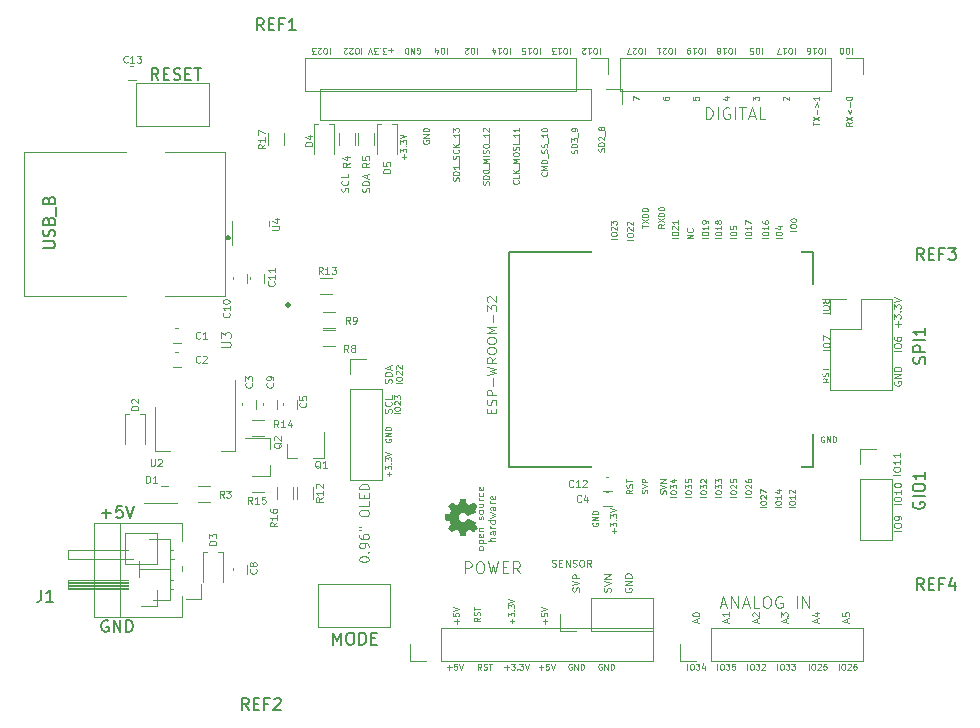
<source format=gto>
G04 #@! TF.FileFunction,Legend,Top*
%FSLAX46Y46*%
G04 Gerber Fmt 4.6, Leading zero omitted, Abs format (unit mm)*
G04 Created by KiCad (PCBNEW 4.0.6) date 06/05/17 08:14:14*
%MOMM*%
%LPD*%
G01*
G04 APERTURE LIST*
%ADD10C,0.100000*%
%ADD11C,0.300000*%
%ADD12C,0.150000*%
%ADD13C,0.120000*%
%ADD14C,0.002540*%
%ADD15C,0.203200*%
%ADD16C,0.127000*%
%ADD17R,2.100000X2.100000*%
%ADD18O,2.100000X2.100000*%
%ADD19R,1.200000X1.150000*%
%ADD20R,1.150000X1.200000*%
%ADD21R,1.600000X1.600000*%
%ADD22R,0.850000X1.000000*%
%ADD23R,1.200000X1.300000*%
%ADD24R,1.300000X1.200000*%
%ADD25R,0.900000X1.300000*%
%ADD26R,1.300000X0.900000*%
%ADD27R,4.200000X2.400000*%
%ADD28R,1.900000X2.400000*%
%ADD29R,2.580000X2.000000*%
%ADD30C,1.920000*%
%ADD31C,3.100000*%
%ADD32R,1.299160X1.898600*%
%ADD33R,1.898600X1.299160*%
%ADD34R,4.400000X4.400000*%
%ADD35C,3.600000*%
%ADD36R,0.699720X0.999440*%
%ADD37R,0.999440X0.699720*%
%ADD38R,3.699460X3.699460*%
%ADD39R,0.834340X0.834340*%
%ADD40R,1.600000X1.800000*%
%ADD41R,1.400000X1.800000*%
G04 APERTURE END LIST*
D10*
X136594905Y-122357762D02*
X136594905Y-122281571D01*
X136633000Y-122205381D01*
X136671095Y-122167286D01*
X136747286Y-122129190D01*
X136899667Y-122091095D01*
X137090143Y-122091095D01*
X137242524Y-122129190D01*
X137318714Y-122167286D01*
X137356810Y-122205381D01*
X137394905Y-122281571D01*
X137394905Y-122357762D01*
X137356810Y-122433952D01*
X137318714Y-122472048D01*
X137242524Y-122510143D01*
X137090143Y-122548238D01*
X136899667Y-122548238D01*
X136747286Y-122510143D01*
X136671095Y-122472048D01*
X136633000Y-122433952D01*
X136594905Y-122357762D01*
X137318714Y-121748238D02*
X137356810Y-121710143D01*
X137394905Y-121748238D01*
X137356810Y-121786333D01*
X137318714Y-121748238D01*
X137394905Y-121748238D01*
X137394905Y-121329191D02*
X137394905Y-121176810D01*
X137356810Y-121100619D01*
X137318714Y-121062524D01*
X137204429Y-120986333D01*
X137052048Y-120948238D01*
X136747286Y-120948238D01*
X136671095Y-120986333D01*
X136633000Y-121024429D01*
X136594905Y-121100619D01*
X136594905Y-121253000D01*
X136633000Y-121329191D01*
X136671095Y-121367286D01*
X136747286Y-121405381D01*
X136937762Y-121405381D01*
X137013952Y-121367286D01*
X137052048Y-121329191D01*
X137090143Y-121253000D01*
X137090143Y-121100619D01*
X137052048Y-121024429D01*
X137013952Y-120986333D01*
X136937762Y-120948238D01*
X136594905Y-120262524D02*
X136594905Y-120414905D01*
X136633000Y-120491095D01*
X136671095Y-120529190D01*
X136785381Y-120605381D01*
X136937762Y-120643476D01*
X137242524Y-120643476D01*
X137318714Y-120605381D01*
X137356810Y-120567286D01*
X137394905Y-120491095D01*
X137394905Y-120338714D01*
X137356810Y-120262524D01*
X137318714Y-120224428D01*
X137242524Y-120186333D01*
X137052048Y-120186333D01*
X136975857Y-120224428D01*
X136937762Y-120262524D01*
X136899667Y-120338714D01*
X136899667Y-120491095D01*
X136937762Y-120567286D01*
X136975857Y-120605381D01*
X137052048Y-120643476D01*
X136594905Y-119881571D02*
X136747286Y-119881571D01*
X136594905Y-119576809D02*
X136747286Y-119576809D01*
X136594905Y-118472047D02*
X136594905Y-118319666D01*
X136633000Y-118243475D01*
X136709190Y-118167285D01*
X136861571Y-118129190D01*
X137128238Y-118129190D01*
X137280619Y-118167285D01*
X137356810Y-118243475D01*
X137394905Y-118319666D01*
X137394905Y-118472047D01*
X137356810Y-118548237D01*
X137280619Y-118624428D01*
X137128238Y-118662523D01*
X136861571Y-118662523D01*
X136709190Y-118624428D01*
X136633000Y-118548237D01*
X136594905Y-118472047D01*
X137394905Y-117405380D02*
X137394905Y-117786333D01*
X136594905Y-117786333D01*
X136975857Y-117138714D02*
X136975857Y-116872047D01*
X137394905Y-116757761D02*
X137394905Y-117138714D01*
X136594905Y-117138714D01*
X136594905Y-116757761D01*
X137394905Y-116414904D02*
X136594905Y-116414904D01*
X136594905Y-116224428D01*
X136633000Y-116110142D01*
X136709190Y-116033951D01*
X136785381Y-115995856D01*
X136937762Y-115957761D01*
X137052048Y-115957761D01*
X137204429Y-115995856D01*
X137280619Y-116033951D01*
X137356810Y-116110142D01*
X137394905Y-116224428D01*
X137394905Y-116414904D01*
X139100714Y-115299999D02*
X139100714Y-114919047D01*
X139291190Y-115109523D02*
X138910238Y-115109523D01*
X138791190Y-114728570D02*
X138791190Y-114419047D01*
X138981667Y-114585713D01*
X138981667Y-114514285D01*
X139005476Y-114466666D01*
X139029286Y-114442856D01*
X139076905Y-114419047D01*
X139195952Y-114419047D01*
X139243571Y-114442856D01*
X139267381Y-114466666D01*
X139291190Y-114514285D01*
X139291190Y-114657142D01*
X139267381Y-114704761D01*
X139243571Y-114728570D01*
X139243571Y-114204761D02*
X139267381Y-114180952D01*
X139291190Y-114204761D01*
X139267381Y-114228571D01*
X139243571Y-114204761D01*
X139291190Y-114204761D01*
X138791190Y-114014285D02*
X138791190Y-113704762D01*
X138981667Y-113871428D01*
X138981667Y-113800000D01*
X139005476Y-113752381D01*
X139029286Y-113728571D01*
X139076905Y-113704762D01*
X139195952Y-113704762D01*
X139243571Y-113728571D01*
X139267381Y-113752381D01*
X139291190Y-113800000D01*
X139291190Y-113942857D01*
X139267381Y-113990476D01*
X139243571Y-114014285D01*
X138791190Y-113561905D02*
X139291190Y-113395238D01*
X138791190Y-113228572D01*
X138815000Y-112140953D02*
X138791190Y-112188572D01*
X138791190Y-112260000D01*
X138815000Y-112331429D01*
X138862619Y-112379048D01*
X138910238Y-112402857D01*
X139005476Y-112426667D01*
X139076905Y-112426667D01*
X139172143Y-112402857D01*
X139219762Y-112379048D01*
X139267381Y-112331429D01*
X139291190Y-112260000D01*
X139291190Y-112212381D01*
X139267381Y-112140953D01*
X139243571Y-112117143D01*
X139076905Y-112117143D01*
X139076905Y-112212381D01*
X139291190Y-111902857D02*
X138791190Y-111902857D01*
X139291190Y-111617143D01*
X138791190Y-111617143D01*
X139291190Y-111379047D02*
X138791190Y-111379047D01*
X138791190Y-111260000D01*
X138815000Y-111188571D01*
X138862619Y-111140952D01*
X138910238Y-111117143D01*
X139005476Y-111093333D01*
X139076905Y-111093333D01*
X139172143Y-111117143D01*
X139219762Y-111140952D01*
X139267381Y-111188571D01*
X139291190Y-111260000D01*
X139291190Y-111379047D01*
X140053190Y-109958094D02*
X139553190Y-109958094D01*
X139553190Y-109624761D02*
X139553190Y-109529523D01*
X139577000Y-109481904D01*
X139624619Y-109434285D01*
X139719857Y-109410476D01*
X139886524Y-109410476D01*
X139981762Y-109434285D01*
X140029381Y-109481904D01*
X140053190Y-109529523D01*
X140053190Y-109624761D01*
X140029381Y-109672380D01*
X139981762Y-109719999D01*
X139886524Y-109743809D01*
X139719857Y-109743809D01*
X139624619Y-109719999D01*
X139577000Y-109672380D01*
X139553190Y-109624761D01*
X139600810Y-109219999D02*
X139577000Y-109196189D01*
X139553190Y-109148570D01*
X139553190Y-109029523D01*
X139577000Y-108981904D01*
X139600810Y-108958094D01*
X139648429Y-108934285D01*
X139696048Y-108934285D01*
X139767476Y-108958094D01*
X140053190Y-109243808D01*
X140053190Y-108934285D01*
X139553190Y-108767618D02*
X139553190Y-108458095D01*
X139743667Y-108624761D01*
X139743667Y-108553333D01*
X139767476Y-108505714D01*
X139791286Y-108481904D01*
X139838905Y-108458095D01*
X139957952Y-108458095D01*
X140005571Y-108481904D01*
X140029381Y-108505714D01*
X140053190Y-108553333D01*
X140053190Y-108696190D01*
X140029381Y-108743809D01*
X140005571Y-108767618D01*
X139307857Y-109934285D02*
X139336429Y-109848571D01*
X139336429Y-109705714D01*
X139307857Y-109648571D01*
X139279286Y-109620000D01*
X139222143Y-109591428D01*
X139165000Y-109591428D01*
X139107857Y-109620000D01*
X139079286Y-109648571D01*
X139050714Y-109705714D01*
X139022143Y-109820000D01*
X138993571Y-109877142D01*
X138965000Y-109905714D01*
X138907857Y-109934285D01*
X138850714Y-109934285D01*
X138793571Y-109905714D01*
X138765000Y-109877142D01*
X138736429Y-109820000D01*
X138736429Y-109677142D01*
X138765000Y-109591428D01*
X139279286Y-108991428D02*
X139307857Y-109019999D01*
X139336429Y-109105713D01*
X139336429Y-109162856D01*
X139307857Y-109248571D01*
X139250714Y-109305713D01*
X139193571Y-109334285D01*
X139079286Y-109362856D01*
X138993571Y-109362856D01*
X138879286Y-109334285D01*
X138822143Y-109305713D01*
X138765000Y-109248571D01*
X138736429Y-109162856D01*
X138736429Y-109105713D01*
X138765000Y-109019999D01*
X138793571Y-108991428D01*
X139336429Y-108448571D02*
X139336429Y-108734285D01*
X138736429Y-108734285D01*
X140180190Y-107418094D02*
X139680190Y-107418094D01*
X139680190Y-107084761D02*
X139680190Y-106989523D01*
X139704000Y-106941904D01*
X139751619Y-106894285D01*
X139846857Y-106870476D01*
X140013524Y-106870476D01*
X140108762Y-106894285D01*
X140156381Y-106941904D01*
X140180190Y-106989523D01*
X140180190Y-107084761D01*
X140156381Y-107132380D01*
X140108762Y-107179999D01*
X140013524Y-107203809D01*
X139846857Y-107203809D01*
X139751619Y-107179999D01*
X139704000Y-107132380D01*
X139680190Y-107084761D01*
X139727810Y-106679999D02*
X139704000Y-106656189D01*
X139680190Y-106608570D01*
X139680190Y-106489523D01*
X139704000Y-106441904D01*
X139727810Y-106418094D01*
X139775429Y-106394285D01*
X139823048Y-106394285D01*
X139894476Y-106418094D01*
X140180190Y-106703808D01*
X140180190Y-106394285D01*
X139727810Y-106203809D02*
X139704000Y-106179999D01*
X139680190Y-106132380D01*
X139680190Y-106013333D01*
X139704000Y-105965714D01*
X139727810Y-105941904D01*
X139775429Y-105918095D01*
X139823048Y-105918095D01*
X139894476Y-105941904D01*
X140180190Y-106227618D01*
X140180190Y-105918095D01*
X139307857Y-107408571D02*
X139336429Y-107322857D01*
X139336429Y-107180000D01*
X139307857Y-107122857D01*
X139279286Y-107094286D01*
X139222143Y-107065714D01*
X139165000Y-107065714D01*
X139107857Y-107094286D01*
X139079286Y-107122857D01*
X139050714Y-107180000D01*
X139022143Y-107294286D01*
X138993571Y-107351428D01*
X138965000Y-107380000D01*
X138907857Y-107408571D01*
X138850714Y-107408571D01*
X138793571Y-107380000D01*
X138765000Y-107351428D01*
X138736429Y-107294286D01*
X138736429Y-107151428D01*
X138765000Y-107065714D01*
X139336429Y-106808571D02*
X138736429Y-106808571D01*
X138736429Y-106665714D01*
X138765000Y-106579999D01*
X138822143Y-106522857D01*
X138879286Y-106494285D01*
X138993571Y-106465714D01*
X139079286Y-106465714D01*
X139193571Y-106494285D01*
X139250714Y-106522857D01*
X139307857Y-106579999D01*
X139336429Y-106665714D01*
X139336429Y-106808571D01*
X139165000Y-106237142D02*
X139165000Y-105951428D01*
X139336429Y-106294285D02*
X138736429Y-106094285D01*
X139336429Y-105894285D01*
D11*
X125476000Y-95023714D02*
X125547428Y-95095143D01*
X125476000Y-95166571D01*
X125404571Y-95095143D01*
X125476000Y-95023714D01*
X125476000Y-95166571D01*
X130556000Y-100738714D02*
X130627428Y-100810143D01*
X130556000Y-100881571D01*
X130484571Y-100810143D01*
X130556000Y-100738714D01*
X130556000Y-100881571D01*
D10*
X152308714Y-127769856D02*
X152308714Y-127388904D01*
X152499190Y-127579380D02*
X152118238Y-127579380D01*
X151999190Y-126912713D02*
X151999190Y-127150808D01*
X152237286Y-127174618D01*
X152213476Y-127150808D01*
X152189667Y-127103189D01*
X152189667Y-126984142D01*
X152213476Y-126936523D01*
X152237286Y-126912713D01*
X152284905Y-126888904D01*
X152403952Y-126888904D01*
X152451571Y-126912713D01*
X152475381Y-126936523D01*
X152499190Y-126984142D01*
X152499190Y-127103189D01*
X152475381Y-127150808D01*
X152451571Y-127174618D01*
X151999190Y-126746047D02*
X152499190Y-126579380D01*
X151999190Y-126412714D01*
X149514714Y-127745999D02*
X149514714Y-127365047D01*
X149705190Y-127555523D02*
X149324238Y-127555523D01*
X149205190Y-127174570D02*
X149205190Y-126865047D01*
X149395667Y-127031713D01*
X149395667Y-126960285D01*
X149419476Y-126912666D01*
X149443286Y-126888856D01*
X149490905Y-126865047D01*
X149609952Y-126865047D01*
X149657571Y-126888856D01*
X149681381Y-126912666D01*
X149705190Y-126960285D01*
X149705190Y-127103142D01*
X149681381Y-127150761D01*
X149657571Y-127174570D01*
X149657571Y-126650761D02*
X149681381Y-126626952D01*
X149705190Y-126650761D01*
X149681381Y-126674571D01*
X149657571Y-126650761D01*
X149705190Y-126650761D01*
X149205190Y-126460285D02*
X149205190Y-126150762D01*
X149395667Y-126317428D01*
X149395667Y-126246000D01*
X149419476Y-126198381D01*
X149443286Y-126174571D01*
X149490905Y-126150762D01*
X149609952Y-126150762D01*
X149657571Y-126174571D01*
X149681381Y-126198381D01*
X149705190Y-126246000D01*
X149705190Y-126388857D01*
X149681381Y-126436476D01*
X149657571Y-126460285D01*
X149205190Y-126007905D02*
X149705190Y-125841238D01*
X149205190Y-125674572D01*
X146784190Y-127273809D02*
X146546095Y-127440476D01*
X146784190Y-127559523D02*
X146284190Y-127559523D01*
X146284190Y-127369047D01*
X146308000Y-127321428D01*
X146331810Y-127297619D01*
X146379429Y-127273809D01*
X146450857Y-127273809D01*
X146498476Y-127297619D01*
X146522286Y-127321428D01*
X146546095Y-127369047D01*
X146546095Y-127559523D01*
X146760381Y-127083333D02*
X146784190Y-127011904D01*
X146784190Y-126892857D01*
X146760381Y-126845238D01*
X146736571Y-126821428D01*
X146688952Y-126797619D01*
X146641333Y-126797619D01*
X146593714Y-126821428D01*
X146569905Y-126845238D01*
X146546095Y-126892857D01*
X146522286Y-126988095D01*
X146498476Y-127035714D01*
X146474667Y-127059523D01*
X146427048Y-127083333D01*
X146379429Y-127083333D01*
X146331810Y-127059523D01*
X146308000Y-127035714D01*
X146284190Y-126988095D01*
X146284190Y-126869047D01*
X146308000Y-126797619D01*
X146284190Y-126654762D02*
X146284190Y-126369048D01*
X146784190Y-126511905D02*
X146284190Y-126511905D01*
X144815714Y-127769856D02*
X144815714Y-127388904D01*
X145006190Y-127579380D02*
X144625238Y-127579380D01*
X144506190Y-126912713D02*
X144506190Y-127150808D01*
X144744286Y-127174618D01*
X144720476Y-127150808D01*
X144696667Y-127103189D01*
X144696667Y-126984142D01*
X144720476Y-126936523D01*
X144744286Y-126912713D01*
X144791905Y-126888904D01*
X144910952Y-126888904D01*
X144958571Y-126912713D01*
X144982381Y-126936523D01*
X145006190Y-126984142D01*
X145006190Y-127103189D01*
X144982381Y-127150808D01*
X144958571Y-127174618D01*
X144506190Y-126746047D02*
X145006190Y-126579380D01*
X144506190Y-126412714D01*
X140370714Y-88439499D02*
X140370714Y-88058547D01*
X140561190Y-88249023D02*
X140180238Y-88249023D01*
X140061190Y-87868070D02*
X140061190Y-87558547D01*
X140251667Y-87725213D01*
X140251667Y-87653785D01*
X140275476Y-87606166D01*
X140299286Y-87582356D01*
X140346905Y-87558547D01*
X140465952Y-87558547D01*
X140513571Y-87582356D01*
X140537381Y-87606166D01*
X140561190Y-87653785D01*
X140561190Y-87796642D01*
X140537381Y-87844261D01*
X140513571Y-87868070D01*
X140513571Y-87344261D02*
X140537381Y-87320452D01*
X140561190Y-87344261D01*
X140537381Y-87368071D01*
X140513571Y-87344261D01*
X140561190Y-87344261D01*
X140061190Y-87153785D02*
X140061190Y-86844262D01*
X140251667Y-87010928D01*
X140251667Y-86939500D01*
X140275476Y-86891881D01*
X140299286Y-86868071D01*
X140346905Y-86844262D01*
X140465952Y-86844262D01*
X140513571Y-86868071D01*
X140537381Y-86891881D01*
X140561190Y-86939500D01*
X140561190Y-87082357D01*
X140537381Y-87129976D01*
X140513571Y-87153785D01*
X140061190Y-86701405D02*
X140561190Y-86534738D01*
X140061190Y-86368072D01*
X141990000Y-86867953D02*
X141966190Y-86915572D01*
X141966190Y-86987000D01*
X141990000Y-87058429D01*
X142037619Y-87106048D01*
X142085238Y-87129857D01*
X142180476Y-87153667D01*
X142251905Y-87153667D01*
X142347143Y-87129857D01*
X142394762Y-87106048D01*
X142442381Y-87058429D01*
X142466190Y-86987000D01*
X142466190Y-86939381D01*
X142442381Y-86867953D01*
X142418571Y-86844143D01*
X142251905Y-86844143D01*
X142251905Y-86939381D01*
X142466190Y-86629857D02*
X141966190Y-86629857D01*
X142466190Y-86344143D01*
X141966190Y-86344143D01*
X142466190Y-86106047D02*
X141966190Y-86106047D01*
X141966190Y-85987000D01*
X141990000Y-85915571D01*
X142037619Y-85867952D01*
X142085238Y-85844143D01*
X142180476Y-85820333D01*
X142251905Y-85820333D01*
X142347143Y-85844143D01*
X142394762Y-85867952D01*
X142442381Y-85915571D01*
X142466190Y-85987000D01*
X142466190Y-86106047D01*
X159746190Y-83462761D02*
X159746190Y-83129428D01*
X160246190Y-83343714D01*
X162286190Y-83200857D02*
X162286190Y-83296095D01*
X162310000Y-83343714D01*
X162333810Y-83367523D01*
X162405238Y-83415142D01*
X162500476Y-83438952D01*
X162690952Y-83438952D01*
X162738571Y-83415142D01*
X162762381Y-83391333D01*
X162786190Y-83343714D01*
X162786190Y-83248476D01*
X162762381Y-83200857D01*
X162738571Y-83177047D01*
X162690952Y-83153238D01*
X162571905Y-83153238D01*
X162524286Y-83177047D01*
X162500476Y-83200857D01*
X162476667Y-83248476D01*
X162476667Y-83343714D01*
X162500476Y-83391333D01*
X162524286Y-83415142D01*
X162571905Y-83438952D01*
X164826190Y-83177047D02*
X164826190Y-83415142D01*
X165064286Y-83438952D01*
X165040476Y-83415142D01*
X165016667Y-83367523D01*
X165016667Y-83248476D01*
X165040476Y-83200857D01*
X165064286Y-83177047D01*
X165111905Y-83153238D01*
X165230952Y-83153238D01*
X165278571Y-83177047D01*
X165302381Y-83200857D01*
X165326190Y-83248476D01*
X165326190Y-83367523D01*
X165302381Y-83415142D01*
X165278571Y-83438952D01*
X167532857Y-83200857D02*
X167866190Y-83200857D01*
X167342381Y-83319904D02*
X167699524Y-83438952D01*
X167699524Y-83129428D01*
X169906190Y-83462761D02*
X169906190Y-83153238D01*
X170096667Y-83319904D01*
X170096667Y-83248476D01*
X170120476Y-83200857D01*
X170144286Y-83177047D01*
X170191905Y-83153238D01*
X170310952Y-83153238D01*
X170358571Y-83177047D01*
X170382381Y-83200857D01*
X170406190Y-83248476D01*
X170406190Y-83391333D01*
X170382381Y-83438952D01*
X170358571Y-83462761D01*
X172493810Y-83438952D02*
X172470000Y-83415142D01*
X172446190Y-83367523D01*
X172446190Y-83248476D01*
X172470000Y-83200857D01*
X172493810Y-83177047D01*
X172541429Y-83153238D01*
X172589048Y-83153238D01*
X172660476Y-83177047D01*
X172946190Y-83462761D01*
X172946190Y-83153238D01*
X174986190Y-85581809D02*
X174986190Y-85296095D01*
X175486190Y-85438952D02*
X174986190Y-85438952D01*
X174986190Y-85177047D02*
X175486190Y-84843714D01*
X174986190Y-84843714D02*
X175486190Y-85177047D01*
X175295714Y-84653238D02*
X175295714Y-84272286D01*
X175152857Y-84034190D02*
X175295714Y-83653238D01*
X175438571Y-84034190D01*
X175486190Y-83153238D02*
X175486190Y-83438952D01*
X175486190Y-83296095D02*
X174986190Y-83296095D01*
X175057619Y-83343714D01*
X175105238Y-83391333D01*
X175129048Y-83438952D01*
X178280190Y-85343714D02*
X178042095Y-85510381D01*
X178280190Y-85629428D02*
X177780190Y-85629428D01*
X177780190Y-85438952D01*
X177804000Y-85391333D01*
X177827810Y-85367524D01*
X177875429Y-85343714D01*
X177946857Y-85343714D01*
X177994476Y-85367524D01*
X178018286Y-85391333D01*
X178042095Y-85438952D01*
X178042095Y-85629428D01*
X177780190Y-85177047D02*
X178280190Y-84843714D01*
X177780190Y-84843714D02*
X178280190Y-85177047D01*
X177946857Y-84272286D02*
X178089714Y-84653238D01*
X178232571Y-84272286D01*
X178089714Y-84034190D02*
X178089714Y-83653238D01*
X177780190Y-83319904D02*
X177780190Y-83272285D01*
X177804000Y-83224666D01*
X177827810Y-83200857D01*
X177875429Y-83177047D01*
X177970667Y-83153238D01*
X178089714Y-83153238D01*
X178184952Y-83177047D01*
X178232571Y-83200857D01*
X178256381Y-83224666D01*
X178280190Y-83272285D01*
X178280190Y-83319904D01*
X178256381Y-83367523D01*
X178232571Y-83391333D01*
X178184952Y-83415142D01*
X178089714Y-83438952D01*
X177970667Y-83438952D01*
X177875429Y-83415142D01*
X177827810Y-83391333D01*
X177804000Y-83367523D01*
X177780190Y-83319904D01*
X165924219Y-85059781D02*
X165924219Y-84059781D01*
X166162314Y-84059781D01*
X166305172Y-84107400D01*
X166400410Y-84202638D01*
X166448029Y-84297876D01*
X166495648Y-84488352D01*
X166495648Y-84631210D01*
X166448029Y-84821686D01*
X166400410Y-84916924D01*
X166305172Y-85012162D01*
X166162314Y-85059781D01*
X165924219Y-85059781D01*
X166924219Y-85059781D02*
X166924219Y-84059781D01*
X167924219Y-84107400D02*
X167828981Y-84059781D01*
X167686124Y-84059781D01*
X167543266Y-84107400D01*
X167448028Y-84202638D01*
X167400409Y-84297876D01*
X167352790Y-84488352D01*
X167352790Y-84631210D01*
X167400409Y-84821686D01*
X167448028Y-84916924D01*
X167543266Y-85012162D01*
X167686124Y-85059781D01*
X167781362Y-85059781D01*
X167924219Y-85012162D01*
X167971838Y-84964543D01*
X167971838Y-84631210D01*
X167781362Y-84631210D01*
X168400409Y-85059781D02*
X168400409Y-84059781D01*
X168733742Y-84059781D02*
X169305171Y-84059781D01*
X169019456Y-85059781D02*
X169019456Y-84059781D01*
X169590885Y-84774067D02*
X170067076Y-84774067D01*
X169495647Y-85059781D02*
X169828980Y-84059781D01*
X170162314Y-85059781D01*
X170971838Y-85059781D02*
X170495647Y-85059781D01*
X170495647Y-84059781D01*
X152901858Y-122924857D02*
X152987572Y-122953429D01*
X153130429Y-122953429D01*
X153187572Y-122924857D01*
X153216143Y-122896286D01*
X153244715Y-122839143D01*
X153244715Y-122782000D01*
X153216143Y-122724857D01*
X153187572Y-122696286D01*
X153130429Y-122667714D01*
X153016143Y-122639143D01*
X152959001Y-122610571D01*
X152930429Y-122582000D01*
X152901858Y-122524857D01*
X152901858Y-122467714D01*
X152930429Y-122410571D01*
X152959001Y-122382000D01*
X153016143Y-122353429D01*
X153159001Y-122353429D01*
X153244715Y-122382000D01*
X153501858Y-122639143D02*
X153701858Y-122639143D01*
X153787572Y-122953429D02*
X153501858Y-122953429D01*
X153501858Y-122353429D01*
X153787572Y-122353429D01*
X154044715Y-122953429D02*
X154044715Y-122353429D01*
X154387572Y-122953429D01*
X154387572Y-122353429D01*
X154644715Y-122924857D02*
X154730429Y-122953429D01*
X154873286Y-122953429D01*
X154930429Y-122924857D01*
X154959000Y-122896286D01*
X154987572Y-122839143D01*
X154987572Y-122782000D01*
X154959000Y-122724857D01*
X154930429Y-122696286D01*
X154873286Y-122667714D01*
X154759000Y-122639143D01*
X154701858Y-122610571D01*
X154673286Y-122582000D01*
X154644715Y-122524857D01*
X154644715Y-122467714D01*
X154673286Y-122410571D01*
X154701858Y-122382000D01*
X154759000Y-122353429D01*
X154901858Y-122353429D01*
X154987572Y-122382000D01*
X155359001Y-122353429D02*
X155473287Y-122353429D01*
X155530429Y-122382000D01*
X155587572Y-122439143D01*
X155616144Y-122553429D01*
X155616144Y-122753429D01*
X155587572Y-122867714D01*
X155530429Y-122924857D01*
X155473287Y-122953429D01*
X155359001Y-122953429D01*
X155301858Y-122924857D01*
X155244715Y-122867714D01*
X155216144Y-122753429D01*
X155216144Y-122553429D01*
X155244715Y-122439143D01*
X155301858Y-122382000D01*
X155359001Y-122353429D01*
X156216143Y-122953429D02*
X156016143Y-122667714D01*
X155873286Y-122953429D02*
X155873286Y-122353429D01*
X156101858Y-122353429D01*
X156159000Y-122382000D01*
X156187572Y-122410571D01*
X156216143Y-122467714D01*
X156216143Y-122553429D01*
X156187572Y-122610571D01*
X156159000Y-122639143D01*
X156101858Y-122667714D01*
X155873286Y-122667714D01*
X145518476Y-123515381D02*
X145518476Y-122515381D01*
X145899429Y-122515381D01*
X145994667Y-122563000D01*
X146042286Y-122610619D01*
X146089905Y-122705857D01*
X146089905Y-122848714D01*
X146042286Y-122943952D01*
X145994667Y-122991571D01*
X145899429Y-123039190D01*
X145518476Y-123039190D01*
X146708952Y-122515381D02*
X146899429Y-122515381D01*
X146994667Y-122563000D01*
X147089905Y-122658238D01*
X147137524Y-122848714D01*
X147137524Y-123182048D01*
X147089905Y-123372524D01*
X146994667Y-123467762D01*
X146899429Y-123515381D01*
X146708952Y-123515381D01*
X146613714Y-123467762D01*
X146518476Y-123372524D01*
X146470857Y-123182048D01*
X146470857Y-122848714D01*
X146518476Y-122658238D01*
X146613714Y-122563000D01*
X146708952Y-122515381D01*
X147470857Y-122515381D02*
X147708952Y-123515381D01*
X147899429Y-122801095D01*
X148089905Y-123515381D01*
X148328000Y-122515381D01*
X148708952Y-122991571D02*
X149042286Y-122991571D01*
X149185143Y-123515381D02*
X148708952Y-123515381D01*
X148708952Y-122515381D01*
X149185143Y-122515381D01*
X150185143Y-123515381D02*
X149851809Y-123039190D01*
X149613714Y-123515381D02*
X149613714Y-122515381D01*
X149994667Y-122515381D01*
X150089905Y-122563000D01*
X150137524Y-122610619D01*
X150185143Y-122705857D01*
X150185143Y-122848714D01*
X150137524Y-122943952D01*
X150089905Y-122991571D01*
X149994667Y-123039190D01*
X149613714Y-123039190D01*
X167180095Y-126150667D02*
X167656286Y-126150667D01*
X167084857Y-126436381D02*
X167418190Y-125436381D01*
X167751524Y-126436381D01*
X168084857Y-126436381D02*
X168084857Y-125436381D01*
X168656286Y-126436381D01*
X168656286Y-125436381D01*
X169084857Y-126150667D02*
X169561048Y-126150667D01*
X168989619Y-126436381D02*
X169322952Y-125436381D01*
X169656286Y-126436381D01*
X170465810Y-126436381D02*
X169989619Y-126436381D01*
X169989619Y-125436381D01*
X170989619Y-125436381D02*
X171180096Y-125436381D01*
X171275334Y-125484000D01*
X171370572Y-125579238D01*
X171418191Y-125769714D01*
X171418191Y-126103048D01*
X171370572Y-126293524D01*
X171275334Y-126388762D01*
X171180096Y-126436381D01*
X170989619Y-126436381D01*
X170894381Y-126388762D01*
X170799143Y-126293524D01*
X170751524Y-126103048D01*
X170751524Y-125769714D01*
X170799143Y-125579238D01*
X170894381Y-125484000D01*
X170989619Y-125436381D01*
X172370572Y-125484000D02*
X172275334Y-125436381D01*
X172132477Y-125436381D01*
X171989619Y-125484000D01*
X171894381Y-125579238D01*
X171846762Y-125674476D01*
X171799143Y-125864952D01*
X171799143Y-126007810D01*
X171846762Y-126198286D01*
X171894381Y-126293524D01*
X171989619Y-126388762D01*
X172132477Y-126436381D01*
X172227715Y-126436381D01*
X172370572Y-126388762D01*
X172418191Y-126341143D01*
X172418191Y-126007810D01*
X172227715Y-126007810D01*
X173608667Y-126436381D02*
X173608667Y-125436381D01*
X174084857Y-126436381D02*
X174084857Y-125436381D01*
X174656286Y-126436381D01*
X174656286Y-125436381D01*
X182465629Y-119903800D02*
X181865629Y-119903800D01*
X181865629Y-119503800D02*
X181865629Y-119389514D01*
X181894200Y-119332372D01*
X181951343Y-119275229D01*
X182065629Y-119246657D01*
X182265629Y-119246657D01*
X182379914Y-119275229D01*
X182437057Y-119332372D01*
X182465629Y-119389514D01*
X182465629Y-119503800D01*
X182437057Y-119560943D01*
X182379914Y-119618086D01*
X182265629Y-119646657D01*
X182065629Y-119646657D01*
X181951343Y-119618086D01*
X181894200Y-119560943D01*
X181865629Y-119503800D01*
X182465629Y-118960943D02*
X182465629Y-118846658D01*
X182437057Y-118789515D01*
X182408486Y-118760943D01*
X182322771Y-118703801D01*
X182208486Y-118675229D01*
X181979914Y-118675229D01*
X181922771Y-118703801D01*
X181894200Y-118732372D01*
X181865629Y-118789515D01*
X181865629Y-118903801D01*
X181894200Y-118960943D01*
X181922771Y-118989515D01*
X181979914Y-119018086D01*
X182122771Y-119018086D01*
X182179914Y-118989515D01*
X182208486Y-118960943D01*
X182237057Y-118903801D01*
X182237057Y-118789515D01*
X182208486Y-118732372D01*
X182179914Y-118703801D01*
X182122771Y-118675229D01*
X182440229Y-117674914D02*
X181840229Y-117674914D01*
X181840229Y-117274914D02*
X181840229Y-117160628D01*
X181868800Y-117103486D01*
X181925943Y-117046343D01*
X182040229Y-117017771D01*
X182240229Y-117017771D01*
X182354514Y-117046343D01*
X182411657Y-117103486D01*
X182440229Y-117160628D01*
X182440229Y-117274914D01*
X182411657Y-117332057D01*
X182354514Y-117389200D01*
X182240229Y-117417771D01*
X182040229Y-117417771D01*
X181925943Y-117389200D01*
X181868800Y-117332057D01*
X181840229Y-117274914D01*
X182440229Y-116446343D02*
X182440229Y-116789200D01*
X182440229Y-116617772D02*
X181840229Y-116617772D01*
X181925943Y-116674915D01*
X181983086Y-116732057D01*
X182011657Y-116789200D01*
X181840229Y-116074914D02*
X181840229Y-116017771D01*
X181868800Y-115960628D01*
X181897371Y-115932057D01*
X181954514Y-115903486D01*
X182068800Y-115874914D01*
X182211657Y-115874914D01*
X182325943Y-115903486D01*
X182383086Y-115932057D01*
X182411657Y-115960628D01*
X182440229Y-116017771D01*
X182440229Y-116074914D01*
X182411657Y-116132057D01*
X182383086Y-116160628D01*
X182325943Y-116189200D01*
X182211657Y-116217771D01*
X182068800Y-116217771D01*
X181954514Y-116189200D01*
X181897371Y-116160628D01*
X181868800Y-116132057D01*
X181840229Y-116074914D01*
X182389429Y-115160314D02*
X181789429Y-115160314D01*
X181789429Y-114760314D02*
X181789429Y-114646028D01*
X181818000Y-114588886D01*
X181875143Y-114531743D01*
X181989429Y-114503171D01*
X182189429Y-114503171D01*
X182303714Y-114531743D01*
X182360857Y-114588886D01*
X182389429Y-114646028D01*
X182389429Y-114760314D01*
X182360857Y-114817457D01*
X182303714Y-114874600D01*
X182189429Y-114903171D01*
X181989429Y-114903171D01*
X181875143Y-114874600D01*
X181818000Y-114817457D01*
X181789429Y-114760314D01*
X182389429Y-113931743D02*
X182389429Y-114274600D01*
X182389429Y-114103172D02*
X181789429Y-114103172D01*
X181875143Y-114160315D01*
X181932286Y-114217457D01*
X181960857Y-114274600D01*
X182389429Y-113360314D02*
X182389429Y-113703171D01*
X182389429Y-113531743D02*
X181789429Y-113531743D01*
X181875143Y-113588886D01*
X181932286Y-113646028D01*
X181960857Y-113703171D01*
X155182857Y-125061571D02*
X155211429Y-124975857D01*
X155211429Y-124833000D01*
X155182857Y-124775857D01*
X155154286Y-124747286D01*
X155097143Y-124718714D01*
X155040000Y-124718714D01*
X154982857Y-124747286D01*
X154954286Y-124775857D01*
X154925714Y-124833000D01*
X154897143Y-124947286D01*
X154868571Y-125004428D01*
X154840000Y-125033000D01*
X154782857Y-125061571D01*
X154725714Y-125061571D01*
X154668571Y-125033000D01*
X154640000Y-125004428D01*
X154611429Y-124947286D01*
X154611429Y-124804428D01*
X154640000Y-124718714D01*
X154611429Y-124547285D02*
X155211429Y-124347285D01*
X154611429Y-124147285D01*
X155211429Y-123947285D02*
X154611429Y-123947285D01*
X154611429Y-123718713D01*
X154640000Y-123661571D01*
X154668571Y-123632999D01*
X154725714Y-123604428D01*
X154811429Y-123604428D01*
X154868571Y-123632999D01*
X154897143Y-123661571D01*
X154925714Y-123718713D01*
X154925714Y-123947285D01*
X157849857Y-125075857D02*
X157878429Y-124990143D01*
X157878429Y-124847286D01*
X157849857Y-124790143D01*
X157821286Y-124761572D01*
X157764143Y-124733000D01*
X157707000Y-124733000D01*
X157649857Y-124761572D01*
X157621286Y-124790143D01*
X157592714Y-124847286D01*
X157564143Y-124961572D01*
X157535571Y-125018714D01*
X157507000Y-125047286D01*
X157449857Y-125075857D01*
X157392714Y-125075857D01*
X157335571Y-125047286D01*
X157307000Y-125018714D01*
X157278429Y-124961572D01*
X157278429Y-124818714D01*
X157307000Y-124733000D01*
X157278429Y-124561571D02*
X157878429Y-124361571D01*
X157278429Y-124161571D01*
X157878429Y-123961571D02*
X157278429Y-123961571D01*
X157878429Y-123618714D01*
X157278429Y-123618714D01*
X182440229Y-104714600D02*
X181840229Y-104714600D01*
X181840229Y-104314600D02*
X181840229Y-104200314D01*
X181868800Y-104143172D01*
X181925943Y-104086029D01*
X182040229Y-104057457D01*
X182240229Y-104057457D01*
X182354514Y-104086029D01*
X182411657Y-104143172D01*
X182440229Y-104200314D01*
X182440229Y-104314600D01*
X182411657Y-104371743D01*
X182354514Y-104428886D01*
X182240229Y-104457457D01*
X182040229Y-104457457D01*
X181925943Y-104428886D01*
X181868800Y-104371743D01*
X181840229Y-104314600D01*
X181840229Y-103543172D02*
X181840229Y-103657458D01*
X181868800Y-103714601D01*
X181897371Y-103743172D01*
X181983086Y-103800315D01*
X182097371Y-103828886D01*
X182325943Y-103828886D01*
X182383086Y-103800315D01*
X182411657Y-103771743D01*
X182440229Y-103714601D01*
X182440229Y-103600315D01*
X182411657Y-103543172D01*
X182383086Y-103514601D01*
X182325943Y-103486029D01*
X182183086Y-103486029D01*
X182125943Y-103514601D01*
X182097371Y-103543172D01*
X182068800Y-103600315D01*
X182068800Y-103714601D01*
X182097371Y-103771743D01*
X182125943Y-103800315D01*
X182183086Y-103828886D01*
D12*
X115316096Y-127516000D02*
X115220858Y-127468381D01*
X115078001Y-127468381D01*
X114935143Y-127516000D01*
X114839905Y-127611238D01*
X114792286Y-127706476D01*
X114744667Y-127896952D01*
X114744667Y-128039810D01*
X114792286Y-128230286D01*
X114839905Y-128325524D01*
X114935143Y-128420762D01*
X115078001Y-128468381D01*
X115173239Y-128468381D01*
X115316096Y-128420762D01*
X115363715Y-128373143D01*
X115363715Y-128039810D01*
X115173239Y-128039810D01*
X115792286Y-128468381D02*
X115792286Y-127468381D01*
X116363715Y-128468381D01*
X116363715Y-127468381D01*
X116839905Y-128468381D02*
X116839905Y-127468381D01*
X117078000Y-127468381D01*
X117220858Y-127516000D01*
X117316096Y-127611238D01*
X117363715Y-127706476D01*
X117411334Y-127896952D01*
X117411334Y-128039810D01*
X117363715Y-128230286D01*
X117316096Y-128325524D01*
X117220858Y-128420762D01*
X117078000Y-128468381D01*
X116839905Y-128468381D01*
X114792286Y-118435429D02*
X115554191Y-118435429D01*
X115173239Y-118816381D02*
X115173239Y-118054476D01*
X116506572Y-117816381D02*
X116030381Y-117816381D01*
X115982762Y-118292571D01*
X116030381Y-118244952D01*
X116125619Y-118197333D01*
X116363715Y-118197333D01*
X116458953Y-118244952D01*
X116506572Y-118292571D01*
X116554191Y-118387810D01*
X116554191Y-118625905D01*
X116506572Y-118721143D01*
X116458953Y-118768762D01*
X116363715Y-118816381D01*
X116125619Y-118816381D01*
X116030381Y-118768762D01*
X115982762Y-118721143D01*
X116839905Y-117816381D02*
X117173238Y-118816381D01*
X117506572Y-117816381D01*
D10*
X147091429Y-121429143D02*
X147062857Y-121486285D01*
X147034286Y-121514857D01*
X146977143Y-121543428D01*
X146805714Y-121543428D01*
X146748571Y-121514857D01*
X146720000Y-121486285D01*
X146691429Y-121429143D01*
X146691429Y-121343428D01*
X146720000Y-121286285D01*
X146748571Y-121257714D01*
X146805714Y-121229143D01*
X146977143Y-121229143D01*
X147034286Y-121257714D01*
X147062857Y-121286285D01*
X147091429Y-121343428D01*
X147091429Y-121429143D01*
X146691429Y-120972000D02*
X147291429Y-120972000D01*
X146720000Y-120972000D02*
X146691429Y-120914857D01*
X146691429Y-120800571D01*
X146720000Y-120743428D01*
X146748571Y-120714857D01*
X146805714Y-120686286D01*
X146977143Y-120686286D01*
X147034286Y-120714857D01*
X147062857Y-120743428D01*
X147091429Y-120800571D01*
X147091429Y-120914857D01*
X147062857Y-120972000D01*
X147062857Y-120200571D02*
X147091429Y-120257714D01*
X147091429Y-120372000D01*
X147062857Y-120429143D01*
X147005714Y-120457714D01*
X146777143Y-120457714D01*
X146720000Y-120429143D01*
X146691429Y-120372000D01*
X146691429Y-120257714D01*
X146720000Y-120200571D01*
X146777143Y-120172000D01*
X146834286Y-120172000D01*
X146891429Y-120457714D01*
X146691429Y-119914857D02*
X147091429Y-119914857D01*
X146748571Y-119914857D02*
X146720000Y-119886285D01*
X146691429Y-119829143D01*
X146691429Y-119743428D01*
X146720000Y-119686285D01*
X146777143Y-119657714D01*
X147091429Y-119657714D01*
X147062857Y-118943428D02*
X147091429Y-118886285D01*
X147091429Y-118772000D01*
X147062857Y-118714857D01*
X147005714Y-118686285D01*
X146977143Y-118686285D01*
X146920000Y-118714857D01*
X146891429Y-118772000D01*
X146891429Y-118857714D01*
X146862857Y-118914857D01*
X146805714Y-118943428D01*
X146777143Y-118943428D01*
X146720000Y-118914857D01*
X146691429Y-118857714D01*
X146691429Y-118772000D01*
X146720000Y-118714857D01*
X147091429Y-118343429D02*
X147062857Y-118400571D01*
X147034286Y-118429143D01*
X146977143Y-118457714D01*
X146805714Y-118457714D01*
X146748571Y-118429143D01*
X146720000Y-118400571D01*
X146691429Y-118343429D01*
X146691429Y-118257714D01*
X146720000Y-118200571D01*
X146748571Y-118172000D01*
X146805714Y-118143429D01*
X146977143Y-118143429D01*
X147034286Y-118172000D01*
X147062857Y-118200571D01*
X147091429Y-118257714D01*
X147091429Y-118343429D01*
X146691429Y-117629143D02*
X147091429Y-117629143D01*
X146691429Y-117886286D02*
X147005714Y-117886286D01*
X147062857Y-117857714D01*
X147091429Y-117800572D01*
X147091429Y-117714857D01*
X147062857Y-117657714D01*
X147034286Y-117629143D01*
X147091429Y-117343429D02*
X146691429Y-117343429D01*
X146805714Y-117343429D02*
X146748571Y-117314857D01*
X146720000Y-117286286D01*
X146691429Y-117229143D01*
X146691429Y-117172000D01*
X147062857Y-116714857D02*
X147091429Y-116772000D01*
X147091429Y-116886286D01*
X147062857Y-116943428D01*
X147034286Y-116972000D01*
X146977143Y-117000571D01*
X146805714Y-117000571D01*
X146748571Y-116972000D01*
X146720000Y-116943428D01*
X146691429Y-116886286D01*
X146691429Y-116772000D01*
X146720000Y-116714857D01*
X147062857Y-116229142D02*
X147091429Y-116286285D01*
X147091429Y-116400571D01*
X147062857Y-116457714D01*
X147005714Y-116486285D01*
X146777143Y-116486285D01*
X146720000Y-116457714D01*
X146691429Y-116400571D01*
X146691429Y-116286285D01*
X146720000Y-116229142D01*
X146777143Y-116200571D01*
X146834286Y-116200571D01*
X146891429Y-116486285D01*
X148091429Y-120757714D02*
X147491429Y-120757714D01*
X148091429Y-120500571D02*
X147777143Y-120500571D01*
X147720000Y-120529142D01*
X147691429Y-120586285D01*
X147691429Y-120672000D01*
X147720000Y-120729142D01*
X147748571Y-120757714D01*
X148091429Y-119957714D02*
X147777143Y-119957714D01*
X147720000Y-119986285D01*
X147691429Y-120043428D01*
X147691429Y-120157714D01*
X147720000Y-120214857D01*
X148062857Y-119957714D02*
X148091429Y-120014857D01*
X148091429Y-120157714D01*
X148062857Y-120214857D01*
X148005714Y-120243428D01*
X147948571Y-120243428D01*
X147891429Y-120214857D01*
X147862857Y-120157714D01*
X147862857Y-120014857D01*
X147834286Y-119957714D01*
X148091429Y-119672000D02*
X147691429Y-119672000D01*
X147805714Y-119672000D02*
X147748571Y-119643428D01*
X147720000Y-119614857D01*
X147691429Y-119557714D01*
X147691429Y-119500571D01*
X148091429Y-119043428D02*
X147491429Y-119043428D01*
X148062857Y-119043428D02*
X148091429Y-119100571D01*
X148091429Y-119214857D01*
X148062857Y-119271999D01*
X148034286Y-119300571D01*
X147977143Y-119329142D01*
X147805714Y-119329142D01*
X147748571Y-119300571D01*
X147720000Y-119271999D01*
X147691429Y-119214857D01*
X147691429Y-119100571D01*
X147720000Y-119043428D01*
X147691429Y-118814857D02*
X148091429Y-118700571D01*
X147805714Y-118586285D01*
X148091429Y-118472000D01*
X147691429Y-118357714D01*
X148091429Y-117872000D02*
X147777143Y-117872000D01*
X147720000Y-117900571D01*
X147691429Y-117957714D01*
X147691429Y-118072000D01*
X147720000Y-118129143D01*
X148062857Y-117872000D02*
X148091429Y-117929143D01*
X148091429Y-118072000D01*
X148062857Y-118129143D01*
X148005714Y-118157714D01*
X147948571Y-118157714D01*
X147891429Y-118129143D01*
X147862857Y-118072000D01*
X147862857Y-117929143D01*
X147834286Y-117872000D01*
X148091429Y-117586286D02*
X147691429Y-117586286D01*
X147805714Y-117586286D02*
X147748571Y-117557714D01*
X147720000Y-117529143D01*
X147691429Y-117472000D01*
X147691429Y-117414857D01*
X148062857Y-116986285D02*
X148091429Y-117043428D01*
X148091429Y-117157714D01*
X148062857Y-117214857D01*
X148005714Y-117243428D01*
X147777143Y-117243428D01*
X147720000Y-117214857D01*
X147691429Y-117157714D01*
X147691429Y-117043428D01*
X147720000Y-116986285D01*
X147777143Y-116957714D01*
X147834286Y-116957714D01*
X147891429Y-117243428D01*
X156341000Y-119252858D02*
X156317190Y-119300477D01*
X156317190Y-119371905D01*
X156341000Y-119443334D01*
X156388619Y-119490953D01*
X156436238Y-119514762D01*
X156531476Y-119538572D01*
X156602905Y-119538572D01*
X156698143Y-119514762D01*
X156745762Y-119490953D01*
X156793381Y-119443334D01*
X156817190Y-119371905D01*
X156817190Y-119324286D01*
X156793381Y-119252858D01*
X156769571Y-119229048D01*
X156602905Y-119229048D01*
X156602905Y-119324286D01*
X156817190Y-119014762D02*
X156317190Y-119014762D01*
X156817190Y-118729048D01*
X156317190Y-118729048D01*
X156817190Y-118490952D02*
X156317190Y-118490952D01*
X156317190Y-118371905D01*
X156341000Y-118300476D01*
X156388619Y-118252857D01*
X156436238Y-118229048D01*
X156531476Y-118205238D01*
X156602905Y-118205238D01*
X156698143Y-118229048D01*
X156745762Y-118252857D01*
X156793381Y-118300476D01*
X156817190Y-118371905D01*
X156817190Y-118490952D01*
X158150714Y-120102046D02*
X158150714Y-119721094D01*
X158341190Y-119911570D02*
X157960238Y-119911570D01*
X157841190Y-119530617D02*
X157841190Y-119221094D01*
X158031667Y-119387760D01*
X158031667Y-119316332D01*
X158055476Y-119268713D01*
X158079286Y-119244903D01*
X158126905Y-119221094D01*
X158245952Y-119221094D01*
X158293571Y-119244903D01*
X158317381Y-119268713D01*
X158341190Y-119316332D01*
X158341190Y-119459189D01*
X158317381Y-119506808D01*
X158293571Y-119530617D01*
X158293571Y-119006808D02*
X158317381Y-118982999D01*
X158341190Y-119006808D01*
X158317381Y-119030618D01*
X158293571Y-119006808D01*
X158341190Y-119006808D01*
X157841190Y-118816332D02*
X157841190Y-118506809D01*
X158031667Y-118673475D01*
X158031667Y-118602047D01*
X158055476Y-118554428D01*
X158079286Y-118530618D01*
X158126905Y-118506809D01*
X158245952Y-118506809D01*
X158293571Y-118530618D01*
X158317381Y-118554428D01*
X158341190Y-118602047D01*
X158341190Y-118744904D01*
X158317381Y-118792523D01*
X158293571Y-118816332D01*
X157841190Y-118363952D02*
X158341190Y-118197285D01*
X157841190Y-118030619D01*
X159687390Y-116446180D02*
X159449295Y-116612847D01*
X159687390Y-116731894D02*
X159187390Y-116731894D01*
X159187390Y-116541418D01*
X159211200Y-116493799D01*
X159235010Y-116469990D01*
X159282629Y-116446180D01*
X159354057Y-116446180D01*
X159401676Y-116469990D01*
X159425486Y-116493799D01*
X159449295Y-116541418D01*
X159449295Y-116731894D01*
X159663581Y-116255704D02*
X159687390Y-116184275D01*
X159687390Y-116065228D01*
X159663581Y-116017609D01*
X159639771Y-115993799D01*
X159592152Y-115969990D01*
X159544533Y-115969990D01*
X159496914Y-115993799D01*
X159473105Y-116017609D01*
X159449295Y-116065228D01*
X159425486Y-116160466D01*
X159401676Y-116208085D01*
X159377867Y-116231894D01*
X159330248Y-116255704D01*
X159282629Y-116255704D01*
X159235010Y-116231894D01*
X159211200Y-116208085D01*
X159187390Y-116160466D01*
X159187390Y-116041418D01*
X159211200Y-115969990D01*
X159187390Y-115827133D02*
X159187390Y-115541419D01*
X159687390Y-115684276D02*
X159187390Y-115684276D01*
X160958981Y-116727123D02*
X160982790Y-116655694D01*
X160982790Y-116536647D01*
X160958981Y-116489028D01*
X160935171Y-116465218D01*
X160887552Y-116441409D01*
X160839933Y-116441409D01*
X160792314Y-116465218D01*
X160768505Y-116489028D01*
X160744695Y-116536647D01*
X160720886Y-116631885D01*
X160697076Y-116679504D01*
X160673267Y-116703313D01*
X160625648Y-116727123D01*
X160578029Y-116727123D01*
X160530410Y-116703313D01*
X160506600Y-116679504D01*
X160482790Y-116631885D01*
X160482790Y-116512837D01*
X160506600Y-116441409D01*
X160482790Y-116298552D02*
X160982790Y-116131885D01*
X160482790Y-115965219D01*
X160982790Y-115798552D02*
X160482790Y-115798552D01*
X160482790Y-115608076D01*
X160506600Y-115560457D01*
X160530410Y-115536648D01*
X160578029Y-115512838D01*
X160649457Y-115512838D01*
X160697076Y-115536648D01*
X160720886Y-115560457D01*
X160744695Y-115608076D01*
X160744695Y-115798552D01*
X162508381Y-116776333D02*
X162532190Y-116704904D01*
X162532190Y-116585857D01*
X162508381Y-116538238D01*
X162484571Y-116514428D01*
X162436952Y-116490619D01*
X162389333Y-116490619D01*
X162341714Y-116514428D01*
X162317905Y-116538238D01*
X162294095Y-116585857D01*
X162270286Y-116681095D01*
X162246476Y-116728714D01*
X162222667Y-116752523D01*
X162175048Y-116776333D01*
X162127429Y-116776333D01*
X162079810Y-116752523D01*
X162056000Y-116728714D01*
X162032190Y-116681095D01*
X162032190Y-116562047D01*
X162056000Y-116490619D01*
X162032190Y-116347762D02*
X162532190Y-116181095D01*
X162032190Y-116014429D01*
X162532190Y-115847762D02*
X162032190Y-115847762D01*
X162532190Y-115562048D01*
X162032190Y-115562048D01*
X163421190Y-117038237D02*
X162921190Y-117038237D01*
X162921190Y-116704904D02*
X162921190Y-116609666D01*
X162945000Y-116562047D01*
X162992619Y-116514428D01*
X163087857Y-116490619D01*
X163254524Y-116490619D01*
X163349762Y-116514428D01*
X163397381Y-116562047D01*
X163421190Y-116609666D01*
X163421190Y-116704904D01*
X163397381Y-116752523D01*
X163349762Y-116800142D01*
X163254524Y-116823952D01*
X163087857Y-116823952D01*
X162992619Y-116800142D01*
X162945000Y-116752523D01*
X162921190Y-116704904D01*
X162921190Y-116323951D02*
X162921190Y-116014428D01*
X163111667Y-116181094D01*
X163111667Y-116109666D01*
X163135476Y-116062047D01*
X163159286Y-116038237D01*
X163206905Y-116014428D01*
X163325952Y-116014428D01*
X163373571Y-116038237D01*
X163397381Y-116062047D01*
X163421190Y-116109666D01*
X163421190Y-116252523D01*
X163397381Y-116300142D01*
X163373571Y-116323951D01*
X163087857Y-115585857D02*
X163421190Y-115585857D01*
X162897381Y-115704904D02*
X163254524Y-115823952D01*
X163254524Y-115514428D01*
X164691190Y-117038237D02*
X164191190Y-117038237D01*
X164191190Y-116704904D02*
X164191190Y-116609666D01*
X164215000Y-116562047D01*
X164262619Y-116514428D01*
X164357857Y-116490619D01*
X164524524Y-116490619D01*
X164619762Y-116514428D01*
X164667381Y-116562047D01*
X164691190Y-116609666D01*
X164691190Y-116704904D01*
X164667381Y-116752523D01*
X164619762Y-116800142D01*
X164524524Y-116823952D01*
X164357857Y-116823952D01*
X164262619Y-116800142D01*
X164215000Y-116752523D01*
X164191190Y-116704904D01*
X164191190Y-116323951D02*
X164191190Y-116014428D01*
X164381667Y-116181094D01*
X164381667Y-116109666D01*
X164405476Y-116062047D01*
X164429286Y-116038237D01*
X164476905Y-116014428D01*
X164595952Y-116014428D01*
X164643571Y-116038237D01*
X164667381Y-116062047D01*
X164691190Y-116109666D01*
X164691190Y-116252523D01*
X164667381Y-116300142D01*
X164643571Y-116323951D01*
X164191190Y-115562047D02*
X164191190Y-115800142D01*
X164429286Y-115823952D01*
X164405476Y-115800142D01*
X164381667Y-115752523D01*
X164381667Y-115633476D01*
X164405476Y-115585857D01*
X164429286Y-115562047D01*
X164476905Y-115538238D01*
X164595952Y-115538238D01*
X164643571Y-115562047D01*
X164667381Y-115585857D01*
X164691190Y-115633476D01*
X164691190Y-115752523D01*
X164667381Y-115800142D01*
X164643571Y-115823952D01*
X165961190Y-117038237D02*
X165461190Y-117038237D01*
X165461190Y-116704904D02*
X165461190Y-116609666D01*
X165485000Y-116562047D01*
X165532619Y-116514428D01*
X165627857Y-116490619D01*
X165794524Y-116490619D01*
X165889762Y-116514428D01*
X165937381Y-116562047D01*
X165961190Y-116609666D01*
X165961190Y-116704904D01*
X165937381Y-116752523D01*
X165889762Y-116800142D01*
X165794524Y-116823952D01*
X165627857Y-116823952D01*
X165532619Y-116800142D01*
X165485000Y-116752523D01*
X165461190Y-116704904D01*
X165461190Y-116323951D02*
X165461190Y-116014428D01*
X165651667Y-116181094D01*
X165651667Y-116109666D01*
X165675476Y-116062047D01*
X165699286Y-116038237D01*
X165746905Y-116014428D01*
X165865952Y-116014428D01*
X165913571Y-116038237D01*
X165937381Y-116062047D01*
X165961190Y-116109666D01*
X165961190Y-116252523D01*
X165937381Y-116300142D01*
X165913571Y-116323951D01*
X165508810Y-115823952D02*
X165485000Y-115800142D01*
X165461190Y-115752523D01*
X165461190Y-115633476D01*
X165485000Y-115585857D01*
X165508810Y-115562047D01*
X165556429Y-115538238D01*
X165604048Y-115538238D01*
X165675476Y-115562047D01*
X165961190Y-115847761D01*
X165961190Y-115538238D01*
X167231190Y-117038237D02*
X166731190Y-117038237D01*
X166731190Y-116704904D02*
X166731190Y-116609666D01*
X166755000Y-116562047D01*
X166802619Y-116514428D01*
X166897857Y-116490619D01*
X167064524Y-116490619D01*
X167159762Y-116514428D01*
X167207381Y-116562047D01*
X167231190Y-116609666D01*
X167231190Y-116704904D01*
X167207381Y-116752523D01*
X167159762Y-116800142D01*
X167064524Y-116823952D01*
X166897857Y-116823952D01*
X166802619Y-116800142D01*
X166755000Y-116752523D01*
X166731190Y-116704904D01*
X166731190Y-116323951D02*
X166731190Y-116014428D01*
X166921667Y-116181094D01*
X166921667Y-116109666D01*
X166945476Y-116062047D01*
X166969286Y-116038237D01*
X167016905Y-116014428D01*
X167135952Y-116014428D01*
X167183571Y-116038237D01*
X167207381Y-116062047D01*
X167231190Y-116109666D01*
X167231190Y-116252523D01*
X167207381Y-116300142D01*
X167183571Y-116323951D01*
X166731190Y-115847761D02*
X166731190Y-115538238D01*
X166921667Y-115704904D01*
X166921667Y-115633476D01*
X166945476Y-115585857D01*
X166969286Y-115562047D01*
X167016905Y-115538238D01*
X167135952Y-115538238D01*
X167183571Y-115562047D01*
X167207381Y-115585857D01*
X167231190Y-115633476D01*
X167231190Y-115776333D01*
X167207381Y-115823952D01*
X167183571Y-115847761D01*
X168501190Y-117038237D02*
X168001190Y-117038237D01*
X168001190Y-116704904D02*
X168001190Y-116609666D01*
X168025000Y-116562047D01*
X168072619Y-116514428D01*
X168167857Y-116490619D01*
X168334524Y-116490619D01*
X168429762Y-116514428D01*
X168477381Y-116562047D01*
X168501190Y-116609666D01*
X168501190Y-116704904D01*
X168477381Y-116752523D01*
X168429762Y-116800142D01*
X168334524Y-116823952D01*
X168167857Y-116823952D01*
X168072619Y-116800142D01*
X168025000Y-116752523D01*
X168001190Y-116704904D01*
X168048810Y-116300142D02*
X168025000Y-116276332D01*
X168001190Y-116228713D01*
X168001190Y-116109666D01*
X168025000Y-116062047D01*
X168048810Y-116038237D01*
X168096429Y-116014428D01*
X168144048Y-116014428D01*
X168215476Y-116038237D01*
X168501190Y-116323951D01*
X168501190Y-116014428D01*
X168001190Y-115562047D02*
X168001190Y-115800142D01*
X168239286Y-115823952D01*
X168215476Y-115800142D01*
X168191667Y-115752523D01*
X168191667Y-115633476D01*
X168215476Y-115585857D01*
X168239286Y-115562047D01*
X168286905Y-115538238D01*
X168405952Y-115538238D01*
X168453571Y-115562047D01*
X168477381Y-115585857D01*
X168501190Y-115633476D01*
X168501190Y-115752523D01*
X168477381Y-115800142D01*
X168453571Y-115823952D01*
X169771190Y-117038237D02*
X169271190Y-117038237D01*
X169271190Y-116704904D02*
X169271190Y-116609666D01*
X169295000Y-116562047D01*
X169342619Y-116514428D01*
X169437857Y-116490619D01*
X169604524Y-116490619D01*
X169699762Y-116514428D01*
X169747381Y-116562047D01*
X169771190Y-116609666D01*
X169771190Y-116704904D01*
X169747381Y-116752523D01*
X169699762Y-116800142D01*
X169604524Y-116823952D01*
X169437857Y-116823952D01*
X169342619Y-116800142D01*
X169295000Y-116752523D01*
X169271190Y-116704904D01*
X169318810Y-116300142D02*
X169295000Y-116276332D01*
X169271190Y-116228713D01*
X169271190Y-116109666D01*
X169295000Y-116062047D01*
X169318810Y-116038237D01*
X169366429Y-116014428D01*
X169414048Y-116014428D01*
X169485476Y-116038237D01*
X169771190Y-116323951D01*
X169771190Y-116014428D01*
X169271190Y-115585857D02*
X169271190Y-115681095D01*
X169295000Y-115728714D01*
X169318810Y-115752523D01*
X169390238Y-115800142D01*
X169485476Y-115823952D01*
X169675952Y-115823952D01*
X169723571Y-115800142D01*
X169747381Y-115776333D01*
X169771190Y-115728714D01*
X169771190Y-115633476D01*
X169747381Y-115585857D01*
X169723571Y-115562047D01*
X169675952Y-115538238D01*
X169556905Y-115538238D01*
X169509286Y-115562047D01*
X169485476Y-115585857D01*
X169461667Y-115633476D01*
X169461667Y-115728714D01*
X169485476Y-115776333D01*
X169509286Y-115800142D01*
X169556905Y-115823952D01*
X171041190Y-117927237D02*
X170541190Y-117927237D01*
X170541190Y-117593904D02*
X170541190Y-117498666D01*
X170565000Y-117451047D01*
X170612619Y-117403428D01*
X170707857Y-117379619D01*
X170874524Y-117379619D01*
X170969762Y-117403428D01*
X171017381Y-117451047D01*
X171041190Y-117498666D01*
X171041190Y-117593904D01*
X171017381Y-117641523D01*
X170969762Y-117689142D01*
X170874524Y-117712952D01*
X170707857Y-117712952D01*
X170612619Y-117689142D01*
X170565000Y-117641523D01*
X170541190Y-117593904D01*
X170588810Y-117189142D02*
X170565000Y-117165332D01*
X170541190Y-117117713D01*
X170541190Y-116998666D01*
X170565000Y-116951047D01*
X170588810Y-116927237D01*
X170636429Y-116903428D01*
X170684048Y-116903428D01*
X170755476Y-116927237D01*
X171041190Y-117212951D01*
X171041190Y-116903428D01*
X170541190Y-116736761D02*
X170541190Y-116403428D01*
X171041190Y-116617714D01*
X172311190Y-117927237D02*
X171811190Y-117927237D01*
X171811190Y-117593904D02*
X171811190Y-117498666D01*
X171835000Y-117451047D01*
X171882619Y-117403428D01*
X171977857Y-117379619D01*
X172144524Y-117379619D01*
X172239762Y-117403428D01*
X172287381Y-117451047D01*
X172311190Y-117498666D01*
X172311190Y-117593904D01*
X172287381Y-117641523D01*
X172239762Y-117689142D01*
X172144524Y-117712952D01*
X171977857Y-117712952D01*
X171882619Y-117689142D01*
X171835000Y-117641523D01*
X171811190Y-117593904D01*
X172311190Y-116903428D02*
X172311190Y-117189142D01*
X172311190Y-117046285D02*
X171811190Y-117046285D01*
X171882619Y-117093904D01*
X171930238Y-117141523D01*
X171954048Y-117189142D01*
X171977857Y-116474857D02*
X172311190Y-116474857D01*
X171787381Y-116593904D02*
X172144524Y-116712952D01*
X172144524Y-116403428D01*
X173454190Y-117927237D02*
X172954190Y-117927237D01*
X172954190Y-117593904D02*
X172954190Y-117498666D01*
X172978000Y-117451047D01*
X173025619Y-117403428D01*
X173120857Y-117379619D01*
X173287524Y-117379619D01*
X173382762Y-117403428D01*
X173430381Y-117451047D01*
X173454190Y-117498666D01*
X173454190Y-117593904D01*
X173430381Y-117641523D01*
X173382762Y-117689142D01*
X173287524Y-117712952D01*
X173120857Y-117712952D01*
X173025619Y-117689142D01*
X172978000Y-117641523D01*
X172954190Y-117593904D01*
X173454190Y-116903428D02*
X173454190Y-117189142D01*
X173454190Y-117046285D02*
X172954190Y-117046285D01*
X173025619Y-117093904D01*
X173073238Y-117141523D01*
X173097048Y-117189142D01*
X173001810Y-116712952D02*
X172978000Y-116689142D01*
X172954190Y-116641523D01*
X172954190Y-116522476D01*
X172978000Y-116474857D01*
X173001810Y-116451047D01*
X173049429Y-116427238D01*
X173097048Y-116427238D01*
X173168476Y-116451047D01*
X173454190Y-116736761D01*
X173454190Y-116427238D01*
X175920352Y-111941800D02*
X175872733Y-111917990D01*
X175801305Y-111917990D01*
X175729876Y-111941800D01*
X175682257Y-111989419D01*
X175658448Y-112037038D01*
X175634638Y-112132276D01*
X175634638Y-112203705D01*
X175658448Y-112298943D01*
X175682257Y-112346562D01*
X175729876Y-112394181D01*
X175801305Y-112417990D01*
X175848924Y-112417990D01*
X175920352Y-112394181D01*
X175944162Y-112370371D01*
X175944162Y-112203705D01*
X175848924Y-112203705D01*
X176158448Y-112417990D02*
X176158448Y-111917990D01*
X176444162Y-112417990D01*
X176444162Y-111917990D01*
X176682258Y-112417990D02*
X176682258Y-111917990D01*
X176801305Y-111917990D01*
X176872734Y-111941800D01*
X176920353Y-111989419D01*
X176944162Y-112037038D01*
X176967972Y-112132276D01*
X176967972Y-112203705D01*
X176944162Y-112298943D01*
X176920353Y-112346562D01*
X176872734Y-112394181D01*
X176801305Y-112417990D01*
X176682258Y-112417990D01*
X176298990Y-107011838D02*
X176060895Y-107178505D01*
X176298990Y-107297552D02*
X175798990Y-107297552D01*
X175798990Y-107107076D01*
X175822800Y-107059457D01*
X175846610Y-107035648D01*
X175894229Y-107011838D01*
X175965657Y-107011838D01*
X176013276Y-107035648D01*
X176037086Y-107059457D01*
X176060895Y-107107076D01*
X176060895Y-107297552D01*
X176275181Y-106821362D02*
X176298990Y-106749933D01*
X176298990Y-106630886D01*
X176275181Y-106583267D01*
X176251371Y-106559457D01*
X176203752Y-106535648D01*
X176156133Y-106535648D01*
X176108514Y-106559457D01*
X176084705Y-106583267D01*
X176060895Y-106630886D01*
X176037086Y-106726124D01*
X176013276Y-106773743D01*
X175989467Y-106797552D01*
X175941848Y-106821362D01*
X175894229Y-106821362D01*
X175846610Y-106797552D01*
X175822800Y-106773743D01*
X175798990Y-106726124D01*
X175798990Y-106607076D01*
X175822800Y-106535648D01*
X175798990Y-106392791D02*
X175798990Y-106107077D01*
X176298990Y-106249934D02*
X175798990Y-106249934D01*
X173581190Y-94495952D02*
X173081190Y-94495952D01*
X173081190Y-94162619D02*
X173081190Y-94067381D01*
X173105000Y-94019762D01*
X173152619Y-93972143D01*
X173247857Y-93948334D01*
X173414524Y-93948334D01*
X173509762Y-93972143D01*
X173557381Y-94019762D01*
X173581190Y-94067381D01*
X173581190Y-94162619D01*
X173557381Y-94210238D01*
X173509762Y-94257857D01*
X173414524Y-94281667D01*
X173247857Y-94281667D01*
X173152619Y-94257857D01*
X173105000Y-94210238D01*
X173081190Y-94162619D01*
X173081190Y-93638809D02*
X173081190Y-93591190D01*
X173105000Y-93543571D01*
X173128810Y-93519762D01*
X173176429Y-93495952D01*
X173271667Y-93472143D01*
X173390714Y-93472143D01*
X173485952Y-93495952D01*
X173533571Y-93519762D01*
X173557381Y-93543571D01*
X173581190Y-93591190D01*
X173581190Y-93638809D01*
X173557381Y-93686428D01*
X173533571Y-93710238D01*
X173485952Y-93734047D01*
X173390714Y-93757857D01*
X173271667Y-93757857D01*
X173176429Y-93734047D01*
X173128810Y-93710238D01*
X173105000Y-93686428D01*
X173081190Y-93638809D01*
X172336590Y-95130952D02*
X171836590Y-95130952D01*
X171836590Y-94797619D02*
X171836590Y-94702381D01*
X171860400Y-94654762D01*
X171908019Y-94607143D01*
X172003257Y-94583334D01*
X172169924Y-94583334D01*
X172265162Y-94607143D01*
X172312781Y-94654762D01*
X172336590Y-94702381D01*
X172336590Y-94797619D01*
X172312781Y-94845238D01*
X172265162Y-94892857D01*
X172169924Y-94916667D01*
X172003257Y-94916667D01*
X171908019Y-94892857D01*
X171860400Y-94845238D01*
X171836590Y-94797619D01*
X172003257Y-94154762D02*
X172336590Y-94154762D01*
X171812781Y-94273809D02*
X172169924Y-94392857D01*
X172169924Y-94083333D01*
X171218990Y-95130952D02*
X170718990Y-95130952D01*
X170718990Y-94797619D02*
X170718990Y-94702381D01*
X170742800Y-94654762D01*
X170790419Y-94607143D01*
X170885657Y-94583334D01*
X171052324Y-94583334D01*
X171147562Y-94607143D01*
X171195181Y-94654762D01*
X171218990Y-94702381D01*
X171218990Y-94797619D01*
X171195181Y-94845238D01*
X171147562Y-94892857D01*
X171052324Y-94916667D01*
X170885657Y-94916667D01*
X170790419Y-94892857D01*
X170742800Y-94845238D01*
X170718990Y-94797619D01*
X171218990Y-94107143D02*
X171218990Y-94392857D01*
X171218990Y-94250000D02*
X170718990Y-94250000D01*
X170790419Y-94297619D01*
X170838038Y-94345238D01*
X170861848Y-94392857D01*
X170718990Y-93678572D02*
X170718990Y-93773810D01*
X170742800Y-93821429D01*
X170766610Y-93845238D01*
X170838038Y-93892857D01*
X170933276Y-93916667D01*
X171123752Y-93916667D01*
X171171371Y-93892857D01*
X171195181Y-93869048D01*
X171218990Y-93821429D01*
X171218990Y-93726191D01*
X171195181Y-93678572D01*
X171171371Y-93654762D01*
X171123752Y-93630953D01*
X171004705Y-93630953D01*
X170957086Y-93654762D01*
X170933276Y-93678572D01*
X170909467Y-93726191D01*
X170909467Y-93821429D01*
X170933276Y-93869048D01*
X170957086Y-93892857D01*
X171004705Y-93916667D01*
X169771190Y-95130952D02*
X169271190Y-95130952D01*
X169271190Y-94797619D02*
X169271190Y-94702381D01*
X169295000Y-94654762D01*
X169342619Y-94607143D01*
X169437857Y-94583334D01*
X169604524Y-94583334D01*
X169699762Y-94607143D01*
X169747381Y-94654762D01*
X169771190Y-94702381D01*
X169771190Y-94797619D01*
X169747381Y-94845238D01*
X169699762Y-94892857D01*
X169604524Y-94916667D01*
X169437857Y-94916667D01*
X169342619Y-94892857D01*
X169295000Y-94845238D01*
X169271190Y-94797619D01*
X169771190Y-94107143D02*
X169771190Y-94392857D01*
X169771190Y-94250000D02*
X169271190Y-94250000D01*
X169342619Y-94297619D01*
X169390238Y-94345238D01*
X169414048Y-94392857D01*
X169271190Y-93940476D02*
X169271190Y-93607143D01*
X169771190Y-93821429D01*
X168501190Y-95130952D02*
X168001190Y-95130952D01*
X168001190Y-94797619D02*
X168001190Y-94702381D01*
X168025000Y-94654762D01*
X168072619Y-94607143D01*
X168167857Y-94583334D01*
X168334524Y-94583334D01*
X168429762Y-94607143D01*
X168477381Y-94654762D01*
X168501190Y-94702381D01*
X168501190Y-94797619D01*
X168477381Y-94845238D01*
X168429762Y-94892857D01*
X168334524Y-94916667D01*
X168167857Y-94916667D01*
X168072619Y-94892857D01*
X168025000Y-94845238D01*
X168001190Y-94797619D01*
X168001190Y-94130952D02*
X168001190Y-94369047D01*
X168239286Y-94392857D01*
X168215476Y-94369047D01*
X168191667Y-94321428D01*
X168191667Y-94202381D01*
X168215476Y-94154762D01*
X168239286Y-94130952D01*
X168286905Y-94107143D01*
X168405952Y-94107143D01*
X168453571Y-94130952D01*
X168477381Y-94154762D01*
X168501190Y-94202381D01*
X168501190Y-94321428D01*
X168477381Y-94369047D01*
X168453571Y-94392857D01*
X167231190Y-95130952D02*
X166731190Y-95130952D01*
X166731190Y-94797619D02*
X166731190Y-94702381D01*
X166755000Y-94654762D01*
X166802619Y-94607143D01*
X166897857Y-94583334D01*
X167064524Y-94583334D01*
X167159762Y-94607143D01*
X167207381Y-94654762D01*
X167231190Y-94702381D01*
X167231190Y-94797619D01*
X167207381Y-94845238D01*
X167159762Y-94892857D01*
X167064524Y-94916667D01*
X166897857Y-94916667D01*
X166802619Y-94892857D01*
X166755000Y-94845238D01*
X166731190Y-94797619D01*
X167231190Y-94107143D02*
X167231190Y-94392857D01*
X167231190Y-94250000D02*
X166731190Y-94250000D01*
X166802619Y-94297619D01*
X166850238Y-94345238D01*
X166874048Y-94392857D01*
X166945476Y-93821429D02*
X166921667Y-93869048D01*
X166897857Y-93892857D01*
X166850238Y-93916667D01*
X166826429Y-93916667D01*
X166778810Y-93892857D01*
X166755000Y-93869048D01*
X166731190Y-93821429D01*
X166731190Y-93726191D01*
X166755000Y-93678572D01*
X166778810Y-93654762D01*
X166826429Y-93630953D01*
X166850238Y-93630953D01*
X166897857Y-93654762D01*
X166921667Y-93678572D01*
X166945476Y-93726191D01*
X166945476Y-93821429D01*
X166969286Y-93869048D01*
X166993095Y-93892857D01*
X167040714Y-93916667D01*
X167135952Y-93916667D01*
X167183571Y-93892857D01*
X167207381Y-93869048D01*
X167231190Y-93821429D01*
X167231190Y-93726191D01*
X167207381Y-93678572D01*
X167183571Y-93654762D01*
X167135952Y-93630953D01*
X167040714Y-93630953D01*
X166993095Y-93654762D01*
X166969286Y-93678572D01*
X166945476Y-93726191D01*
X166088190Y-95130952D02*
X165588190Y-95130952D01*
X165588190Y-94797619D02*
X165588190Y-94702381D01*
X165612000Y-94654762D01*
X165659619Y-94607143D01*
X165754857Y-94583334D01*
X165921524Y-94583334D01*
X166016762Y-94607143D01*
X166064381Y-94654762D01*
X166088190Y-94702381D01*
X166088190Y-94797619D01*
X166064381Y-94845238D01*
X166016762Y-94892857D01*
X165921524Y-94916667D01*
X165754857Y-94916667D01*
X165659619Y-94892857D01*
X165612000Y-94845238D01*
X165588190Y-94797619D01*
X166088190Y-94107143D02*
X166088190Y-94392857D01*
X166088190Y-94250000D02*
X165588190Y-94250000D01*
X165659619Y-94297619D01*
X165707238Y-94345238D01*
X165731048Y-94392857D01*
X166088190Y-93869048D02*
X166088190Y-93773810D01*
X166064381Y-93726191D01*
X166040571Y-93702381D01*
X165969143Y-93654762D01*
X165873905Y-93630953D01*
X165683429Y-93630953D01*
X165635810Y-93654762D01*
X165612000Y-93678572D01*
X165588190Y-93726191D01*
X165588190Y-93821429D01*
X165612000Y-93869048D01*
X165635810Y-93892857D01*
X165683429Y-93916667D01*
X165802476Y-93916667D01*
X165850095Y-93892857D01*
X165873905Y-93869048D01*
X165897714Y-93821429D01*
X165897714Y-93726191D01*
X165873905Y-93678572D01*
X165850095Y-93654762D01*
X165802476Y-93630953D01*
X164818190Y-95130952D02*
X164318190Y-95130952D01*
X164818190Y-94845238D01*
X164318190Y-94845238D01*
X164770571Y-94321428D02*
X164794381Y-94345238D01*
X164818190Y-94416666D01*
X164818190Y-94464285D01*
X164794381Y-94535714D01*
X164746762Y-94583333D01*
X164699143Y-94607142D01*
X164603905Y-94630952D01*
X164532476Y-94630952D01*
X164437238Y-94607142D01*
X164389619Y-94583333D01*
X164342000Y-94535714D01*
X164318190Y-94464285D01*
X164318190Y-94416666D01*
X164342000Y-94345238D01*
X164365810Y-94321428D01*
X163548190Y-95130952D02*
X163048190Y-95130952D01*
X163048190Y-94797619D02*
X163048190Y-94702381D01*
X163072000Y-94654762D01*
X163119619Y-94607143D01*
X163214857Y-94583334D01*
X163381524Y-94583334D01*
X163476762Y-94607143D01*
X163524381Y-94654762D01*
X163548190Y-94702381D01*
X163548190Y-94797619D01*
X163524381Y-94845238D01*
X163476762Y-94892857D01*
X163381524Y-94916667D01*
X163214857Y-94916667D01*
X163119619Y-94892857D01*
X163072000Y-94845238D01*
X163048190Y-94797619D01*
X163095810Y-94392857D02*
X163072000Y-94369047D01*
X163048190Y-94321428D01*
X163048190Y-94202381D01*
X163072000Y-94154762D01*
X163095810Y-94130952D01*
X163143429Y-94107143D01*
X163191048Y-94107143D01*
X163262476Y-94130952D01*
X163548190Y-94416666D01*
X163548190Y-94107143D01*
X163548190Y-93630953D02*
X163548190Y-93916667D01*
X163548190Y-93773810D02*
X163048190Y-93773810D01*
X163119619Y-93821429D01*
X163167238Y-93869048D01*
X163191048Y-93916667D01*
X162405190Y-93956238D02*
X162167095Y-94122905D01*
X162405190Y-94241952D02*
X161905190Y-94241952D01*
X161905190Y-94051476D01*
X161929000Y-94003857D01*
X161952810Y-93980048D01*
X162000429Y-93956238D01*
X162071857Y-93956238D01*
X162119476Y-93980048D01*
X162143286Y-94003857D01*
X162167095Y-94051476D01*
X162167095Y-94241952D01*
X161905190Y-93789571D02*
X162405190Y-93456238D01*
X161905190Y-93456238D02*
X162405190Y-93789571D01*
X162405190Y-93265762D02*
X161905190Y-93265762D01*
X161905190Y-93146715D01*
X161929000Y-93075286D01*
X161976619Y-93027667D01*
X162024238Y-93003858D01*
X162119476Y-92980048D01*
X162190905Y-92980048D01*
X162286143Y-93003858D01*
X162333762Y-93027667D01*
X162381381Y-93075286D01*
X162405190Y-93146715D01*
X162405190Y-93265762D01*
X161905190Y-92670524D02*
X161905190Y-92622905D01*
X161929000Y-92575286D01*
X161952810Y-92551477D01*
X162000429Y-92527667D01*
X162095667Y-92503858D01*
X162214714Y-92503858D01*
X162309952Y-92527667D01*
X162357571Y-92551477D01*
X162381381Y-92575286D01*
X162405190Y-92622905D01*
X162405190Y-92670524D01*
X162381381Y-92718143D01*
X162357571Y-92741953D01*
X162309952Y-92765762D01*
X162214714Y-92789572D01*
X162095667Y-92789572D01*
X162000429Y-92765762D01*
X161952810Y-92741953D01*
X161929000Y-92718143D01*
X161905190Y-92670524D01*
X160508190Y-94287981D02*
X160508190Y-94002267D01*
X161008190Y-94145124D02*
X160508190Y-94145124D01*
X160508190Y-93883219D02*
X161008190Y-93549886D01*
X160508190Y-93549886D02*
X161008190Y-93883219D01*
X161008190Y-93359410D02*
X160508190Y-93359410D01*
X160508190Y-93240363D01*
X160532000Y-93168934D01*
X160579619Y-93121315D01*
X160627238Y-93097506D01*
X160722476Y-93073696D01*
X160793905Y-93073696D01*
X160889143Y-93097506D01*
X160936762Y-93121315D01*
X160984381Y-93168934D01*
X161008190Y-93240363D01*
X161008190Y-93359410D01*
X160508190Y-92764172D02*
X160508190Y-92716553D01*
X160532000Y-92668934D01*
X160555810Y-92645125D01*
X160603429Y-92621315D01*
X160698667Y-92597506D01*
X160817714Y-92597506D01*
X160912952Y-92621315D01*
X160960571Y-92645125D01*
X160984381Y-92668934D01*
X161008190Y-92716553D01*
X161008190Y-92764172D01*
X160984381Y-92811791D01*
X160960571Y-92835601D01*
X160912952Y-92859410D01*
X160817714Y-92883220D01*
X160698667Y-92883220D01*
X160603429Y-92859410D01*
X160555810Y-92835601D01*
X160532000Y-92811791D01*
X160508190Y-92764172D01*
X159738190Y-95257952D02*
X159238190Y-95257952D01*
X159238190Y-94924619D02*
X159238190Y-94829381D01*
X159262000Y-94781762D01*
X159309619Y-94734143D01*
X159404857Y-94710334D01*
X159571524Y-94710334D01*
X159666762Y-94734143D01*
X159714381Y-94781762D01*
X159738190Y-94829381D01*
X159738190Y-94924619D01*
X159714381Y-94972238D01*
X159666762Y-95019857D01*
X159571524Y-95043667D01*
X159404857Y-95043667D01*
X159309619Y-95019857D01*
X159262000Y-94972238D01*
X159238190Y-94924619D01*
X159285810Y-94519857D02*
X159262000Y-94496047D01*
X159238190Y-94448428D01*
X159238190Y-94329381D01*
X159262000Y-94281762D01*
X159285810Y-94257952D01*
X159333429Y-94234143D01*
X159381048Y-94234143D01*
X159452476Y-94257952D01*
X159738190Y-94543666D01*
X159738190Y-94234143D01*
X159285810Y-94043667D02*
X159262000Y-94019857D01*
X159238190Y-93972238D01*
X159238190Y-93853191D01*
X159262000Y-93805572D01*
X159285810Y-93781762D01*
X159333429Y-93757953D01*
X159381048Y-93757953D01*
X159452476Y-93781762D01*
X159738190Y-94067476D01*
X159738190Y-93757953D01*
X158366590Y-95181752D02*
X157866590Y-95181752D01*
X157866590Y-94848419D02*
X157866590Y-94753181D01*
X157890400Y-94705562D01*
X157938019Y-94657943D01*
X158033257Y-94634134D01*
X158199924Y-94634134D01*
X158295162Y-94657943D01*
X158342781Y-94705562D01*
X158366590Y-94753181D01*
X158366590Y-94848419D01*
X158342781Y-94896038D01*
X158295162Y-94943657D01*
X158199924Y-94967467D01*
X158033257Y-94967467D01*
X157938019Y-94943657D01*
X157890400Y-94896038D01*
X157866590Y-94848419D01*
X157914210Y-94443657D02*
X157890400Y-94419847D01*
X157866590Y-94372228D01*
X157866590Y-94253181D01*
X157890400Y-94205562D01*
X157914210Y-94181752D01*
X157961829Y-94157943D01*
X158009448Y-94157943D01*
X158080876Y-94181752D01*
X158366590Y-94467466D01*
X158366590Y-94157943D01*
X157866590Y-93991276D02*
X157866590Y-93681753D01*
X158057067Y-93848419D01*
X158057067Y-93776991D01*
X158080876Y-93729372D01*
X158104686Y-93705562D01*
X158152305Y-93681753D01*
X158271352Y-93681753D01*
X158318971Y-93705562D01*
X158342781Y-93729372D01*
X158366590Y-93776991D01*
X158366590Y-93919848D01*
X158342781Y-93967467D01*
X158318971Y-93991276D01*
X178299999Y-79021810D02*
X178299999Y-79521810D01*
X177966666Y-79521810D02*
X177871428Y-79521810D01*
X177823809Y-79498000D01*
X177776190Y-79450381D01*
X177752381Y-79355143D01*
X177752381Y-79188476D01*
X177776190Y-79093238D01*
X177823809Y-79045619D01*
X177871428Y-79021810D01*
X177966666Y-79021810D01*
X178014285Y-79045619D01*
X178061904Y-79093238D01*
X178085714Y-79188476D01*
X178085714Y-79355143D01*
X178061904Y-79450381D01*
X178014285Y-79498000D01*
X177966666Y-79521810D01*
X177442856Y-79521810D02*
X177395237Y-79521810D01*
X177347618Y-79498000D01*
X177323809Y-79474190D01*
X177299999Y-79426571D01*
X177276190Y-79331333D01*
X177276190Y-79212286D01*
X177299999Y-79117048D01*
X177323809Y-79069429D01*
X177347618Y-79045619D01*
X177395237Y-79021810D01*
X177442856Y-79021810D01*
X177490475Y-79045619D01*
X177514285Y-79069429D01*
X177538094Y-79117048D01*
X177561904Y-79212286D01*
X177561904Y-79331333D01*
X177538094Y-79426571D01*
X177514285Y-79474190D01*
X177490475Y-79498000D01*
X177442856Y-79521810D01*
X175998094Y-79021810D02*
X175998094Y-79521810D01*
X175664761Y-79521810D02*
X175569523Y-79521810D01*
X175521904Y-79498000D01*
X175474285Y-79450381D01*
X175450476Y-79355143D01*
X175450476Y-79188476D01*
X175474285Y-79093238D01*
X175521904Y-79045619D01*
X175569523Y-79021810D01*
X175664761Y-79021810D01*
X175712380Y-79045619D01*
X175759999Y-79093238D01*
X175783809Y-79188476D01*
X175783809Y-79355143D01*
X175759999Y-79450381D01*
X175712380Y-79498000D01*
X175664761Y-79521810D01*
X174974285Y-79021810D02*
X175259999Y-79021810D01*
X175117142Y-79021810D02*
X175117142Y-79521810D01*
X175164761Y-79450381D01*
X175212380Y-79402762D01*
X175259999Y-79378952D01*
X174545714Y-79521810D02*
X174640952Y-79521810D01*
X174688571Y-79498000D01*
X174712380Y-79474190D01*
X174759999Y-79402762D01*
X174783809Y-79307524D01*
X174783809Y-79117048D01*
X174759999Y-79069429D01*
X174736190Y-79045619D01*
X174688571Y-79021810D01*
X174593333Y-79021810D01*
X174545714Y-79045619D01*
X174521904Y-79069429D01*
X174498095Y-79117048D01*
X174498095Y-79236095D01*
X174521904Y-79283714D01*
X174545714Y-79307524D01*
X174593333Y-79331333D01*
X174688571Y-79331333D01*
X174736190Y-79307524D01*
X174759999Y-79283714D01*
X174783809Y-79236095D01*
X173458094Y-79021810D02*
X173458094Y-79521810D01*
X173124761Y-79521810D02*
X173029523Y-79521810D01*
X172981904Y-79498000D01*
X172934285Y-79450381D01*
X172910476Y-79355143D01*
X172910476Y-79188476D01*
X172934285Y-79093238D01*
X172981904Y-79045619D01*
X173029523Y-79021810D01*
X173124761Y-79021810D01*
X173172380Y-79045619D01*
X173219999Y-79093238D01*
X173243809Y-79188476D01*
X173243809Y-79355143D01*
X173219999Y-79450381D01*
X173172380Y-79498000D01*
X173124761Y-79521810D01*
X172434285Y-79021810D02*
X172719999Y-79021810D01*
X172577142Y-79021810D02*
X172577142Y-79521810D01*
X172624761Y-79450381D01*
X172672380Y-79402762D01*
X172719999Y-79378952D01*
X172267618Y-79521810D02*
X171934285Y-79521810D01*
X172148571Y-79021810D01*
X170679999Y-79021810D02*
X170679999Y-79521810D01*
X170346666Y-79521810D02*
X170251428Y-79521810D01*
X170203809Y-79498000D01*
X170156190Y-79450381D01*
X170132381Y-79355143D01*
X170132381Y-79188476D01*
X170156190Y-79093238D01*
X170203809Y-79045619D01*
X170251428Y-79021810D01*
X170346666Y-79021810D01*
X170394285Y-79045619D01*
X170441904Y-79093238D01*
X170465714Y-79188476D01*
X170465714Y-79355143D01*
X170441904Y-79450381D01*
X170394285Y-79498000D01*
X170346666Y-79521810D01*
X169679999Y-79521810D02*
X169918094Y-79521810D01*
X169941904Y-79283714D01*
X169918094Y-79307524D01*
X169870475Y-79331333D01*
X169751428Y-79331333D01*
X169703809Y-79307524D01*
X169679999Y-79283714D01*
X169656190Y-79236095D01*
X169656190Y-79117048D01*
X169679999Y-79069429D01*
X169703809Y-79045619D01*
X169751428Y-79021810D01*
X169870475Y-79021810D01*
X169918094Y-79045619D01*
X169941904Y-79069429D01*
X168378094Y-79021810D02*
X168378094Y-79521810D01*
X168044761Y-79521810D02*
X167949523Y-79521810D01*
X167901904Y-79498000D01*
X167854285Y-79450381D01*
X167830476Y-79355143D01*
X167830476Y-79188476D01*
X167854285Y-79093238D01*
X167901904Y-79045619D01*
X167949523Y-79021810D01*
X168044761Y-79021810D01*
X168092380Y-79045619D01*
X168139999Y-79093238D01*
X168163809Y-79188476D01*
X168163809Y-79355143D01*
X168139999Y-79450381D01*
X168092380Y-79498000D01*
X168044761Y-79521810D01*
X167354285Y-79021810D02*
X167639999Y-79021810D01*
X167497142Y-79021810D02*
X167497142Y-79521810D01*
X167544761Y-79450381D01*
X167592380Y-79402762D01*
X167639999Y-79378952D01*
X167068571Y-79307524D02*
X167116190Y-79331333D01*
X167139999Y-79355143D01*
X167163809Y-79402762D01*
X167163809Y-79426571D01*
X167139999Y-79474190D01*
X167116190Y-79498000D01*
X167068571Y-79521810D01*
X166973333Y-79521810D01*
X166925714Y-79498000D01*
X166901904Y-79474190D01*
X166878095Y-79426571D01*
X166878095Y-79402762D01*
X166901904Y-79355143D01*
X166925714Y-79331333D01*
X166973333Y-79307524D01*
X167068571Y-79307524D01*
X167116190Y-79283714D01*
X167139999Y-79259905D01*
X167163809Y-79212286D01*
X167163809Y-79117048D01*
X167139999Y-79069429D01*
X167116190Y-79045619D01*
X167068571Y-79021810D01*
X166973333Y-79021810D01*
X166925714Y-79045619D01*
X166901904Y-79069429D01*
X166878095Y-79117048D01*
X166878095Y-79212286D01*
X166901904Y-79259905D01*
X166925714Y-79283714D01*
X166973333Y-79307524D01*
X165838094Y-79021810D02*
X165838094Y-79521810D01*
X165504761Y-79521810D02*
X165409523Y-79521810D01*
X165361904Y-79498000D01*
X165314285Y-79450381D01*
X165290476Y-79355143D01*
X165290476Y-79188476D01*
X165314285Y-79093238D01*
X165361904Y-79045619D01*
X165409523Y-79021810D01*
X165504761Y-79021810D01*
X165552380Y-79045619D01*
X165599999Y-79093238D01*
X165623809Y-79188476D01*
X165623809Y-79355143D01*
X165599999Y-79450381D01*
X165552380Y-79498000D01*
X165504761Y-79521810D01*
X164814285Y-79021810D02*
X165099999Y-79021810D01*
X164957142Y-79021810D02*
X164957142Y-79521810D01*
X165004761Y-79450381D01*
X165052380Y-79402762D01*
X165099999Y-79378952D01*
X164576190Y-79021810D02*
X164480952Y-79021810D01*
X164433333Y-79045619D01*
X164409523Y-79069429D01*
X164361904Y-79140857D01*
X164338095Y-79236095D01*
X164338095Y-79426571D01*
X164361904Y-79474190D01*
X164385714Y-79498000D01*
X164433333Y-79521810D01*
X164528571Y-79521810D01*
X164576190Y-79498000D01*
X164599999Y-79474190D01*
X164623809Y-79426571D01*
X164623809Y-79307524D01*
X164599999Y-79259905D01*
X164576190Y-79236095D01*
X164528571Y-79212286D01*
X164433333Y-79212286D01*
X164385714Y-79236095D01*
X164361904Y-79259905D01*
X164338095Y-79307524D01*
X163298094Y-79021810D02*
X163298094Y-79521810D01*
X162964761Y-79521810D02*
X162869523Y-79521810D01*
X162821904Y-79498000D01*
X162774285Y-79450381D01*
X162750476Y-79355143D01*
X162750476Y-79188476D01*
X162774285Y-79093238D01*
X162821904Y-79045619D01*
X162869523Y-79021810D01*
X162964761Y-79021810D01*
X163012380Y-79045619D01*
X163059999Y-79093238D01*
X163083809Y-79188476D01*
X163083809Y-79355143D01*
X163059999Y-79450381D01*
X163012380Y-79498000D01*
X162964761Y-79521810D01*
X162559999Y-79474190D02*
X162536189Y-79498000D01*
X162488570Y-79521810D01*
X162369523Y-79521810D01*
X162321904Y-79498000D01*
X162298094Y-79474190D01*
X162274285Y-79426571D01*
X162274285Y-79378952D01*
X162298094Y-79307524D01*
X162583808Y-79021810D01*
X162274285Y-79021810D01*
X161798095Y-79021810D02*
X162083809Y-79021810D01*
X161940952Y-79021810D02*
X161940952Y-79521810D01*
X161988571Y-79450381D01*
X162036190Y-79402762D01*
X162083809Y-79378952D01*
X160758094Y-79021810D02*
X160758094Y-79521810D01*
X160424761Y-79521810D02*
X160329523Y-79521810D01*
X160281904Y-79498000D01*
X160234285Y-79450381D01*
X160210476Y-79355143D01*
X160210476Y-79188476D01*
X160234285Y-79093238D01*
X160281904Y-79045619D01*
X160329523Y-79021810D01*
X160424761Y-79021810D01*
X160472380Y-79045619D01*
X160519999Y-79093238D01*
X160543809Y-79188476D01*
X160543809Y-79355143D01*
X160519999Y-79450381D01*
X160472380Y-79498000D01*
X160424761Y-79521810D01*
X160019999Y-79474190D02*
X159996189Y-79498000D01*
X159948570Y-79521810D01*
X159829523Y-79521810D01*
X159781904Y-79498000D01*
X159758094Y-79474190D01*
X159734285Y-79426571D01*
X159734285Y-79378952D01*
X159758094Y-79307524D01*
X160043808Y-79021810D01*
X159734285Y-79021810D01*
X159567618Y-79521810D02*
X159234285Y-79521810D01*
X159448571Y-79021810D01*
X157301381Y-87812284D02*
X157325190Y-87740855D01*
X157325190Y-87621808D01*
X157301381Y-87574189D01*
X157277571Y-87550379D01*
X157229952Y-87526570D01*
X157182333Y-87526570D01*
X157134714Y-87550379D01*
X157110905Y-87574189D01*
X157087095Y-87621808D01*
X157063286Y-87717046D01*
X157039476Y-87764665D01*
X157015667Y-87788474D01*
X156968048Y-87812284D01*
X156920429Y-87812284D01*
X156872810Y-87788474D01*
X156849000Y-87764665D01*
X156825190Y-87717046D01*
X156825190Y-87597998D01*
X156849000Y-87526570D01*
X157325190Y-87312284D02*
X156825190Y-87312284D01*
X156825190Y-87193237D01*
X156849000Y-87121808D01*
X156896619Y-87074189D01*
X156944238Y-87050380D01*
X157039476Y-87026570D01*
X157110905Y-87026570D01*
X157206143Y-87050380D01*
X157253762Y-87074189D01*
X157301381Y-87121808D01*
X157325190Y-87193237D01*
X157325190Y-87312284D01*
X156872810Y-86836094D02*
X156849000Y-86812284D01*
X156825190Y-86764665D01*
X156825190Y-86645618D01*
X156849000Y-86597999D01*
X156872810Y-86574189D01*
X156920429Y-86550380D01*
X156968048Y-86550380D01*
X157039476Y-86574189D01*
X157325190Y-86859903D01*
X157325190Y-86550380D01*
X157372810Y-86455142D02*
X157372810Y-86074190D01*
X157039476Y-85883714D02*
X157015667Y-85931333D01*
X156991857Y-85955142D01*
X156944238Y-85978952D01*
X156920429Y-85978952D01*
X156872810Y-85955142D01*
X156849000Y-85931333D01*
X156825190Y-85883714D01*
X156825190Y-85788476D01*
X156849000Y-85740857D01*
X156872810Y-85717047D01*
X156920429Y-85693238D01*
X156944238Y-85693238D01*
X156991857Y-85717047D01*
X157015667Y-85740857D01*
X157039476Y-85788476D01*
X157039476Y-85883714D01*
X157063286Y-85931333D01*
X157087095Y-85955142D01*
X157134714Y-85978952D01*
X157229952Y-85978952D01*
X157277571Y-85955142D01*
X157301381Y-85931333D01*
X157325190Y-85883714D01*
X157325190Y-85788476D01*
X157301381Y-85740857D01*
X157277571Y-85717047D01*
X157229952Y-85693238D01*
X157134714Y-85693238D01*
X157087095Y-85717047D01*
X157063286Y-85740857D01*
X157039476Y-85788476D01*
X156948094Y-79021810D02*
X156948094Y-79521810D01*
X156614761Y-79521810D02*
X156519523Y-79521810D01*
X156471904Y-79498000D01*
X156424285Y-79450381D01*
X156400476Y-79355143D01*
X156400476Y-79188476D01*
X156424285Y-79093238D01*
X156471904Y-79045619D01*
X156519523Y-79021810D01*
X156614761Y-79021810D01*
X156662380Y-79045619D01*
X156709999Y-79093238D01*
X156733809Y-79188476D01*
X156733809Y-79355143D01*
X156709999Y-79450381D01*
X156662380Y-79498000D01*
X156614761Y-79521810D01*
X155924285Y-79021810D02*
X156209999Y-79021810D01*
X156067142Y-79021810D02*
X156067142Y-79521810D01*
X156114761Y-79450381D01*
X156162380Y-79402762D01*
X156209999Y-79378952D01*
X155733809Y-79474190D02*
X155709999Y-79498000D01*
X155662380Y-79521810D01*
X155543333Y-79521810D01*
X155495714Y-79498000D01*
X155471904Y-79474190D01*
X155448095Y-79426571D01*
X155448095Y-79378952D01*
X155471904Y-79307524D01*
X155757618Y-79021810D01*
X155448095Y-79021810D01*
X155015381Y-87939284D02*
X155039190Y-87867855D01*
X155039190Y-87748808D01*
X155015381Y-87701189D01*
X154991571Y-87677379D01*
X154943952Y-87653570D01*
X154896333Y-87653570D01*
X154848714Y-87677379D01*
X154824905Y-87701189D01*
X154801095Y-87748808D01*
X154777286Y-87844046D01*
X154753476Y-87891665D01*
X154729667Y-87915474D01*
X154682048Y-87939284D01*
X154634429Y-87939284D01*
X154586810Y-87915474D01*
X154563000Y-87891665D01*
X154539190Y-87844046D01*
X154539190Y-87724998D01*
X154563000Y-87653570D01*
X155039190Y-87439284D02*
X154539190Y-87439284D01*
X154539190Y-87320237D01*
X154563000Y-87248808D01*
X154610619Y-87201189D01*
X154658238Y-87177380D01*
X154753476Y-87153570D01*
X154824905Y-87153570D01*
X154920143Y-87177380D01*
X154967762Y-87201189D01*
X155015381Y-87248808D01*
X155039190Y-87320237D01*
X155039190Y-87439284D01*
X154539190Y-86986903D02*
X154539190Y-86677380D01*
X154729667Y-86844046D01*
X154729667Y-86772618D01*
X154753476Y-86724999D01*
X154777286Y-86701189D01*
X154824905Y-86677380D01*
X154943952Y-86677380D01*
X154991571Y-86701189D01*
X155015381Y-86724999D01*
X155039190Y-86772618D01*
X155039190Y-86915475D01*
X155015381Y-86963094D01*
X154991571Y-86986903D01*
X155086810Y-86582142D02*
X155086810Y-86201190D01*
X155039190Y-86058333D02*
X155039190Y-85963095D01*
X155015381Y-85915476D01*
X154991571Y-85891666D01*
X154920143Y-85844047D01*
X154824905Y-85820238D01*
X154634429Y-85820238D01*
X154586810Y-85844047D01*
X154563000Y-85867857D01*
X154539190Y-85915476D01*
X154539190Y-86010714D01*
X154563000Y-86058333D01*
X154586810Y-86082142D01*
X154634429Y-86105952D01*
X154753476Y-86105952D01*
X154801095Y-86082142D01*
X154824905Y-86058333D01*
X154848714Y-86010714D01*
X154848714Y-85915476D01*
X154824905Y-85867857D01*
X154801095Y-85844047D01*
X154753476Y-85820238D01*
X154408094Y-79021810D02*
X154408094Y-79521810D01*
X154074761Y-79521810D02*
X153979523Y-79521810D01*
X153931904Y-79498000D01*
X153884285Y-79450381D01*
X153860476Y-79355143D01*
X153860476Y-79188476D01*
X153884285Y-79093238D01*
X153931904Y-79045619D01*
X153979523Y-79021810D01*
X154074761Y-79021810D01*
X154122380Y-79045619D01*
X154169999Y-79093238D01*
X154193809Y-79188476D01*
X154193809Y-79355143D01*
X154169999Y-79450381D01*
X154122380Y-79498000D01*
X154074761Y-79521810D01*
X153384285Y-79021810D02*
X153669999Y-79021810D01*
X153527142Y-79021810D02*
X153527142Y-79521810D01*
X153574761Y-79450381D01*
X153622380Y-79402762D01*
X153669999Y-79378952D01*
X153217618Y-79521810D02*
X152908095Y-79521810D01*
X153074761Y-79331333D01*
X153003333Y-79331333D01*
X152955714Y-79307524D01*
X152931904Y-79283714D01*
X152908095Y-79236095D01*
X152908095Y-79117048D01*
X152931904Y-79069429D01*
X152955714Y-79045619D01*
X153003333Y-79021810D01*
X153146190Y-79021810D01*
X153193809Y-79045619D01*
X153217618Y-79069429D01*
X152451571Y-89558331D02*
X152475381Y-89582141D01*
X152499190Y-89653569D01*
X152499190Y-89701188D01*
X152475381Y-89772617D01*
X152427762Y-89820236D01*
X152380143Y-89844045D01*
X152284905Y-89867855D01*
X152213476Y-89867855D01*
X152118238Y-89844045D01*
X152070619Y-89820236D01*
X152023000Y-89772617D01*
X151999190Y-89701188D01*
X151999190Y-89653569D01*
X152023000Y-89582141D01*
X152046810Y-89558331D01*
X152499190Y-89344045D02*
X151999190Y-89344045D01*
X152356333Y-89177379D01*
X151999190Y-89010712D01*
X152499190Y-89010712D01*
X152499190Y-88772616D02*
X151999190Y-88772616D01*
X151999190Y-88653569D01*
X152023000Y-88582140D01*
X152070619Y-88534521D01*
X152118238Y-88510712D01*
X152213476Y-88486902D01*
X152284905Y-88486902D01*
X152380143Y-88510712D01*
X152427762Y-88534521D01*
X152475381Y-88582140D01*
X152499190Y-88653569D01*
X152499190Y-88772616D01*
X152546810Y-88391664D02*
X152546810Y-88010712D01*
X152475381Y-87915474D02*
X152499190Y-87844045D01*
X152499190Y-87724998D01*
X152475381Y-87677379D01*
X152451571Y-87653569D01*
X152403952Y-87629760D01*
X152356333Y-87629760D01*
X152308714Y-87653569D01*
X152284905Y-87677379D01*
X152261095Y-87724998D01*
X152237286Y-87820236D01*
X152213476Y-87867855D01*
X152189667Y-87891664D01*
X152142048Y-87915474D01*
X152094429Y-87915474D01*
X152046810Y-87891664D01*
X152023000Y-87867855D01*
X151999190Y-87820236D01*
X151999190Y-87701188D01*
X152023000Y-87629760D01*
X152475381Y-87439284D02*
X152499190Y-87367855D01*
X152499190Y-87248808D01*
X152475381Y-87201189D01*
X152451571Y-87177379D01*
X152403952Y-87153570D01*
X152356333Y-87153570D01*
X152308714Y-87177379D01*
X152284905Y-87201189D01*
X152261095Y-87248808D01*
X152237286Y-87344046D01*
X152213476Y-87391665D01*
X152189667Y-87415474D01*
X152142048Y-87439284D01*
X152094429Y-87439284D01*
X152046810Y-87415474D01*
X152023000Y-87391665D01*
X151999190Y-87344046D01*
X151999190Y-87224998D01*
X152023000Y-87153570D01*
X152546810Y-87058332D02*
X152546810Y-86677380D01*
X152499190Y-86296428D02*
X152499190Y-86582142D01*
X152499190Y-86439285D02*
X151999190Y-86439285D01*
X152070619Y-86486904D01*
X152118238Y-86534523D01*
X152142048Y-86582142D01*
X151999190Y-85986904D02*
X151999190Y-85939285D01*
X152023000Y-85891666D01*
X152046810Y-85867857D01*
X152094429Y-85844047D01*
X152189667Y-85820238D01*
X152308714Y-85820238D01*
X152403952Y-85844047D01*
X152451571Y-85867857D01*
X152475381Y-85891666D01*
X152499190Y-85939285D01*
X152499190Y-85986904D01*
X152475381Y-86034523D01*
X152451571Y-86058333D01*
X152403952Y-86082142D01*
X152308714Y-86105952D01*
X152189667Y-86105952D01*
X152094429Y-86082142D01*
X152046810Y-86058333D01*
X152023000Y-86034523D01*
X151999190Y-85986904D01*
X151868094Y-79021810D02*
X151868094Y-79521810D01*
X151534761Y-79521810D02*
X151439523Y-79521810D01*
X151391904Y-79498000D01*
X151344285Y-79450381D01*
X151320476Y-79355143D01*
X151320476Y-79188476D01*
X151344285Y-79093238D01*
X151391904Y-79045619D01*
X151439523Y-79021810D01*
X151534761Y-79021810D01*
X151582380Y-79045619D01*
X151629999Y-79093238D01*
X151653809Y-79188476D01*
X151653809Y-79355143D01*
X151629999Y-79450381D01*
X151582380Y-79498000D01*
X151534761Y-79521810D01*
X150844285Y-79021810D02*
X151129999Y-79021810D01*
X150987142Y-79021810D02*
X150987142Y-79521810D01*
X151034761Y-79450381D01*
X151082380Y-79402762D01*
X151129999Y-79378952D01*
X150391904Y-79521810D02*
X150629999Y-79521810D01*
X150653809Y-79283714D01*
X150629999Y-79307524D01*
X150582380Y-79331333D01*
X150463333Y-79331333D01*
X150415714Y-79307524D01*
X150391904Y-79283714D01*
X150368095Y-79236095D01*
X150368095Y-79117048D01*
X150391904Y-79069429D01*
X150415714Y-79045619D01*
X150463333Y-79021810D01*
X150582380Y-79021810D01*
X150629999Y-79045619D01*
X150653809Y-79069429D01*
X150038571Y-90248808D02*
X150062381Y-90272618D01*
X150086190Y-90344046D01*
X150086190Y-90391665D01*
X150062381Y-90463094D01*
X150014762Y-90510713D01*
X149967143Y-90534522D01*
X149871905Y-90558332D01*
X149800476Y-90558332D01*
X149705238Y-90534522D01*
X149657619Y-90510713D01*
X149610000Y-90463094D01*
X149586190Y-90391665D01*
X149586190Y-90344046D01*
X149610000Y-90272618D01*
X149633810Y-90248808D01*
X150086190Y-89796427D02*
X150086190Y-90034522D01*
X149586190Y-90034522D01*
X150086190Y-89629760D02*
X149586190Y-89629760D01*
X150086190Y-89344046D02*
X149800476Y-89558332D01*
X149586190Y-89344046D02*
X149871905Y-89629760D01*
X150133810Y-89248808D02*
X150133810Y-88867856D01*
X150086190Y-88748808D02*
X149586190Y-88748808D01*
X149943333Y-88582142D01*
X149586190Y-88415475D01*
X150086190Y-88415475D01*
X149586190Y-88082141D02*
X149586190Y-87986903D01*
X149610000Y-87939284D01*
X149657619Y-87891665D01*
X149752857Y-87867856D01*
X149919524Y-87867856D01*
X150014762Y-87891665D01*
X150062381Y-87939284D01*
X150086190Y-87986903D01*
X150086190Y-88082141D01*
X150062381Y-88129760D01*
X150014762Y-88177379D01*
X149919524Y-88201189D01*
X149752857Y-88201189D01*
X149657619Y-88177379D01*
X149610000Y-88129760D01*
X149586190Y-88082141D01*
X150062381Y-87677379D02*
X150086190Y-87605950D01*
X150086190Y-87486903D01*
X150062381Y-87439284D01*
X150038571Y-87415474D01*
X149990952Y-87391665D01*
X149943333Y-87391665D01*
X149895714Y-87415474D01*
X149871905Y-87439284D01*
X149848095Y-87486903D01*
X149824286Y-87582141D01*
X149800476Y-87629760D01*
X149776667Y-87653569D01*
X149729048Y-87677379D01*
X149681429Y-87677379D01*
X149633810Y-87653569D01*
X149610000Y-87629760D01*
X149586190Y-87582141D01*
X149586190Y-87463093D01*
X149610000Y-87391665D01*
X150086190Y-87177379D02*
X149586190Y-87177379D01*
X150133810Y-87058332D02*
X150133810Y-86677380D01*
X150086190Y-86296428D02*
X150086190Y-86582142D01*
X150086190Y-86439285D02*
X149586190Y-86439285D01*
X149657619Y-86486904D01*
X149705238Y-86534523D01*
X149729048Y-86582142D01*
X150086190Y-85820238D02*
X150086190Y-86105952D01*
X150086190Y-85963095D02*
X149586190Y-85963095D01*
X149657619Y-86010714D01*
X149705238Y-86058333D01*
X149729048Y-86105952D01*
X149328094Y-79021810D02*
X149328094Y-79521810D01*
X148994761Y-79521810D02*
X148899523Y-79521810D01*
X148851904Y-79498000D01*
X148804285Y-79450381D01*
X148780476Y-79355143D01*
X148780476Y-79188476D01*
X148804285Y-79093238D01*
X148851904Y-79045619D01*
X148899523Y-79021810D01*
X148994761Y-79021810D01*
X149042380Y-79045619D01*
X149089999Y-79093238D01*
X149113809Y-79188476D01*
X149113809Y-79355143D01*
X149089999Y-79450381D01*
X149042380Y-79498000D01*
X148994761Y-79521810D01*
X148304285Y-79021810D02*
X148589999Y-79021810D01*
X148447142Y-79021810D02*
X148447142Y-79521810D01*
X148494761Y-79450381D01*
X148542380Y-79402762D01*
X148589999Y-79378952D01*
X147875714Y-79355143D02*
X147875714Y-79021810D01*
X147994761Y-79545619D02*
X148113809Y-79188476D01*
X147804285Y-79188476D01*
X147522381Y-90605950D02*
X147546190Y-90534521D01*
X147546190Y-90415474D01*
X147522381Y-90367855D01*
X147498571Y-90344045D01*
X147450952Y-90320236D01*
X147403333Y-90320236D01*
X147355714Y-90344045D01*
X147331905Y-90367855D01*
X147308095Y-90415474D01*
X147284286Y-90510712D01*
X147260476Y-90558331D01*
X147236667Y-90582140D01*
X147189048Y-90605950D01*
X147141429Y-90605950D01*
X147093810Y-90582140D01*
X147070000Y-90558331D01*
X147046190Y-90510712D01*
X147046190Y-90391664D01*
X147070000Y-90320236D01*
X147546190Y-90105950D02*
X147046190Y-90105950D01*
X147046190Y-89986903D01*
X147070000Y-89915474D01*
X147117619Y-89867855D01*
X147165238Y-89844046D01*
X147260476Y-89820236D01*
X147331905Y-89820236D01*
X147427143Y-89844046D01*
X147474762Y-89867855D01*
X147522381Y-89915474D01*
X147546190Y-89986903D01*
X147546190Y-90105950D01*
X147046190Y-89510712D02*
X147046190Y-89463093D01*
X147070000Y-89415474D01*
X147093810Y-89391665D01*
X147141429Y-89367855D01*
X147236667Y-89344046D01*
X147355714Y-89344046D01*
X147450952Y-89367855D01*
X147498571Y-89391665D01*
X147522381Y-89415474D01*
X147546190Y-89463093D01*
X147546190Y-89510712D01*
X147522381Y-89558331D01*
X147498571Y-89582141D01*
X147450952Y-89605950D01*
X147355714Y-89629760D01*
X147236667Y-89629760D01*
X147141429Y-89605950D01*
X147093810Y-89582141D01*
X147070000Y-89558331D01*
X147046190Y-89510712D01*
X147593810Y-89248808D02*
X147593810Y-88867856D01*
X147546190Y-88748808D02*
X147046190Y-88748808D01*
X147403333Y-88582142D01*
X147046190Y-88415475D01*
X147546190Y-88415475D01*
X147546190Y-88177379D02*
X147046190Y-88177379D01*
X147522381Y-87963094D02*
X147546190Y-87891665D01*
X147546190Y-87772618D01*
X147522381Y-87724999D01*
X147498571Y-87701189D01*
X147450952Y-87677380D01*
X147403333Y-87677380D01*
X147355714Y-87701189D01*
X147331905Y-87724999D01*
X147308095Y-87772618D01*
X147284286Y-87867856D01*
X147260476Y-87915475D01*
X147236667Y-87939284D01*
X147189048Y-87963094D01*
X147141429Y-87963094D01*
X147093810Y-87939284D01*
X147070000Y-87915475D01*
X147046190Y-87867856D01*
X147046190Y-87748808D01*
X147070000Y-87677380D01*
X147046190Y-87367856D02*
X147046190Y-87272618D01*
X147070000Y-87224999D01*
X147117619Y-87177380D01*
X147212857Y-87153571D01*
X147379524Y-87153571D01*
X147474762Y-87177380D01*
X147522381Y-87224999D01*
X147546190Y-87272618D01*
X147546190Y-87367856D01*
X147522381Y-87415475D01*
X147474762Y-87463094D01*
X147379524Y-87486904D01*
X147212857Y-87486904D01*
X147117619Y-87463094D01*
X147070000Y-87415475D01*
X147046190Y-87367856D01*
X147593810Y-87058332D02*
X147593810Y-86677380D01*
X147546190Y-86296428D02*
X147546190Y-86582142D01*
X147546190Y-86439285D02*
X147046190Y-86439285D01*
X147117619Y-86486904D01*
X147165238Y-86534523D01*
X147189048Y-86582142D01*
X147093810Y-86105952D02*
X147070000Y-86082142D01*
X147046190Y-86034523D01*
X147046190Y-85915476D01*
X147070000Y-85867857D01*
X147093810Y-85844047D01*
X147141429Y-85820238D01*
X147189048Y-85820238D01*
X147260476Y-85844047D01*
X147546190Y-86129761D01*
X147546190Y-85820238D01*
X144982381Y-90272616D02*
X145006190Y-90201187D01*
X145006190Y-90082140D01*
X144982381Y-90034521D01*
X144958571Y-90010711D01*
X144910952Y-89986902D01*
X144863333Y-89986902D01*
X144815714Y-90010711D01*
X144791905Y-90034521D01*
X144768095Y-90082140D01*
X144744286Y-90177378D01*
X144720476Y-90224997D01*
X144696667Y-90248806D01*
X144649048Y-90272616D01*
X144601429Y-90272616D01*
X144553810Y-90248806D01*
X144530000Y-90224997D01*
X144506190Y-90177378D01*
X144506190Y-90058330D01*
X144530000Y-89986902D01*
X145006190Y-89772616D02*
X144506190Y-89772616D01*
X144506190Y-89653569D01*
X144530000Y-89582140D01*
X144577619Y-89534521D01*
X144625238Y-89510712D01*
X144720476Y-89486902D01*
X144791905Y-89486902D01*
X144887143Y-89510712D01*
X144934762Y-89534521D01*
X144982381Y-89582140D01*
X145006190Y-89653569D01*
X145006190Y-89772616D01*
X145006190Y-89010712D02*
X145006190Y-89296426D01*
X145006190Y-89153569D02*
X144506190Y-89153569D01*
X144577619Y-89201188D01*
X144625238Y-89248807D01*
X144649048Y-89296426D01*
X145053810Y-88915474D02*
X145053810Y-88534522D01*
X144982381Y-88439284D02*
X145006190Y-88367855D01*
X145006190Y-88248808D01*
X144982381Y-88201189D01*
X144958571Y-88177379D01*
X144910952Y-88153570D01*
X144863333Y-88153570D01*
X144815714Y-88177379D01*
X144791905Y-88201189D01*
X144768095Y-88248808D01*
X144744286Y-88344046D01*
X144720476Y-88391665D01*
X144696667Y-88415474D01*
X144649048Y-88439284D01*
X144601429Y-88439284D01*
X144553810Y-88415474D01*
X144530000Y-88391665D01*
X144506190Y-88344046D01*
X144506190Y-88224998D01*
X144530000Y-88153570D01*
X144958571Y-87653570D02*
X144982381Y-87677380D01*
X145006190Y-87748808D01*
X145006190Y-87796427D01*
X144982381Y-87867856D01*
X144934762Y-87915475D01*
X144887143Y-87939284D01*
X144791905Y-87963094D01*
X144720476Y-87963094D01*
X144625238Y-87939284D01*
X144577619Y-87915475D01*
X144530000Y-87867856D01*
X144506190Y-87796427D01*
X144506190Y-87748808D01*
X144530000Y-87677380D01*
X144553810Y-87653570D01*
X145006190Y-87439284D02*
X144506190Y-87439284D01*
X145006190Y-87153570D02*
X144720476Y-87367856D01*
X144506190Y-87153570D02*
X144791905Y-87439284D01*
X145053810Y-87058332D02*
X145053810Y-86677380D01*
X145006190Y-86296428D02*
X145006190Y-86582142D01*
X145006190Y-86439285D02*
X144506190Y-86439285D01*
X144577619Y-86486904D01*
X144625238Y-86534523D01*
X144649048Y-86582142D01*
X144506190Y-86129761D02*
X144506190Y-85820238D01*
X144696667Y-85986904D01*
X144696667Y-85915476D01*
X144720476Y-85867857D01*
X144744286Y-85844047D01*
X144791905Y-85820238D01*
X144910952Y-85820238D01*
X144958571Y-85844047D01*
X144982381Y-85867857D01*
X145006190Y-85915476D01*
X145006190Y-86058333D01*
X144982381Y-86105952D01*
X144958571Y-86129761D01*
X146549999Y-79021810D02*
X146549999Y-79521810D01*
X146216666Y-79521810D02*
X146121428Y-79521810D01*
X146073809Y-79498000D01*
X146026190Y-79450381D01*
X146002381Y-79355143D01*
X146002381Y-79188476D01*
X146026190Y-79093238D01*
X146073809Y-79045619D01*
X146121428Y-79021810D01*
X146216666Y-79021810D01*
X146264285Y-79045619D01*
X146311904Y-79093238D01*
X146335714Y-79188476D01*
X146335714Y-79355143D01*
X146311904Y-79450381D01*
X146264285Y-79498000D01*
X146216666Y-79521810D01*
X145811904Y-79474190D02*
X145788094Y-79498000D01*
X145740475Y-79521810D01*
X145621428Y-79521810D01*
X145573809Y-79498000D01*
X145549999Y-79474190D01*
X145526190Y-79426571D01*
X145526190Y-79378952D01*
X145549999Y-79307524D01*
X145835713Y-79021810D01*
X145526190Y-79021810D01*
X144009999Y-79021810D02*
X144009999Y-79521810D01*
X143676666Y-79521810D02*
X143581428Y-79521810D01*
X143533809Y-79498000D01*
X143486190Y-79450381D01*
X143462381Y-79355143D01*
X143462381Y-79188476D01*
X143486190Y-79093238D01*
X143533809Y-79045619D01*
X143581428Y-79021810D01*
X143676666Y-79021810D01*
X143724285Y-79045619D01*
X143771904Y-79093238D01*
X143795714Y-79188476D01*
X143795714Y-79355143D01*
X143771904Y-79450381D01*
X143724285Y-79498000D01*
X143676666Y-79521810D01*
X143033809Y-79355143D02*
X143033809Y-79021810D01*
X143152856Y-79545619D02*
X143271904Y-79188476D01*
X142962380Y-79188476D01*
X177900000Y-127682571D02*
X177900000Y-127396857D01*
X178071429Y-127739714D02*
X177471429Y-127539714D01*
X178071429Y-127339714D01*
X177471429Y-126854000D02*
X177471429Y-127139714D01*
X177757143Y-127168285D01*
X177728571Y-127139714D01*
X177700000Y-127082571D01*
X177700000Y-126939714D01*
X177728571Y-126882571D01*
X177757143Y-126854000D01*
X177814286Y-126825428D01*
X177957143Y-126825428D01*
X178014286Y-126854000D01*
X178042857Y-126882571D01*
X178071429Y-126939714D01*
X178071429Y-127082571D01*
X178042857Y-127139714D01*
X178014286Y-127168285D01*
X175360000Y-127682571D02*
X175360000Y-127396857D01*
X175531429Y-127739714D02*
X174931429Y-127539714D01*
X175531429Y-127339714D01*
X175131429Y-126882571D02*
X175531429Y-126882571D01*
X174902857Y-127025428D02*
X175331429Y-127168285D01*
X175331429Y-126796857D01*
X172693000Y-127682571D02*
X172693000Y-127396857D01*
X172864429Y-127739714D02*
X172264429Y-127539714D01*
X172864429Y-127339714D01*
X172264429Y-127196857D02*
X172264429Y-126825428D01*
X172493000Y-127025428D01*
X172493000Y-126939714D01*
X172521571Y-126882571D01*
X172550143Y-126854000D01*
X172607286Y-126825428D01*
X172750143Y-126825428D01*
X172807286Y-126854000D01*
X172835857Y-126882571D01*
X172864429Y-126939714D01*
X172864429Y-127111142D01*
X172835857Y-127168285D01*
X172807286Y-127196857D01*
X170280000Y-127682571D02*
X170280000Y-127396857D01*
X170451429Y-127739714D02*
X169851429Y-127539714D01*
X170451429Y-127339714D01*
X169908571Y-127168285D02*
X169880000Y-127139714D01*
X169851429Y-127082571D01*
X169851429Y-126939714D01*
X169880000Y-126882571D01*
X169908571Y-126854000D01*
X169965714Y-126825428D01*
X170022857Y-126825428D01*
X170108571Y-126854000D01*
X170451429Y-127196857D01*
X170451429Y-126825428D01*
X167740000Y-127682571D02*
X167740000Y-127396857D01*
X167911429Y-127739714D02*
X167311429Y-127539714D01*
X167911429Y-127339714D01*
X167911429Y-126825428D02*
X167911429Y-127168285D01*
X167911429Y-126996857D02*
X167311429Y-126996857D01*
X167397143Y-127054000D01*
X167454286Y-127111142D01*
X167482857Y-127168285D01*
X141477953Y-79498000D02*
X141525572Y-79521810D01*
X141597000Y-79521810D01*
X141668429Y-79498000D01*
X141716048Y-79450381D01*
X141739857Y-79402762D01*
X141763667Y-79307524D01*
X141763667Y-79236095D01*
X141739857Y-79140857D01*
X141716048Y-79093238D01*
X141668429Y-79045619D01*
X141597000Y-79021810D01*
X141549381Y-79021810D01*
X141477953Y-79045619D01*
X141454143Y-79069429D01*
X141454143Y-79236095D01*
X141549381Y-79236095D01*
X141239857Y-79021810D02*
X141239857Y-79521810D01*
X140954143Y-79021810D01*
X140954143Y-79521810D01*
X140716047Y-79021810D02*
X140716047Y-79521810D01*
X140597000Y-79521810D01*
X140525571Y-79498000D01*
X140477952Y-79450381D01*
X140454143Y-79402762D01*
X140430333Y-79307524D01*
X140430333Y-79236095D01*
X140454143Y-79140857D01*
X140477952Y-79093238D01*
X140525571Y-79045619D01*
X140597000Y-79021810D01*
X140716047Y-79021810D01*
X139429999Y-79212286D02*
X139049047Y-79212286D01*
X139239523Y-79021810D02*
X139239523Y-79402762D01*
X138858570Y-79521810D02*
X138549047Y-79521810D01*
X138715713Y-79331333D01*
X138644285Y-79331333D01*
X138596666Y-79307524D01*
X138572856Y-79283714D01*
X138549047Y-79236095D01*
X138549047Y-79117048D01*
X138572856Y-79069429D01*
X138596666Y-79045619D01*
X138644285Y-79021810D01*
X138787142Y-79021810D01*
X138834761Y-79045619D01*
X138858570Y-79069429D01*
X138334761Y-79069429D02*
X138310952Y-79045619D01*
X138334761Y-79021810D01*
X138358571Y-79045619D01*
X138334761Y-79069429D01*
X138334761Y-79021810D01*
X138144285Y-79521810D02*
X137834762Y-79521810D01*
X138001428Y-79331333D01*
X137930000Y-79331333D01*
X137882381Y-79307524D01*
X137858571Y-79283714D01*
X137834762Y-79236095D01*
X137834762Y-79117048D01*
X137858571Y-79069429D01*
X137882381Y-79045619D01*
X137930000Y-79021810D01*
X138072857Y-79021810D01*
X138120476Y-79045619D01*
X138144285Y-79069429D01*
X137691905Y-79521810D02*
X137525238Y-79021810D01*
X137358572Y-79521810D01*
D12*
X109815381Y-95995857D02*
X110624905Y-95995857D01*
X110720143Y-95948238D01*
X110767762Y-95900619D01*
X110815381Y-95805381D01*
X110815381Y-95614904D01*
X110767762Y-95519666D01*
X110720143Y-95472047D01*
X110624905Y-95424428D01*
X109815381Y-95424428D01*
X110767762Y-94995857D02*
X110815381Y-94853000D01*
X110815381Y-94614904D01*
X110767762Y-94519666D01*
X110720143Y-94472047D01*
X110624905Y-94424428D01*
X110529667Y-94424428D01*
X110434429Y-94472047D01*
X110386810Y-94519666D01*
X110339190Y-94614904D01*
X110291571Y-94805381D01*
X110243952Y-94900619D01*
X110196333Y-94948238D01*
X110101095Y-94995857D01*
X110005857Y-94995857D01*
X109910619Y-94948238D01*
X109863000Y-94900619D01*
X109815381Y-94805381D01*
X109815381Y-94567285D01*
X109863000Y-94424428D01*
X110291571Y-93662523D02*
X110339190Y-93519666D01*
X110386810Y-93472047D01*
X110482048Y-93424428D01*
X110624905Y-93424428D01*
X110720143Y-93472047D01*
X110767762Y-93519666D01*
X110815381Y-93614904D01*
X110815381Y-93995857D01*
X109815381Y-93995857D01*
X109815381Y-93662523D01*
X109863000Y-93567285D01*
X109910619Y-93519666D01*
X110005857Y-93472047D01*
X110101095Y-93472047D01*
X110196333Y-93519666D01*
X110243952Y-93567285D01*
X110291571Y-93662523D01*
X110291571Y-93995857D01*
X110910619Y-93233952D02*
X110910619Y-92472047D01*
X110291571Y-91900618D02*
X110339190Y-91757761D01*
X110386810Y-91710142D01*
X110482048Y-91662523D01*
X110624905Y-91662523D01*
X110720143Y-91710142D01*
X110767762Y-91757761D01*
X110815381Y-91852999D01*
X110815381Y-92233952D01*
X109815381Y-92233952D01*
X109815381Y-91900618D01*
X109863000Y-91805380D01*
X109910619Y-91757761D01*
X110005857Y-91710142D01*
X110101095Y-91710142D01*
X110196333Y-91757761D01*
X110243952Y-91805380D01*
X110291571Y-91900618D01*
X110291571Y-92233952D01*
X119578619Y-81732381D02*
X119245285Y-81256190D01*
X119007190Y-81732381D02*
X119007190Y-80732381D01*
X119388143Y-80732381D01*
X119483381Y-80780000D01*
X119531000Y-80827619D01*
X119578619Y-80922857D01*
X119578619Y-81065714D01*
X119531000Y-81160952D01*
X119483381Y-81208571D01*
X119388143Y-81256190D01*
X119007190Y-81256190D01*
X120007190Y-81208571D02*
X120340524Y-81208571D01*
X120483381Y-81732381D02*
X120007190Y-81732381D01*
X120007190Y-80732381D01*
X120483381Y-80732381D01*
X120864333Y-81684762D02*
X121007190Y-81732381D01*
X121245286Y-81732381D01*
X121340524Y-81684762D01*
X121388143Y-81637143D01*
X121435762Y-81541905D01*
X121435762Y-81446667D01*
X121388143Y-81351429D01*
X121340524Y-81303810D01*
X121245286Y-81256190D01*
X121054809Y-81208571D01*
X120959571Y-81160952D01*
X120911952Y-81113333D01*
X120864333Y-81018095D01*
X120864333Y-80922857D01*
X120911952Y-80827619D01*
X120959571Y-80780000D01*
X121054809Y-80732381D01*
X121292905Y-80732381D01*
X121435762Y-80780000D01*
X121864333Y-81208571D02*
X122197667Y-81208571D01*
X122340524Y-81732381D02*
X121864333Y-81732381D01*
X121864333Y-80732381D01*
X122340524Y-80732381D01*
X122626238Y-80732381D02*
X123197667Y-80732381D01*
X122911952Y-81732381D02*
X122911952Y-80732381D01*
X134397976Y-129547881D02*
X134397976Y-128547881D01*
X134731310Y-129262167D01*
X135064643Y-128547881D01*
X135064643Y-129547881D01*
X135731309Y-128547881D02*
X135921786Y-128547881D01*
X136017024Y-128595500D01*
X136112262Y-128690738D01*
X136159881Y-128881214D01*
X136159881Y-129214548D01*
X136112262Y-129405024D01*
X136017024Y-129500262D01*
X135921786Y-129547881D01*
X135731309Y-129547881D01*
X135636071Y-129500262D01*
X135540833Y-129405024D01*
X135493214Y-129214548D01*
X135493214Y-128881214D01*
X135540833Y-128690738D01*
X135636071Y-128595500D01*
X135731309Y-128547881D01*
X136588452Y-129547881D02*
X136588452Y-128547881D01*
X136826547Y-128547881D01*
X136969405Y-128595500D01*
X137064643Y-128690738D01*
X137112262Y-128785976D01*
X137159881Y-128976452D01*
X137159881Y-129119310D01*
X137112262Y-129309786D01*
X137064643Y-129405024D01*
X136969405Y-129500262D01*
X136826547Y-129547881D01*
X136588452Y-129547881D01*
X137588452Y-129024071D02*
X137921786Y-129024071D01*
X138064643Y-129547881D02*
X137588452Y-129547881D01*
X137588452Y-128547881D01*
X138064643Y-128547881D01*
D10*
X136755094Y-79021810D02*
X136755094Y-79521810D01*
X136421761Y-79521810D02*
X136326523Y-79521810D01*
X136278904Y-79498000D01*
X136231285Y-79450381D01*
X136207476Y-79355143D01*
X136207476Y-79188476D01*
X136231285Y-79093238D01*
X136278904Y-79045619D01*
X136326523Y-79021810D01*
X136421761Y-79021810D01*
X136469380Y-79045619D01*
X136516999Y-79093238D01*
X136540809Y-79188476D01*
X136540809Y-79355143D01*
X136516999Y-79450381D01*
X136469380Y-79498000D01*
X136421761Y-79521810D01*
X136016999Y-79474190D02*
X135993189Y-79498000D01*
X135945570Y-79521810D01*
X135826523Y-79521810D01*
X135778904Y-79498000D01*
X135755094Y-79474190D01*
X135731285Y-79426571D01*
X135731285Y-79378952D01*
X135755094Y-79307524D01*
X136040808Y-79021810D01*
X135731285Y-79021810D01*
X135540809Y-79474190D02*
X135516999Y-79498000D01*
X135469380Y-79521810D01*
X135350333Y-79521810D01*
X135302714Y-79498000D01*
X135278904Y-79474190D01*
X135255095Y-79426571D01*
X135255095Y-79378952D01*
X135278904Y-79307524D01*
X135564618Y-79021810D01*
X135255095Y-79021810D01*
X134088094Y-79021810D02*
X134088094Y-79521810D01*
X133754761Y-79521810D02*
X133659523Y-79521810D01*
X133611904Y-79498000D01*
X133564285Y-79450381D01*
X133540476Y-79355143D01*
X133540476Y-79188476D01*
X133564285Y-79093238D01*
X133611904Y-79045619D01*
X133659523Y-79021810D01*
X133754761Y-79021810D01*
X133802380Y-79045619D01*
X133849999Y-79093238D01*
X133873809Y-79188476D01*
X133873809Y-79355143D01*
X133849999Y-79450381D01*
X133802380Y-79498000D01*
X133754761Y-79521810D01*
X133349999Y-79474190D02*
X133326189Y-79498000D01*
X133278570Y-79521810D01*
X133159523Y-79521810D01*
X133111904Y-79498000D01*
X133088094Y-79474190D01*
X133064285Y-79426571D01*
X133064285Y-79378952D01*
X133088094Y-79307524D01*
X133373808Y-79021810D01*
X133064285Y-79021810D01*
X132897618Y-79521810D02*
X132588095Y-79521810D01*
X132754761Y-79331333D01*
X132683333Y-79331333D01*
X132635714Y-79307524D01*
X132611904Y-79283714D01*
X132588095Y-79236095D01*
X132588095Y-79117048D01*
X132611904Y-79069429D01*
X132635714Y-79045619D01*
X132683333Y-79021810D01*
X132826190Y-79021810D01*
X132873809Y-79045619D01*
X132897618Y-79069429D01*
X182186257Y-102647600D02*
X182186257Y-102190457D01*
X182414829Y-102419028D02*
X181957686Y-102419028D01*
X181814829Y-101961886D02*
X181814829Y-101590457D01*
X182043400Y-101790457D01*
X182043400Y-101704743D01*
X182071971Y-101647600D01*
X182100543Y-101619029D01*
X182157686Y-101590457D01*
X182300543Y-101590457D01*
X182357686Y-101619029D01*
X182386257Y-101647600D01*
X182414829Y-101704743D01*
X182414829Y-101876171D01*
X182386257Y-101933314D01*
X182357686Y-101961886D01*
X182357686Y-101333314D02*
X182386257Y-101304742D01*
X182414829Y-101333314D01*
X182386257Y-101361885D01*
X182357686Y-101333314D01*
X182414829Y-101333314D01*
X181814829Y-101104743D02*
X181814829Y-100733314D01*
X182043400Y-100933314D01*
X182043400Y-100847600D01*
X182071971Y-100790457D01*
X182100543Y-100761886D01*
X182157686Y-100733314D01*
X182300543Y-100733314D01*
X182357686Y-100761886D01*
X182386257Y-100790457D01*
X182414829Y-100847600D01*
X182414829Y-101019028D01*
X182386257Y-101076171D01*
X182357686Y-101104743D01*
X181814829Y-100561885D02*
X182414829Y-100361885D01*
X181814829Y-100161885D01*
X176344229Y-101488800D02*
X175744229Y-101488800D01*
X175744229Y-101088800D02*
X175744229Y-100974514D01*
X175772800Y-100917372D01*
X175829943Y-100860229D01*
X175944229Y-100831657D01*
X176144229Y-100831657D01*
X176258514Y-100860229D01*
X176315657Y-100917372D01*
X176344229Y-100974514D01*
X176344229Y-101088800D01*
X176315657Y-101145943D01*
X176258514Y-101203086D01*
X176144229Y-101231657D01*
X175944229Y-101231657D01*
X175829943Y-101203086D01*
X175772800Y-101145943D01*
X175744229Y-101088800D01*
X176001371Y-100488801D02*
X175972800Y-100545943D01*
X175944229Y-100574515D01*
X175887086Y-100603086D01*
X175858514Y-100603086D01*
X175801371Y-100574515D01*
X175772800Y-100545943D01*
X175744229Y-100488801D01*
X175744229Y-100374515D01*
X175772800Y-100317372D01*
X175801371Y-100288801D01*
X175858514Y-100260229D01*
X175887086Y-100260229D01*
X175944229Y-100288801D01*
X175972800Y-100317372D01*
X176001371Y-100374515D01*
X176001371Y-100488801D01*
X176029943Y-100545943D01*
X176058514Y-100574515D01*
X176115657Y-100603086D01*
X176229943Y-100603086D01*
X176287086Y-100574515D01*
X176315657Y-100545943D01*
X176344229Y-100488801D01*
X176344229Y-100374515D01*
X176315657Y-100317372D01*
X176287086Y-100288801D01*
X176229943Y-100260229D01*
X176115657Y-100260229D01*
X176058514Y-100288801D01*
X176029943Y-100317372D01*
X176001371Y-100374515D01*
X176420429Y-104638400D02*
X175820429Y-104638400D01*
X175820429Y-104238400D02*
X175820429Y-104124114D01*
X175849000Y-104066972D01*
X175906143Y-104009829D01*
X176020429Y-103981257D01*
X176220429Y-103981257D01*
X176334714Y-104009829D01*
X176391857Y-104066972D01*
X176420429Y-104124114D01*
X176420429Y-104238400D01*
X176391857Y-104295543D01*
X176334714Y-104352686D01*
X176220429Y-104381257D01*
X176020429Y-104381257D01*
X175906143Y-104352686D01*
X175849000Y-104295543D01*
X175820429Y-104238400D01*
X175820429Y-103781258D02*
X175820429Y-103381258D01*
X176420429Y-103638401D01*
X181894200Y-107289542D02*
X181865629Y-107346685D01*
X181865629Y-107432399D01*
X181894200Y-107518114D01*
X181951343Y-107575256D01*
X182008486Y-107603828D01*
X182122771Y-107632399D01*
X182208486Y-107632399D01*
X182322771Y-107603828D01*
X182379914Y-107575256D01*
X182437057Y-107518114D01*
X182465629Y-107432399D01*
X182465629Y-107375256D01*
X182437057Y-107289542D01*
X182408486Y-107260971D01*
X182208486Y-107260971D01*
X182208486Y-107375256D01*
X182465629Y-107003828D02*
X181865629Y-107003828D01*
X182465629Y-106660971D01*
X181865629Y-106660971D01*
X182465629Y-106375257D02*
X181865629Y-106375257D01*
X181865629Y-106232400D01*
X181894200Y-106146685D01*
X181951343Y-106089543D01*
X182008486Y-106060971D01*
X182122771Y-106032400D01*
X182208486Y-106032400D01*
X182322771Y-106060971D01*
X182379914Y-106089543D01*
X182437057Y-106146685D01*
X182465629Y-106232400D01*
X182465629Y-106375257D01*
X165200000Y-127682571D02*
X165200000Y-127396857D01*
X165371429Y-127739714D02*
X164771429Y-127539714D01*
X165371429Y-127339714D01*
X164771429Y-127025428D02*
X164771429Y-126968285D01*
X164800000Y-126911142D01*
X164828571Y-126882571D01*
X164885714Y-126854000D01*
X165000000Y-126825428D01*
X165142857Y-126825428D01*
X165257143Y-126854000D01*
X165314286Y-126882571D01*
X165342857Y-126911142D01*
X165371429Y-126968285D01*
X165371429Y-127025428D01*
X165342857Y-127082571D01*
X165314286Y-127111142D01*
X165257143Y-127139714D01*
X165142857Y-127168285D01*
X165000000Y-127168285D01*
X164885714Y-127139714D01*
X164828571Y-127111142D01*
X164800000Y-127082571D01*
X164771429Y-127025428D01*
X157099047Y-131195000D02*
X157051428Y-131171190D01*
X156980000Y-131171190D01*
X156908571Y-131195000D01*
X156860952Y-131242619D01*
X156837143Y-131290238D01*
X156813333Y-131385476D01*
X156813333Y-131456905D01*
X156837143Y-131552143D01*
X156860952Y-131599762D01*
X156908571Y-131647381D01*
X156980000Y-131671190D01*
X157027619Y-131671190D01*
X157099047Y-131647381D01*
X157122857Y-131623571D01*
X157122857Y-131456905D01*
X157027619Y-131456905D01*
X157337143Y-131671190D02*
X157337143Y-131171190D01*
X157622857Y-131671190D01*
X157622857Y-131171190D01*
X157860953Y-131671190D02*
X157860953Y-131171190D01*
X157980000Y-131171190D01*
X158051429Y-131195000D01*
X158099048Y-131242619D01*
X158122857Y-131290238D01*
X158146667Y-131385476D01*
X158146667Y-131456905D01*
X158122857Y-131552143D01*
X158099048Y-131599762D01*
X158051429Y-131647381D01*
X157980000Y-131671190D01*
X157860953Y-131671190D01*
X177188906Y-131671190D02*
X177188906Y-131171190D01*
X177522239Y-131171190D02*
X177617477Y-131171190D01*
X177665096Y-131195000D01*
X177712715Y-131242619D01*
X177736524Y-131337857D01*
X177736524Y-131504524D01*
X177712715Y-131599762D01*
X177665096Y-131647381D01*
X177617477Y-131671190D01*
X177522239Y-131671190D01*
X177474620Y-131647381D01*
X177427001Y-131599762D01*
X177403191Y-131504524D01*
X177403191Y-131337857D01*
X177427001Y-131242619D01*
X177474620Y-131195000D01*
X177522239Y-131171190D01*
X177927001Y-131218810D02*
X177950811Y-131195000D01*
X177998430Y-131171190D01*
X178117477Y-131171190D01*
X178165096Y-131195000D01*
X178188906Y-131218810D01*
X178212715Y-131266429D01*
X178212715Y-131314048D01*
X178188906Y-131385476D01*
X177903192Y-131671190D01*
X178212715Y-131671190D01*
X178641286Y-131171190D02*
X178546048Y-131171190D01*
X178498429Y-131195000D01*
X178474620Y-131218810D01*
X178427001Y-131290238D01*
X178403191Y-131385476D01*
X178403191Y-131575952D01*
X178427001Y-131623571D01*
X178450810Y-131647381D01*
X178498429Y-131671190D01*
X178593667Y-131671190D01*
X178641286Y-131647381D01*
X178665096Y-131623571D01*
X178688905Y-131575952D01*
X178688905Y-131456905D01*
X178665096Y-131409286D01*
X178641286Y-131385476D01*
X178593667Y-131361667D01*
X178498429Y-131361667D01*
X178450810Y-131385476D01*
X178427001Y-131409286D01*
X178403191Y-131456905D01*
X174648906Y-131671190D02*
X174648906Y-131171190D01*
X174982239Y-131171190D02*
X175077477Y-131171190D01*
X175125096Y-131195000D01*
X175172715Y-131242619D01*
X175196524Y-131337857D01*
X175196524Y-131504524D01*
X175172715Y-131599762D01*
X175125096Y-131647381D01*
X175077477Y-131671190D01*
X174982239Y-131671190D01*
X174934620Y-131647381D01*
X174887001Y-131599762D01*
X174863191Y-131504524D01*
X174863191Y-131337857D01*
X174887001Y-131242619D01*
X174934620Y-131195000D01*
X174982239Y-131171190D01*
X175387001Y-131218810D02*
X175410811Y-131195000D01*
X175458430Y-131171190D01*
X175577477Y-131171190D01*
X175625096Y-131195000D01*
X175648906Y-131218810D01*
X175672715Y-131266429D01*
X175672715Y-131314048D01*
X175648906Y-131385476D01*
X175363192Y-131671190D01*
X175672715Y-131671190D01*
X176125096Y-131171190D02*
X175887001Y-131171190D01*
X175863191Y-131409286D01*
X175887001Y-131385476D01*
X175934620Y-131361667D01*
X176053667Y-131361667D01*
X176101286Y-131385476D01*
X176125096Y-131409286D01*
X176148905Y-131456905D01*
X176148905Y-131575952D01*
X176125096Y-131623571D01*
X176101286Y-131647381D01*
X176053667Y-131671190D01*
X175934620Y-131671190D01*
X175887001Y-131647381D01*
X175863191Y-131623571D01*
X171981906Y-131671190D02*
X171981906Y-131171190D01*
X172315239Y-131171190D02*
X172410477Y-131171190D01*
X172458096Y-131195000D01*
X172505715Y-131242619D01*
X172529524Y-131337857D01*
X172529524Y-131504524D01*
X172505715Y-131599762D01*
X172458096Y-131647381D01*
X172410477Y-131671190D01*
X172315239Y-131671190D01*
X172267620Y-131647381D01*
X172220001Y-131599762D01*
X172196191Y-131504524D01*
X172196191Y-131337857D01*
X172220001Y-131242619D01*
X172267620Y-131195000D01*
X172315239Y-131171190D01*
X172696192Y-131171190D02*
X173005715Y-131171190D01*
X172839049Y-131361667D01*
X172910477Y-131361667D01*
X172958096Y-131385476D01*
X172981906Y-131409286D01*
X173005715Y-131456905D01*
X173005715Y-131575952D01*
X172981906Y-131623571D01*
X172958096Y-131647381D01*
X172910477Y-131671190D01*
X172767620Y-131671190D01*
X172720001Y-131647381D01*
X172696192Y-131623571D01*
X173172382Y-131171190D02*
X173481905Y-131171190D01*
X173315239Y-131361667D01*
X173386667Y-131361667D01*
X173434286Y-131385476D01*
X173458096Y-131409286D01*
X173481905Y-131456905D01*
X173481905Y-131575952D01*
X173458096Y-131623571D01*
X173434286Y-131647381D01*
X173386667Y-131671190D01*
X173243810Y-131671190D01*
X173196191Y-131647381D01*
X173172382Y-131623571D01*
X169441906Y-131671190D02*
X169441906Y-131171190D01*
X169775239Y-131171190D02*
X169870477Y-131171190D01*
X169918096Y-131195000D01*
X169965715Y-131242619D01*
X169989524Y-131337857D01*
X169989524Y-131504524D01*
X169965715Y-131599762D01*
X169918096Y-131647381D01*
X169870477Y-131671190D01*
X169775239Y-131671190D01*
X169727620Y-131647381D01*
X169680001Y-131599762D01*
X169656191Y-131504524D01*
X169656191Y-131337857D01*
X169680001Y-131242619D01*
X169727620Y-131195000D01*
X169775239Y-131171190D01*
X170156192Y-131171190D02*
X170465715Y-131171190D01*
X170299049Y-131361667D01*
X170370477Y-131361667D01*
X170418096Y-131385476D01*
X170441906Y-131409286D01*
X170465715Y-131456905D01*
X170465715Y-131575952D01*
X170441906Y-131623571D01*
X170418096Y-131647381D01*
X170370477Y-131671190D01*
X170227620Y-131671190D01*
X170180001Y-131647381D01*
X170156192Y-131623571D01*
X170656191Y-131218810D02*
X170680001Y-131195000D01*
X170727620Y-131171190D01*
X170846667Y-131171190D01*
X170894286Y-131195000D01*
X170918096Y-131218810D01*
X170941905Y-131266429D01*
X170941905Y-131314048D01*
X170918096Y-131385476D01*
X170632382Y-131671190D01*
X170941905Y-131671190D01*
X166901906Y-131671190D02*
X166901906Y-131171190D01*
X167235239Y-131171190D02*
X167330477Y-131171190D01*
X167378096Y-131195000D01*
X167425715Y-131242619D01*
X167449524Y-131337857D01*
X167449524Y-131504524D01*
X167425715Y-131599762D01*
X167378096Y-131647381D01*
X167330477Y-131671190D01*
X167235239Y-131671190D01*
X167187620Y-131647381D01*
X167140001Y-131599762D01*
X167116191Y-131504524D01*
X167116191Y-131337857D01*
X167140001Y-131242619D01*
X167187620Y-131195000D01*
X167235239Y-131171190D01*
X167616192Y-131171190D02*
X167925715Y-131171190D01*
X167759049Y-131361667D01*
X167830477Y-131361667D01*
X167878096Y-131385476D01*
X167901906Y-131409286D01*
X167925715Y-131456905D01*
X167925715Y-131575952D01*
X167901906Y-131623571D01*
X167878096Y-131647381D01*
X167830477Y-131671190D01*
X167687620Y-131671190D01*
X167640001Y-131647381D01*
X167616192Y-131623571D01*
X168378096Y-131171190D02*
X168140001Y-131171190D01*
X168116191Y-131409286D01*
X168140001Y-131385476D01*
X168187620Y-131361667D01*
X168306667Y-131361667D01*
X168354286Y-131385476D01*
X168378096Y-131409286D01*
X168401905Y-131456905D01*
X168401905Y-131575952D01*
X168378096Y-131623571D01*
X168354286Y-131647381D01*
X168306667Y-131671190D01*
X168187620Y-131671190D01*
X168140001Y-131647381D01*
X168116191Y-131623571D01*
X164361906Y-131671190D02*
X164361906Y-131171190D01*
X164695239Y-131171190D02*
X164790477Y-131171190D01*
X164838096Y-131195000D01*
X164885715Y-131242619D01*
X164909524Y-131337857D01*
X164909524Y-131504524D01*
X164885715Y-131599762D01*
X164838096Y-131647381D01*
X164790477Y-131671190D01*
X164695239Y-131671190D01*
X164647620Y-131647381D01*
X164600001Y-131599762D01*
X164576191Y-131504524D01*
X164576191Y-131337857D01*
X164600001Y-131242619D01*
X164647620Y-131195000D01*
X164695239Y-131171190D01*
X165076192Y-131171190D02*
X165385715Y-131171190D01*
X165219049Y-131361667D01*
X165290477Y-131361667D01*
X165338096Y-131385476D01*
X165361906Y-131409286D01*
X165385715Y-131456905D01*
X165385715Y-131575952D01*
X165361906Y-131623571D01*
X165338096Y-131647381D01*
X165290477Y-131671190D01*
X165147620Y-131671190D01*
X165100001Y-131647381D01*
X165076192Y-131623571D01*
X165814286Y-131337857D02*
X165814286Y-131671190D01*
X165695239Y-131147381D02*
X165576191Y-131504524D01*
X165885715Y-131504524D01*
X154559047Y-131195000D02*
X154511428Y-131171190D01*
X154440000Y-131171190D01*
X154368571Y-131195000D01*
X154320952Y-131242619D01*
X154297143Y-131290238D01*
X154273333Y-131385476D01*
X154273333Y-131456905D01*
X154297143Y-131552143D01*
X154320952Y-131599762D01*
X154368571Y-131647381D01*
X154440000Y-131671190D01*
X154487619Y-131671190D01*
X154559047Y-131647381D01*
X154582857Y-131623571D01*
X154582857Y-131456905D01*
X154487619Y-131456905D01*
X154797143Y-131671190D02*
X154797143Y-131171190D01*
X155082857Y-131671190D01*
X155082857Y-131171190D01*
X155320953Y-131671190D02*
X155320953Y-131171190D01*
X155440000Y-131171190D01*
X155511429Y-131195000D01*
X155559048Y-131242619D01*
X155582857Y-131290238D01*
X155606667Y-131385476D01*
X155606667Y-131456905D01*
X155582857Y-131552143D01*
X155559048Y-131599762D01*
X155511429Y-131647381D01*
X155440000Y-131671190D01*
X155320953Y-131671190D01*
X146919191Y-131671190D02*
X146752524Y-131433095D01*
X146633477Y-131671190D02*
X146633477Y-131171190D01*
X146823953Y-131171190D01*
X146871572Y-131195000D01*
X146895381Y-131218810D01*
X146919191Y-131266429D01*
X146919191Y-131337857D01*
X146895381Y-131385476D01*
X146871572Y-131409286D01*
X146823953Y-131433095D01*
X146633477Y-131433095D01*
X147109667Y-131647381D02*
X147181096Y-131671190D01*
X147300143Y-131671190D01*
X147347762Y-131647381D01*
X147371572Y-131623571D01*
X147395381Y-131575952D01*
X147395381Y-131528333D01*
X147371572Y-131480714D01*
X147347762Y-131456905D01*
X147300143Y-131433095D01*
X147204905Y-131409286D01*
X147157286Y-131385476D01*
X147133477Y-131361667D01*
X147109667Y-131314048D01*
X147109667Y-131266429D01*
X147133477Y-131218810D01*
X147157286Y-131195000D01*
X147204905Y-131171190D01*
X147323953Y-131171190D01*
X147395381Y-131195000D01*
X147538238Y-131171190D02*
X147823952Y-131171190D01*
X147681095Y-131671190D02*
X147681095Y-131171190D01*
X148860001Y-131480714D02*
X149240953Y-131480714D01*
X149050477Y-131671190D02*
X149050477Y-131290238D01*
X149431430Y-131171190D02*
X149740953Y-131171190D01*
X149574287Y-131361667D01*
X149645715Y-131361667D01*
X149693334Y-131385476D01*
X149717144Y-131409286D01*
X149740953Y-131456905D01*
X149740953Y-131575952D01*
X149717144Y-131623571D01*
X149693334Y-131647381D01*
X149645715Y-131671190D01*
X149502858Y-131671190D01*
X149455239Y-131647381D01*
X149431430Y-131623571D01*
X149955239Y-131623571D02*
X149979048Y-131647381D01*
X149955239Y-131671190D01*
X149931429Y-131647381D01*
X149955239Y-131623571D01*
X149955239Y-131671190D01*
X150145715Y-131171190D02*
X150455238Y-131171190D01*
X150288572Y-131361667D01*
X150360000Y-131361667D01*
X150407619Y-131385476D01*
X150431429Y-131409286D01*
X150455238Y-131456905D01*
X150455238Y-131575952D01*
X150431429Y-131623571D01*
X150407619Y-131647381D01*
X150360000Y-131671190D01*
X150217143Y-131671190D01*
X150169524Y-131647381D01*
X150145715Y-131623571D01*
X150598095Y-131171190D02*
X150764762Y-131671190D01*
X150931428Y-131171190D01*
X151757144Y-131480714D02*
X152138096Y-131480714D01*
X151947620Y-131671190D02*
X151947620Y-131290238D01*
X152614287Y-131171190D02*
X152376192Y-131171190D01*
X152352382Y-131409286D01*
X152376192Y-131385476D01*
X152423811Y-131361667D01*
X152542858Y-131361667D01*
X152590477Y-131385476D01*
X152614287Y-131409286D01*
X152638096Y-131456905D01*
X152638096Y-131575952D01*
X152614287Y-131623571D01*
X152590477Y-131647381D01*
X152542858Y-131671190D01*
X152423811Y-131671190D01*
X152376192Y-131647381D01*
X152352382Y-131623571D01*
X152780953Y-131171190D02*
X152947620Y-131671190D01*
X153114286Y-131171190D01*
X144010144Y-131480714D02*
X144391096Y-131480714D01*
X144200620Y-131671190D02*
X144200620Y-131290238D01*
X144867287Y-131171190D02*
X144629192Y-131171190D01*
X144605382Y-131409286D01*
X144629192Y-131385476D01*
X144676811Y-131361667D01*
X144795858Y-131361667D01*
X144843477Y-131385476D01*
X144867287Y-131409286D01*
X144891096Y-131456905D01*
X144891096Y-131575952D01*
X144867287Y-131623571D01*
X144843477Y-131647381D01*
X144795858Y-131671190D01*
X144676811Y-131671190D01*
X144629192Y-131647381D01*
X144605382Y-131623571D01*
X145033953Y-131171190D02*
X145200620Y-131671190D01*
X145367286Y-131171190D01*
X159085000Y-124790142D02*
X159056429Y-124847285D01*
X159056429Y-124932999D01*
X159085000Y-125018714D01*
X159142143Y-125075856D01*
X159199286Y-125104428D01*
X159313571Y-125132999D01*
X159399286Y-125132999D01*
X159513571Y-125104428D01*
X159570714Y-125075856D01*
X159627857Y-125018714D01*
X159656429Y-124932999D01*
X159656429Y-124875856D01*
X159627857Y-124790142D01*
X159599286Y-124761571D01*
X159399286Y-124761571D01*
X159399286Y-124875856D01*
X159656429Y-124504428D02*
X159056429Y-124504428D01*
X159656429Y-124161571D01*
X159056429Y-124161571D01*
X159656429Y-123875857D02*
X159056429Y-123875857D01*
X159056429Y-123733000D01*
X159085000Y-123647285D01*
X159142143Y-123590143D01*
X159199286Y-123561571D01*
X159313571Y-123533000D01*
X159399286Y-123533000D01*
X159513571Y-123561571D01*
X159570714Y-123590143D01*
X159627857Y-123647285D01*
X159656429Y-123733000D01*
X159656429Y-123875857D01*
X137402857Y-91233429D02*
X137431429Y-91147715D01*
X137431429Y-91004858D01*
X137402857Y-90947715D01*
X137374286Y-90919144D01*
X137317143Y-90890572D01*
X137260000Y-90890572D01*
X137202857Y-90919144D01*
X137174286Y-90947715D01*
X137145714Y-91004858D01*
X137117143Y-91119144D01*
X137088571Y-91176286D01*
X137060000Y-91204858D01*
X137002857Y-91233429D01*
X136945714Y-91233429D01*
X136888571Y-91204858D01*
X136860000Y-91176286D01*
X136831429Y-91119144D01*
X136831429Y-90976286D01*
X136860000Y-90890572D01*
X137431429Y-90633429D02*
X136831429Y-90633429D01*
X136831429Y-90490572D01*
X136860000Y-90404857D01*
X136917143Y-90347715D01*
X136974286Y-90319143D01*
X137088571Y-90290572D01*
X137174286Y-90290572D01*
X137288571Y-90319143D01*
X137345714Y-90347715D01*
X137402857Y-90404857D01*
X137431429Y-90490572D01*
X137431429Y-90633429D01*
X137260000Y-90062000D02*
X137260000Y-89776286D01*
X137431429Y-90119143D02*
X136831429Y-89919143D01*
X137431429Y-89719143D01*
X135624857Y-91204857D02*
X135653429Y-91119143D01*
X135653429Y-90976286D01*
X135624857Y-90919143D01*
X135596286Y-90890572D01*
X135539143Y-90862000D01*
X135482000Y-90862000D01*
X135424857Y-90890572D01*
X135396286Y-90919143D01*
X135367714Y-90976286D01*
X135339143Y-91090572D01*
X135310571Y-91147714D01*
X135282000Y-91176286D01*
X135224857Y-91204857D01*
X135167714Y-91204857D01*
X135110571Y-91176286D01*
X135082000Y-91147714D01*
X135053429Y-91090572D01*
X135053429Y-90947714D01*
X135082000Y-90862000D01*
X135596286Y-90262000D02*
X135624857Y-90290571D01*
X135653429Y-90376285D01*
X135653429Y-90433428D01*
X135624857Y-90519143D01*
X135567714Y-90576285D01*
X135510571Y-90604857D01*
X135396286Y-90633428D01*
X135310571Y-90633428D01*
X135196286Y-90604857D01*
X135139143Y-90576285D01*
X135082000Y-90519143D01*
X135053429Y-90433428D01*
X135053429Y-90376285D01*
X135082000Y-90290571D01*
X135110571Y-90262000D01*
X135653429Y-89719143D02*
X135653429Y-90004857D01*
X135053429Y-90004857D01*
D13*
X166370000Y-130930000D02*
X179190000Y-130930000D01*
X179190000Y-130930000D02*
X179190000Y-128150000D01*
X179190000Y-128150000D02*
X166370000Y-128150000D01*
X166370000Y-128150000D02*
X166370000Y-130930000D01*
X165100000Y-130930000D02*
X163710000Y-130930000D01*
X163710000Y-130930000D02*
X163710000Y-129540000D01*
X120808000Y-102778000D02*
X121508000Y-102778000D01*
X121508000Y-103978000D02*
X120808000Y-103978000D01*
X120808000Y-104810000D02*
X121508000Y-104810000D01*
X121508000Y-106010000D02*
X120808000Y-106010000D01*
X130083000Y-109570000D02*
X130083000Y-108870000D01*
X131283000Y-108870000D02*
X131283000Y-109570000D01*
X118342000Y-116140000D02*
X118342000Y-117540000D01*
X118342000Y-117540000D02*
X121142000Y-117540000D01*
X118342000Y-116140000D02*
X121142000Y-116140000D01*
X118452000Y-110006000D02*
X116752000Y-110006000D01*
X116752000Y-110006000D02*
X116752000Y-112556000D01*
X118452000Y-110006000D02*
X118452000Y-112556000D01*
X154940000Y-79890000D02*
X131960000Y-79890000D01*
X131960000Y-79890000D02*
X131960000Y-82670000D01*
X131960000Y-82670000D02*
X154940000Y-82670000D01*
X154940000Y-82670000D02*
X154940000Y-79890000D01*
X156210000Y-79890000D02*
X157600000Y-79890000D01*
X157600000Y-79890000D02*
X157600000Y-81280000D01*
X176530000Y-79890000D02*
X158630000Y-79890000D01*
X158630000Y-79890000D02*
X158630000Y-82670000D01*
X158630000Y-82670000D02*
X176530000Y-82670000D01*
X176530000Y-82670000D02*
X176530000Y-79890000D01*
X177800000Y-79890000D02*
X179190000Y-79890000D01*
X179190000Y-79890000D02*
X179190000Y-81280000D01*
X143510000Y-130930000D02*
X161410000Y-130930000D01*
X161410000Y-130930000D02*
X161410000Y-128150000D01*
X161410000Y-128150000D02*
X143510000Y-128150000D01*
X143510000Y-128150000D02*
X143510000Y-130930000D01*
X142240000Y-130930000D02*
X140850000Y-130930000D01*
X140850000Y-130930000D02*
X140850000Y-129540000D01*
X130423800Y-113739200D02*
X131353800Y-113739200D01*
X133583800Y-113739200D02*
X132653800Y-113739200D01*
X133583800Y-113739200D02*
X133583800Y-111579200D01*
X130423800Y-113739200D02*
X130423800Y-112279200D01*
X129030000Y-115245000D02*
X129030000Y-114315000D01*
X129030000Y-112085000D02*
X129030000Y-113015000D01*
X129030000Y-112085000D02*
X126870000Y-112085000D01*
X129030000Y-115245000D02*
X127570000Y-115245000D01*
X122944000Y-116160000D02*
X123944000Y-116160000D01*
X123944000Y-117520000D02*
X122944000Y-117520000D01*
X132633000Y-116213000D02*
X132633000Y-117213000D01*
X131273000Y-117213000D02*
X131273000Y-116213000D01*
X134231000Y-99867000D02*
X133231000Y-99867000D01*
X133231000Y-98507000D02*
X134231000Y-98507000D01*
X128516000Y-111932000D02*
X127516000Y-111932000D01*
X127516000Y-110572000D02*
X128516000Y-110572000D01*
X128516000Y-116631000D02*
X127516000Y-116631000D01*
X127516000Y-115271000D02*
X128516000Y-115271000D01*
X130982000Y-116213000D02*
X130982000Y-117213000D01*
X129622000Y-117213000D02*
X129622000Y-116213000D01*
X130220000Y-86241000D02*
X130220000Y-87241000D01*
X128860000Y-87241000D02*
X128860000Y-86241000D01*
X156210000Y-128390000D02*
X161410000Y-128390000D01*
X161410000Y-128390000D02*
X161410000Y-125610000D01*
X161410000Y-125610000D02*
X156210000Y-125610000D01*
X156210000Y-125610000D02*
X156210000Y-128390000D01*
X154940000Y-128390000D02*
X153550000Y-128390000D01*
X153550000Y-128390000D02*
X153550000Y-127000000D01*
X119272000Y-113162000D02*
X120532000Y-113162000D01*
X126092000Y-113162000D02*
X124832000Y-113162000D01*
X119272000Y-109402000D02*
X119272000Y-113162000D01*
X126092000Y-107152000D02*
X126092000Y-113162000D01*
X139204000Y-128048000D02*
X133084000Y-128048000D01*
X133084000Y-128048000D02*
X133084000Y-124428000D01*
X133084000Y-124428000D02*
X139204000Y-124428000D01*
X139204000Y-124428000D02*
X139204000Y-128048000D01*
X123837000Y-85630000D02*
X117717000Y-85630000D01*
X117717000Y-85630000D02*
X117717000Y-82010000D01*
X117717000Y-82010000D02*
X123837000Y-82010000D01*
X123837000Y-82010000D02*
X123837000Y-85630000D01*
X116840000Y-87880000D02*
X108200000Y-87880000D01*
X125220000Y-87880000D02*
X120140000Y-87880000D01*
X116840000Y-100080000D02*
X108200000Y-100080000D01*
X125220000Y-100080000D02*
X120140000Y-100080000D01*
X108200000Y-100080000D02*
X108200000Y-87880000D01*
X125220000Y-87880000D02*
X125220000Y-100080000D01*
D14*
G36*
X146507200Y-119654320D02*
X146499580Y-119636540D01*
X146476720Y-119603520D01*
X146443700Y-119552720D01*
X146405600Y-119494300D01*
X146364960Y-119433340D01*
X146331940Y-119385080D01*
X146309080Y-119349520D01*
X146301460Y-119336820D01*
X146304000Y-119329200D01*
X146319240Y-119301260D01*
X146339560Y-119260620D01*
X146352260Y-119235220D01*
X146367500Y-119197120D01*
X146372580Y-119179340D01*
X146367500Y-119176800D01*
X146337020Y-119161560D01*
X146288760Y-119141240D01*
X146222720Y-119113300D01*
X146146520Y-119080280D01*
X146065240Y-119044720D01*
X145981420Y-119011700D01*
X145902680Y-118978680D01*
X145829020Y-118948200D01*
X145770600Y-118925340D01*
X145729960Y-118910100D01*
X145712180Y-118902480D01*
X145709640Y-118905020D01*
X145691860Y-118922800D01*
X145666460Y-118955820D01*
X145608040Y-119026940D01*
X145521680Y-119098060D01*
X145422620Y-119141240D01*
X145310860Y-119153940D01*
X145209260Y-119143780D01*
X145112740Y-119103140D01*
X145023840Y-119034560D01*
X144957800Y-118950740D01*
X144917160Y-118854220D01*
X144904460Y-118745000D01*
X144914620Y-118640860D01*
X144955260Y-118541800D01*
X145021300Y-118452900D01*
X145064480Y-118414800D01*
X145155920Y-118364000D01*
X145249900Y-118333520D01*
X145272760Y-118330980D01*
X145379440Y-118336060D01*
X145481040Y-118366540D01*
X145569940Y-118422420D01*
X145643600Y-118498620D01*
X145651220Y-118508780D01*
X145679160Y-118544340D01*
X145696940Y-118569740D01*
X145712180Y-118587520D01*
X146034760Y-118452900D01*
X146085560Y-118432580D01*
X146174460Y-118394480D01*
X146250660Y-118364000D01*
X146311620Y-118336060D01*
X146352260Y-118318280D01*
X146367500Y-118310660D01*
X146367500Y-118310660D01*
X146370040Y-118297960D01*
X146362420Y-118275100D01*
X146339560Y-118229380D01*
X146324320Y-118198900D01*
X146309080Y-118165880D01*
X146301460Y-118150640D01*
X146309080Y-118135400D01*
X146329400Y-118102380D01*
X146362420Y-118056660D01*
X146400520Y-117998240D01*
X146438620Y-117942360D01*
X146471640Y-117891560D01*
X146497040Y-117856000D01*
X146504660Y-117838220D01*
X146504660Y-117835680D01*
X146497040Y-117817900D01*
X146471640Y-117789960D01*
X146431000Y-117746780D01*
X146370040Y-117683280D01*
X146359880Y-117673120D01*
X146309080Y-117622320D01*
X146263360Y-117581680D01*
X146232880Y-117553740D01*
X146220180Y-117543580D01*
X146220180Y-117543580D01*
X146202400Y-117553740D01*
X146164300Y-117576600D01*
X146113500Y-117609620D01*
X146052540Y-117650260D01*
X145897600Y-117756940D01*
X145752820Y-117698520D01*
X145707100Y-117680740D01*
X145651220Y-117657880D01*
X145613120Y-117640100D01*
X145595340Y-117632480D01*
X145590260Y-117614700D01*
X145580100Y-117576600D01*
X145569940Y-117518180D01*
X145557240Y-117447060D01*
X145544540Y-117381020D01*
X145531840Y-117322600D01*
X145524220Y-117279420D01*
X145521680Y-117259100D01*
X145516600Y-117254020D01*
X145508980Y-117251480D01*
X145488660Y-117248940D01*
X145450560Y-117246400D01*
X145394680Y-117246400D01*
X145310860Y-117246400D01*
X145303240Y-117246400D01*
X145224500Y-117246400D01*
X145161000Y-117248940D01*
X145122900Y-117251480D01*
X145105120Y-117254020D01*
X145105120Y-117254020D01*
X145100040Y-117271800D01*
X145092420Y-117314980D01*
X145079720Y-117373400D01*
X145067020Y-117444520D01*
X145067020Y-117449600D01*
X145051780Y-117520720D01*
X145039080Y-117579140D01*
X145031460Y-117622320D01*
X145023840Y-117640100D01*
X145018760Y-117642640D01*
X144990820Y-117657880D01*
X144947640Y-117678200D01*
X144894300Y-117701060D01*
X144838420Y-117723920D01*
X144787620Y-117744240D01*
X144752060Y-117756940D01*
X144734280Y-117762020D01*
X144734280Y-117762020D01*
X144716500Y-117751860D01*
X144680940Y-117726460D01*
X144630140Y-117690900D01*
X144569180Y-117650260D01*
X144564100Y-117647720D01*
X144503140Y-117607080D01*
X144452340Y-117574060D01*
X144416780Y-117551200D01*
X144401540Y-117543580D01*
X144399000Y-117543580D01*
X144381220Y-117556280D01*
X144348200Y-117586760D01*
X144302480Y-117632480D01*
X144249140Y-117683280D01*
X144233900Y-117701060D01*
X144175480Y-117759480D01*
X144139920Y-117800120D01*
X144119600Y-117825520D01*
X144114520Y-117835680D01*
X144114520Y-117838220D01*
X144124680Y-117856000D01*
X144150080Y-117894100D01*
X144185640Y-117944900D01*
X144226280Y-118005860D01*
X144228820Y-118008400D01*
X144269460Y-118069360D01*
X144305020Y-118120160D01*
X144327880Y-118155720D01*
X144335500Y-118170960D01*
X144335500Y-118173500D01*
X144330420Y-118196360D01*
X144315180Y-118239540D01*
X144294860Y-118292880D01*
X144272000Y-118348760D01*
X144251680Y-118399560D01*
X144233900Y-118435120D01*
X144223740Y-118452900D01*
X144223740Y-118455440D01*
X144200880Y-118460520D01*
X144155160Y-118470680D01*
X144094200Y-118483380D01*
X144020540Y-118498620D01*
X144010380Y-118501160D01*
X143936720Y-118513860D01*
X143878300Y-118524020D01*
X143837660Y-118534180D01*
X143819880Y-118536720D01*
X143819880Y-118546880D01*
X143817340Y-118582440D01*
X143814800Y-118635780D01*
X143814800Y-118701820D01*
X143814800Y-118767860D01*
X143814800Y-118833900D01*
X143817340Y-118889780D01*
X143819880Y-118930420D01*
X143824960Y-118948200D01*
X143824960Y-118948200D01*
X143847820Y-118953280D01*
X143891000Y-118963440D01*
X143954500Y-118976140D01*
X144028160Y-118991380D01*
X144040860Y-118993920D01*
X144111980Y-119006620D01*
X144170400Y-119019320D01*
X144211040Y-119026940D01*
X144226280Y-119032020D01*
X144228820Y-119037100D01*
X144244060Y-119067580D01*
X144261840Y-119115840D01*
X144287240Y-119174260D01*
X144343120Y-119311420D01*
X144226280Y-119479060D01*
X144216120Y-119494300D01*
X144175480Y-119555260D01*
X144142460Y-119606060D01*
X144119600Y-119641620D01*
X144111980Y-119654320D01*
X144111980Y-119656860D01*
X144127220Y-119672100D01*
X144157700Y-119705120D01*
X144203420Y-119750840D01*
X144254220Y-119804180D01*
X144294860Y-119844820D01*
X144340580Y-119890540D01*
X144373600Y-119918480D01*
X144393920Y-119936260D01*
X144406620Y-119941340D01*
X144414240Y-119938800D01*
X144432020Y-119928640D01*
X144467580Y-119903240D01*
X144520920Y-119870220D01*
X144579340Y-119829580D01*
X144630140Y-119794020D01*
X144686020Y-119758460D01*
X144726660Y-119735600D01*
X144744440Y-119725440D01*
X144754600Y-119727980D01*
X144787620Y-119740680D01*
X144835880Y-119761000D01*
X144896840Y-119786400D01*
X145028920Y-119844820D01*
X145046700Y-119931180D01*
X145056860Y-119984520D01*
X145069560Y-120058180D01*
X145084800Y-120129300D01*
X145105120Y-120241060D01*
X145508980Y-120243600D01*
X145516600Y-120225820D01*
X145521680Y-120210580D01*
X145531840Y-120169940D01*
X145542000Y-120111520D01*
X145554700Y-120042940D01*
X145567400Y-119981980D01*
X145577560Y-119923560D01*
X145585180Y-119880380D01*
X145590260Y-119862600D01*
X145595340Y-119857520D01*
X145625820Y-119842280D01*
X145671540Y-119821960D01*
X145724880Y-119799100D01*
X145783300Y-119773700D01*
X145834100Y-119753380D01*
X145874740Y-119738140D01*
X145895060Y-119733060D01*
X145910300Y-119740680D01*
X145945860Y-119763540D01*
X145996660Y-119796560D01*
X146055080Y-119837200D01*
X146113500Y-119877840D01*
X146164300Y-119910860D01*
X146199860Y-119936260D01*
X146217640Y-119943880D01*
X146227800Y-119938800D01*
X146255740Y-119915940D01*
X146301460Y-119872760D01*
X146367500Y-119806720D01*
X146377660Y-119794020D01*
X146428460Y-119743220D01*
X146469100Y-119697500D01*
X146497040Y-119667020D01*
X146507200Y-119654320D01*
X146507200Y-119654320D01*
G37*
X146507200Y-119654320D02*
X146499580Y-119636540D01*
X146476720Y-119603520D01*
X146443700Y-119552720D01*
X146405600Y-119494300D01*
X146364960Y-119433340D01*
X146331940Y-119385080D01*
X146309080Y-119349520D01*
X146301460Y-119336820D01*
X146304000Y-119329200D01*
X146319240Y-119301260D01*
X146339560Y-119260620D01*
X146352260Y-119235220D01*
X146367500Y-119197120D01*
X146372580Y-119179340D01*
X146367500Y-119176800D01*
X146337020Y-119161560D01*
X146288760Y-119141240D01*
X146222720Y-119113300D01*
X146146520Y-119080280D01*
X146065240Y-119044720D01*
X145981420Y-119011700D01*
X145902680Y-118978680D01*
X145829020Y-118948200D01*
X145770600Y-118925340D01*
X145729960Y-118910100D01*
X145712180Y-118902480D01*
X145709640Y-118905020D01*
X145691860Y-118922800D01*
X145666460Y-118955820D01*
X145608040Y-119026940D01*
X145521680Y-119098060D01*
X145422620Y-119141240D01*
X145310860Y-119153940D01*
X145209260Y-119143780D01*
X145112740Y-119103140D01*
X145023840Y-119034560D01*
X144957800Y-118950740D01*
X144917160Y-118854220D01*
X144904460Y-118745000D01*
X144914620Y-118640860D01*
X144955260Y-118541800D01*
X145021300Y-118452900D01*
X145064480Y-118414800D01*
X145155920Y-118364000D01*
X145249900Y-118333520D01*
X145272760Y-118330980D01*
X145379440Y-118336060D01*
X145481040Y-118366540D01*
X145569940Y-118422420D01*
X145643600Y-118498620D01*
X145651220Y-118508780D01*
X145679160Y-118544340D01*
X145696940Y-118569740D01*
X145712180Y-118587520D01*
X146034760Y-118452900D01*
X146085560Y-118432580D01*
X146174460Y-118394480D01*
X146250660Y-118364000D01*
X146311620Y-118336060D01*
X146352260Y-118318280D01*
X146367500Y-118310660D01*
X146367500Y-118310660D01*
X146370040Y-118297960D01*
X146362420Y-118275100D01*
X146339560Y-118229380D01*
X146324320Y-118198900D01*
X146309080Y-118165880D01*
X146301460Y-118150640D01*
X146309080Y-118135400D01*
X146329400Y-118102380D01*
X146362420Y-118056660D01*
X146400520Y-117998240D01*
X146438620Y-117942360D01*
X146471640Y-117891560D01*
X146497040Y-117856000D01*
X146504660Y-117838220D01*
X146504660Y-117835680D01*
X146497040Y-117817900D01*
X146471640Y-117789960D01*
X146431000Y-117746780D01*
X146370040Y-117683280D01*
X146359880Y-117673120D01*
X146309080Y-117622320D01*
X146263360Y-117581680D01*
X146232880Y-117553740D01*
X146220180Y-117543580D01*
X146220180Y-117543580D01*
X146202400Y-117553740D01*
X146164300Y-117576600D01*
X146113500Y-117609620D01*
X146052540Y-117650260D01*
X145897600Y-117756940D01*
X145752820Y-117698520D01*
X145707100Y-117680740D01*
X145651220Y-117657880D01*
X145613120Y-117640100D01*
X145595340Y-117632480D01*
X145590260Y-117614700D01*
X145580100Y-117576600D01*
X145569940Y-117518180D01*
X145557240Y-117447060D01*
X145544540Y-117381020D01*
X145531840Y-117322600D01*
X145524220Y-117279420D01*
X145521680Y-117259100D01*
X145516600Y-117254020D01*
X145508980Y-117251480D01*
X145488660Y-117248940D01*
X145450560Y-117246400D01*
X145394680Y-117246400D01*
X145310860Y-117246400D01*
X145303240Y-117246400D01*
X145224500Y-117246400D01*
X145161000Y-117248940D01*
X145122900Y-117251480D01*
X145105120Y-117254020D01*
X145105120Y-117254020D01*
X145100040Y-117271800D01*
X145092420Y-117314980D01*
X145079720Y-117373400D01*
X145067020Y-117444520D01*
X145067020Y-117449600D01*
X145051780Y-117520720D01*
X145039080Y-117579140D01*
X145031460Y-117622320D01*
X145023840Y-117640100D01*
X145018760Y-117642640D01*
X144990820Y-117657880D01*
X144947640Y-117678200D01*
X144894300Y-117701060D01*
X144838420Y-117723920D01*
X144787620Y-117744240D01*
X144752060Y-117756940D01*
X144734280Y-117762020D01*
X144734280Y-117762020D01*
X144716500Y-117751860D01*
X144680940Y-117726460D01*
X144630140Y-117690900D01*
X144569180Y-117650260D01*
X144564100Y-117647720D01*
X144503140Y-117607080D01*
X144452340Y-117574060D01*
X144416780Y-117551200D01*
X144401540Y-117543580D01*
X144399000Y-117543580D01*
X144381220Y-117556280D01*
X144348200Y-117586760D01*
X144302480Y-117632480D01*
X144249140Y-117683280D01*
X144233900Y-117701060D01*
X144175480Y-117759480D01*
X144139920Y-117800120D01*
X144119600Y-117825520D01*
X144114520Y-117835680D01*
X144114520Y-117838220D01*
X144124680Y-117856000D01*
X144150080Y-117894100D01*
X144185640Y-117944900D01*
X144226280Y-118005860D01*
X144228820Y-118008400D01*
X144269460Y-118069360D01*
X144305020Y-118120160D01*
X144327880Y-118155720D01*
X144335500Y-118170960D01*
X144335500Y-118173500D01*
X144330420Y-118196360D01*
X144315180Y-118239540D01*
X144294860Y-118292880D01*
X144272000Y-118348760D01*
X144251680Y-118399560D01*
X144233900Y-118435120D01*
X144223740Y-118452900D01*
X144223740Y-118455440D01*
X144200880Y-118460520D01*
X144155160Y-118470680D01*
X144094200Y-118483380D01*
X144020540Y-118498620D01*
X144010380Y-118501160D01*
X143936720Y-118513860D01*
X143878300Y-118524020D01*
X143837660Y-118534180D01*
X143819880Y-118536720D01*
X143819880Y-118546880D01*
X143817340Y-118582440D01*
X143814800Y-118635780D01*
X143814800Y-118701820D01*
X143814800Y-118767860D01*
X143814800Y-118833900D01*
X143817340Y-118889780D01*
X143819880Y-118930420D01*
X143824960Y-118948200D01*
X143824960Y-118948200D01*
X143847820Y-118953280D01*
X143891000Y-118963440D01*
X143954500Y-118976140D01*
X144028160Y-118991380D01*
X144040860Y-118993920D01*
X144111980Y-119006620D01*
X144170400Y-119019320D01*
X144211040Y-119026940D01*
X144226280Y-119032020D01*
X144228820Y-119037100D01*
X144244060Y-119067580D01*
X144261840Y-119115840D01*
X144287240Y-119174260D01*
X144343120Y-119311420D01*
X144226280Y-119479060D01*
X144216120Y-119494300D01*
X144175480Y-119555260D01*
X144142460Y-119606060D01*
X144119600Y-119641620D01*
X144111980Y-119654320D01*
X144111980Y-119656860D01*
X144127220Y-119672100D01*
X144157700Y-119705120D01*
X144203420Y-119750840D01*
X144254220Y-119804180D01*
X144294860Y-119844820D01*
X144340580Y-119890540D01*
X144373600Y-119918480D01*
X144393920Y-119936260D01*
X144406620Y-119941340D01*
X144414240Y-119938800D01*
X144432020Y-119928640D01*
X144467580Y-119903240D01*
X144520920Y-119870220D01*
X144579340Y-119829580D01*
X144630140Y-119794020D01*
X144686020Y-119758460D01*
X144726660Y-119735600D01*
X144744440Y-119725440D01*
X144754600Y-119727980D01*
X144787620Y-119740680D01*
X144835880Y-119761000D01*
X144896840Y-119786400D01*
X145028920Y-119844820D01*
X145046700Y-119931180D01*
X145056860Y-119984520D01*
X145069560Y-120058180D01*
X145084800Y-120129300D01*
X145105120Y-120241060D01*
X145508980Y-120243600D01*
X145516600Y-120225820D01*
X145521680Y-120210580D01*
X145531840Y-120169940D01*
X145542000Y-120111520D01*
X145554700Y-120042940D01*
X145567400Y-119981980D01*
X145577560Y-119923560D01*
X145585180Y-119880380D01*
X145590260Y-119862600D01*
X145595340Y-119857520D01*
X145625820Y-119842280D01*
X145671540Y-119821960D01*
X145724880Y-119799100D01*
X145783300Y-119773700D01*
X145834100Y-119753380D01*
X145874740Y-119738140D01*
X145895060Y-119733060D01*
X145910300Y-119740680D01*
X145945860Y-119763540D01*
X145996660Y-119796560D01*
X146055080Y-119837200D01*
X146113500Y-119877840D01*
X146164300Y-119910860D01*
X146199860Y-119936260D01*
X146217640Y-119943880D01*
X146227800Y-119938800D01*
X146255740Y-119915940D01*
X146301460Y-119872760D01*
X146367500Y-119806720D01*
X146377660Y-119794020D01*
X146428460Y-119743220D01*
X146469100Y-119697500D01*
X146497040Y-119667020D01*
X146507200Y-119654320D01*
D13*
X125056000Y-121690000D02*
X123356000Y-121690000D01*
X123356000Y-121690000D02*
X123356000Y-124240000D01*
X125056000Y-121690000D02*
X125056000Y-124240000D01*
X120580000Y-125790000D02*
X120580000Y-123190000D01*
X120580000Y-123190000D02*
X117960000Y-123190000D01*
X117960000Y-123190000D02*
X117960000Y-125790000D01*
X117960000Y-125790000D02*
X120580000Y-125790000D01*
X117960000Y-124840000D02*
X117960000Y-124080000D01*
X117960000Y-124080000D02*
X111960000Y-124080000D01*
X111960000Y-124080000D02*
X111960000Y-124840000D01*
X111960000Y-124840000D02*
X117960000Y-124840000D01*
X121010000Y-124840000D02*
X120580000Y-124840000D01*
X121010000Y-124080000D02*
X120580000Y-124080000D01*
X117960000Y-124720000D02*
X111960000Y-124720000D01*
X117960000Y-124600000D02*
X111960000Y-124600000D01*
X117960000Y-124480000D02*
X111960000Y-124480000D01*
X117960000Y-124360000D02*
X111960000Y-124360000D01*
X117960000Y-124240000D02*
X111960000Y-124240000D01*
X117960000Y-124120000D02*
X111960000Y-124120000D01*
X120580000Y-123190000D02*
X120580000Y-120590000D01*
X120580000Y-120590000D02*
X117960000Y-120590000D01*
X117960000Y-120590000D02*
X117960000Y-123190000D01*
X117960000Y-123190000D02*
X120580000Y-123190000D01*
X117960000Y-122300000D02*
X117960000Y-121540000D01*
X117960000Y-121540000D02*
X111960000Y-121540000D01*
X111960000Y-121540000D02*
X111960000Y-122300000D01*
X111960000Y-122300000D02*
X117960000Y-122300000D01*
X121010000Y-122300000D02*
X120580000Y-122300000D01*
X121010000Y-121540000D02*
X120580000Y-121540000D01*
X123190000Y-124460000D02*
X123190000Y-125730000D01*
X123190000Y-125730000D02*
X121920000Y-125730000D01*
X127092000Y-122840000D02*
X127092000Y-123540000D01*
X125892000Y-123540000D02*
X125892000Y-122840000D01*
D15*
X175018700Y-111760000D02*
X175018700Y-114536220D01*
X175018700Y-114536220D02*
X173990000Y-114536220D01*
X175018700Y-99060000D02*
X175018700Y-96283780D01*
X175018700Y-96283780D02*
X173990000Y-96283780D01*
X156281120Y-114536220D02*
X149265640Y-114536220D01*
X156281120Y-96283780D02*
X149265640Y-96283780D01*
X149265640Y-114536220D02*
X149265640Y-96283780D01*
D13*
X126654000Y-109570000D02*
X126654000Y-108870000D01*
X127854000Y-108870000D02*
X127854000Y-109570000D01*
X157957000Y-117821000D02*
X157257000Y-117821000D01*
X157257000Y-116621000D02*
X157957000Y-116621000D01*
X128432000Y-109570000D02*
X128432000Y-108870000D01*
X129632000Y-108870000D02*
X129632000Y-109570000D01*
X125892000Y-98902000D02*
X125892000Y-98202000D01*
X127092000Y-98202000D02*
X127092000Y-98902000D01*
X127289000Y-98902000D02*
X127289000Y-98202000D01*
X128489000Y-98202000D02*
X128489000Y-98902000D01*
X157957000Y-116551000D02*
X157257000Y-116551000D01*
X157257000Y-115351000D02*
X157957000Y-115351000D01*
X134454000Y-85495000D02*
X132754000Y-85495000D01*
X132754000Y-85495000D02*
X132754000Y-88045000D01*
X134454000Y-85495000D02*
X134454000Y-88045000D01*
X139788000Y-85495000D02*
X138088000Y-85495000D01*
X138088000Y-85495000D02*
X138088000Y-88045000D01*
X139788000Y-85495000D02*
X139788000Y-88045000D01*
X179010000Y-115570000D02*
X179010000Y-120710000D01*
X179010000Y-120710000D02*
X181670000Y-120710000D01*
X181670000Y-120710000D02*
X181670000Y-115570000D01*
X181670000Y-115570000D02*
X179010000Y-115570000D01*
X179010000Y-114300000D02*
X179010000Y-112970000D01*
X179010000Y-112970000D02*
X180340000Y-112970000D01*
X176470000Y-102870000D02*
X176470000Y-108010000D01*
X176470000Y-108010000D02*
X181670000Y-108010000D01*
X181670000Y-108010000D02*
X181670000Y-100270000D01*
X181670000Y-100270000D02*
X179070000Y-100270000D01*
X179070000Y-100270000D02*
X179070000Y-102870000D01*
X179070000Y-102870000D02*
X176470000Y-102870000D01*
X176470000Y-101600000D02*
X176470000Y-100270000D01*
X176470000Y-100270000D02*
X177800000Y-100270000D01*
X134485000Y-104312000D02*
X133485000Y-104312000D01*
X133485000Y-102952000D02*
X134485000Y-102952000D01*
X134485000Y-102788000D02*
X133485000Y-102788000D01*
X133485000Y-101428000D02*
X134485000Y-101428000D01*
X128931000Y-95180000D02*
X128931000Y-92780000D01*
X125831000Y-92780000D02*
X125831000Y-95730000D01*
X136189000Y-86241000D02*
X136189000Y-87241000D01*
X134829000Y-87241000D02*
X134829000Y-86241000D01*
X137840000Y-86241000D02*
X137840000Y-87241000D01*
X136480000Y-87241000D02*
X136480000Y-86241000D01*
X117698000Y-81753000D02*
X116998000Y-81753000D01*
X116998000Y-80553000D02*
X117698000Y-80553000D01*
X156210000Y-82490000D02*
X133290000Y-82490000D01*
X133290000Y-82490000D02*
X133290000Y-85150000D01*
X133290000Y-85150000D02*
X156210000Y-85150000D01*
X156210000Y-85150000D02*
X156210000Y-82490000D01*
X157480000Y-82490000D02*
X158810000Y-82490000D01*
X158810000Y-82490000D02*
X158810000Y-83820000D01*
X135830000Y-107950000D02*
X135830000Y-115630000D01*
X135830000Y-115630000D02*
X138490000Y-115630000D01*
X138490000Y-115630000D02*
X138490000Y-107950000D01*
X138490000Y-107950000D02*
X135830000Y-107950000D01*
X135830000Y-106680000D02*
X135830000Y-105350000D01*
X135830000Y-105350000D02*
X137160000Y-105350000D01*
D10*
X116360000Y-127218000D02*
X116360000Y-119218000D01*
X121610000Y-127218000D02*
X121610000Y-119218000D01*
X121610000Y-119218000D02*
X114110000Y-119218000D01*
X114110000Y-127218000D02*
X114110000Y-119218000D01*
X121610000Y-127218000D02*
X114110000Y-127218000D01*
D13*
X119440000Y-122698000D02*
X119440000Y-120098000D01*
X119440000Y-120098000D02*
X116780000Y-120098000D01*
X116780000Y-120098000D02*
X116780000Y-122698000D01*
X116780000Y-122698000D02*
X119440000Y-122698000D01*
X119440000Y-124968000D02*
X119440000Y-126298000D01*
X119440000Y-126298000D02*
X118110000Y-126298000D01*
D10*
X123090000Y-103592286D02*
X123061429Y-103620857D01*
X122975715Y-103649429D01*
X122918572Y-103649429D01*
X122832857Y-103620857D01*
X122775715Y-103563714D01*
X122747143Y-103506571D01*
X122718572Y-103392286D01*
X122718572Y-103306571D01*
X122747143Y-103192286D01*
X122775715Y-103135143D01*
X122832857Y-103078000D01*
X122918572Y-103049429D01*
X122975715Y-103049429D01*
X123061429Y-103078000D01*
X123090000Y-103106571D01*
X123661429Y-103649429D02*
X123318572Y-103649429D01*
X123490000Y-103649429D02*
X123490000Y-103049429D01*
X123432857Y-103135143D01*
X123375715Y-103192286D01*
X123318572Y-103220857D01*
X123090000Y-105624286D02*
X123061429Y-105652857D01*
X122975715Y-105681429D01*
X122918572Y-105681429D01*
X122832857Y-105652857D01*
X122775715Y-105595714D01*
X122747143Y-105538571D01*
X122718572Y-105424286D01*
X122718572Y-105338571D01*
X122747143Y-105224286D01*
X122775715Y-105167143D01*
X122832857Y-105110000D01*
X122918572Y-105081429D01*
X122975715Y-105081429D01*
X123061429Y-105110000D01*
X123090000Y-105138571D01*
X123318572Y-105138571D02*
X123347143Y-105110000D01*
X123404286Y-105081429D01*
X123547143Y-105081429D01*
X123604286Y-105110000D01*
X123632857Y-105138571D01*
X123661429Y-105195714D01*
X123661429Y-105252857D01*
X123632857Y-105338571D01*
X123290000Y-105681429D01*
X123661429Y-105681429D01*
X132040286Y-109066000D02*
X132068857Y-109094571D01*
X132097429Y-109180285D01*
X132097429Y-109237428D01*
X132068857Y-109323143D01*
X132011714Y-109380285D01*
X131954571Y-109408857D01*
X131840286Y-109437428D01*
X131754571Y-109437428D01*
X131640286Y-109408857D01*
X131583143Y-109380285D01*
X131526000Y-109323143D01*
X131497429Y-109237428D01*
X131497429Y-109180285D01*
X131526000Y-109094571D01*
X131554571Y-109066000D01*
X131497429Y-108523143D02*
X131497429Y-108808857D01*
X131783143Y-108837428D01*
X131754571Y-108808857D01*
X131726000Y-108751714D01*
X131726000Y-108608857D01*
X131754571Y-108551714D01*
X131783143Y-108523143D01*
X131840286Y-108494571D01*
X131983143Y-108494571D01*
X132040286Y-108523143D01*
X132068857Y-108551714D01*
X132097429Y-108608857D01*
X132097429Y-108751714D01*
X132068857Y-108808857D01*
X132040286Y-108837428D01*
X118556143Y-115841429D02*
X118556143Y-115241429D01*
X118699000Y-115241429D01*
X118784715Y-115270000D01*
X118841857Y-115327143D01*
X118870429Y-115384286D01*
X118899000Y-115498571D01*
X118899000Y-115584286D01*
X118870429Y-115698571D01*
X118841857Y-115755714D01*
X118784715Y-115812857D01*
X118699000Y-115841429D01*
X118556143Y-115841429D01*
X119470429Y-115841429D02*
X119127572Y-115841429D01*
X119299000Y-115841429D02*
X119299000Y-115241429D01*
X119241857Y-115327143D01*
X119184715Y-115384286D01*
X119127572Y-115412857D01*
X117873429Y-109662857D02*
X117273429Y-109662857D01*
X117273429Y-109520000D01*
X117302000Y-109434285D01*
X117359143Y-109377143D01*
X117416286Y-109348571D01*
X117530571Y-109320000D01*
X117616286Y-109320000D01*
X117730571Y-109348571D01*
X117787714Y-109377143D01*
X117844857Y-109434285D01*
X117873429Y-109520000D01*
X117873429Y-109662857D01*
X117330571Y-109091428D02*
X117302000Y-109062857D01*
X117273429Y-109005714D01*
X117273429Y-108862857D01*
X117302000Y-108805714D01*
X117330571Y-108777143D01*
X117387714Y-108748571D01*
X117444857Y-108748571D01*
X117530571Y-108777143D01*
X117873429Y-109120000D01*
X117873429Y-108748571D01*
X133292857Y-114628571D02*
X133235714Y-114600000D01*
X133178571Y-114542857D01*
X133092857Y-114457143D01*
X133035714Y-114428571D01*
X132978571Y-114428571D01*
X133007143Y-114571429D02*
X132950000Y-114542857D01*
X132892857Y-114485714D01*
X132864286Y-114371429D01*
X132864286Y-114171429D01*
X132892857Y-114057143D01*
X132950000Y-114000000D01*
X133007143Y-113971429D01*
X133121429Y-113971429D01*
X133178571Y-114000000D01*
X133235714Y-114057143D01*
X133264286Y-114171429D01*
X133264286Y-114371429D01*
X133235714Y-114485714D01*
X133178571Y-114542857D01*
X133121429Y-114571429D01*
X133007143Y-114571429D01*
X133835714Y-114571429D02*
X133492857Y-114571429D01*
X133664285Y-114571429D02*
X133664285Y-113971429D01*
X133607142Y-114057143D01*
X133550000Y-114114286D01*
X133492857Y-114142857D01*
X129995571Y-112452143D02*
X129967000Y-112509286D01*
X129909857Y-112566429D01*
X129824143Y-112652143D01*
X129795571Y-112709286D01*
X129795571Y-112766429D01*
X129938429Y-112737857D02*
X129909857Y-112795000D01*
X129852714Y-112852143D01*
X129738429Y-112880714D01*
X129538429Y-112880714D01*
X129424143Y-112852143D01*
X129367000Y-112795000D01*
X129338429Y-112737857D01*
X129338429Y-112623571D01*
X129367000Y-112566429D01*
X129424143Y-112509286D01*
X129538429Y-112480714D01*
X129738429Y-112480714D01*
X129852714Y-112509286D01*
X129909857Y-112566429D01*
X129938429Y-112623571D01*
X129938429Y-112737857D01*
X129395571Y-112252143D02*
X129367000Y-112223572D01*
X129338429Y-112166429D01*
X129338429Y-112023572D01*
X129367000Y-111966429D01*
X129395571Y-111937858D01*
X129452714Y-111909286D01*
X129509857Y-111909286D01*
X129595571Y-111937858D01*
X129938429Y-112280715D01*
X129938429Y-111909286D01*
X125122000Y-117111429D02*
X124922000Y-116825714D01*
X124779143Y-117111429D02*
X124779143Y-116511429D01*
X125007715Y-116511429D01*
X125064857Y-116540000D01*
X125093429Y-116568571D01*
X125122000Y-116625714D01*
X125122000Y-116711429D01*
X125093429Y-116768571D01*
X125064857Y-116797143D01*
X125007715Y-116825714D01*
X124779143Y-116825714D01*
X125322000Y-116511429D02*
X125693429Y-116511429D01*
X125493429Y-116740000D01*
X125579143Y-116740000D01*
X125636286Y-116768571D01*
X125664857Y-116797143D01*
X125693429Y-116854286D01*
X125693429Y-116997143D01*
X125664857Y-117054286D01*
X125636286Y-117082857D01*
X125579143Y-117111429D01*
X125407715Y-117111429D01*
X125350572Y-117082857D01*
X125322000Y-117054286D01*
X133494429Y-117098715D02*
X133208714Y-117298715D01*
X133494429Y-117441572D02*
X132894429Y-117441572D01*
X132894429Y-117213000D01*
X132923000Y-117155858D01*
X132951571Y-117127286D01*
X133008714Y-117098715D01*
X133094429Y-117098715D01*
X133151571Y-117127286D01*
X133180143Y-117155858D01*
X133208714Y-117213000D01*
X133208714Y-117441572D01*
X133494429Y-116527286D02*
X133494429Y-116870143D01*
X133494429Y-116698715D02*
X132894429Y-116698715D01*
X132980143Y-116755858D01*
X133037286Y-116813000D01*
X133065857Y-116870143D01*
X132951571Y-116298714D02*
X132923000Y-116270143D01*
X132894429Y-116213000D01*
X132894429Y-116070143D01*
X132923000Y-116013000D01*
X132951571Y-115984429D01*
X133008714Y-115955857D01*
X133065857Y-115955857D01*
X133151571Y-115984429D01*
X133494429Y-116327286D01*
X133494429Y-115955857D01*
X133472285Y-98188429D02*
X133272285Y-97902714D01*
X133129428Y-98188429D02*
X133129428Y-97588429D01*
X133358000Y-97588429D01*
X133415142Y-97617000D01*
X133443714Y-97645571D01*
X133472285Y-97702714D01*
X133472285Y-97788429D01*
X133443714Y-97845571D01*
X133415142Y-97874143D01*
X133358000Y-97902714D01*
X133129428Y-97902714D01*
X134043714Y-98188429D02*
X133700857Y-98188429D01*
X133872285Y-98188429D02*
X133872285Y-97588429D01*
X133815142Y-97674143D01*
X133758000Y-97731286D01*
X133700857Y-97759857D01*
X134243714Y-97588429D02*
X134615143Y-97588429D01*
X134415143Y-97817000D01*
X134500857Y-97817000D01*
X134558000Y-97845571D01*
X134586571Y-97874143D01*
X134615143Y-97931286D01*
X134615143Y-98074143D01*
X134586571Y-98131286D01*
X134558000Y-98159857D01*
X134500857Y-98188429D01*
X134329429Y-98188429D01*
X134272286Y-98159857D01*
X134243714Y-98131286D01*
X129738485Y-111167829D02*
X129538485Y-110882114D01*
X129395628Y-111167829D02*
X129395628Y-110567829D01*
X129624200Y-110567829D01*
X129681342Y-110596400D01*
X129709914Y-110624971D01*
X129738485Y-110682114D01*
X129738485Y-110767829D01*
X129709914Y-110824971D01*
X129681342Y-110853543D01*
X129624200Y-110882114D01*
X129395628Y-110882114D01*
X130309914Y-111167829D02*
X129967057Y-111167829D01*
X130138485Y-111167829D02*
X130138485Y-110567829D01*
X130081342Y-110653543D01*
X130024200Y-110710686D01*
X129967057Y-110739257D01*
X130824200Y-110767829D02*
X130824200Y-111167829D01*
X130681343Y-110539257D02*
X130538486Y-110967829D01*
X130909914Y-110967829D01*
X127503285Y-117619429D02*
X127303285Y-117333714D01*
X127160428Y-117619429D02*
X127160428Y-117019429D01*
X127389000Y-117019429D01*
X127446142Y-117048000D01*
X127474714Y-117076571D01*
X127503285Y-117133714D01*
X127503285Y-117219429D01*
X127474714Y-117276571D01*
X127446142Y-117305143D01*
X127389000Y-117333714D01*
X127160428Y-117333714D01*
X128074714Y-117619429D02*
X127731857Y-117619429D01*
X127903285Y-117619429D02*
X127903285Y-117019429D01*
X127846142Y-117105143D01*
X127789000Y-117162286D01*
X127731857Y-117190857D01*
X128617571Y-117019429D02*
X128331857Y-117019429D01*
X128303286Y-117305143D01*
X128331857Y-117276571D01*
X128389000Y-117248000D01*
X128531857Y-117248000D01*
X128589000Y-117276571D01*
X128617571Y-117305143D01*
X128646143Y-117362286D01*
X128646143Y-117505143D01*
X128617571Y-117562286D01*
X128589000Y-117590857D01*
X128531857Y-117619429D01*
X128389000Y-117619429D01*
X128331857Y-117590857D01*
X128303286Y-117562286D01*
X129620929Y-119194215D02*
X129335214Y-119394215D01*
X129620929Y-119537072D02*
X129020929Y-119537072D01*
X129020929Y-119308500D01*
X129049500Y-119251358D01*
X129078071Y-119222786D01*
X129135214Y-119194215D01*
X129220929Y-119194215D01*
X129278071Y-119222786D01*
X129306643Y-119251358D01*
X129335214Y-119308500D01*
X129335214Y-119537072D01*
X129620929Y-118622786D02*
X129620929Y-118965643D01*
X129620929Y-118794215D02*
X129020929Y-118794215D01*
X129106643Y-118851358D01*
X129163786Y-118908500D01*
X129192357Y-118965643D01*
X129020929Y-118108500D02*
X129020929Y-118222786D01*
X129049500Y-118279929D01*
X129078071Y-118308500D01*
X129163786Y-118365643D01*
X129278071Y-118394214D01*
X129506643Y-118394214D01*
X129563786Y-118365643D01*
X129592357Y-118337071D01*
X129620929Y-118279929D01*
X129620929Y-118165643D01*
X129592357Y-118108500D01*
X129563786Y-118079929D01*
X129506643Y-118051357D01*
X129363786Y-118051357D01*
X129306643Y-118079929D01*
X129278071Y-118108500D01*
X129249500Y-118165643D01*
X129249500Y-118279929D01*
X129278071Y-118337071D01*
X129306643Y-118365643D01*
X129363786Y-118394214D01*
X128604929Y-87190215D02*
X128319214Y-87390215D01*
X128604929Y-87533072D02*
X128004929Y-87533072D01*
X128004929Y-87304500D01*
X128033500Y-87247358D01*
X128062071Y-87218786D01*
X128119214Y-87190215D01*
X128204929Y-87190215D01*
X128262071Y-87218786D01*
X128290643Y-87247358D01*
X128319214Y-87304500D01*
X128319214Y-87533072D01*
X128604929Y-86618786D02*
X128604929Y-86961643D01*
X128604929Y-86790215D02*
X128004929Y-86790215D01*
X128090643Y-86847358D01*
X128147786Y-86904500D01*
X128176357Y-86961643D01*
X128004929Y-86418786D02*
X128004929Y-86018786D01*
X128604929Y-86275929D01*
X118922857Y-113844429D02*
X118922857Y-114330143D01*
X118951429Y-114387286D01*
X118980000Y-114415857D01*
X119037143Y-114444429D01*
X119151429Y-114444429D01*
X119208571Y-114415857D01*
X119237143Y-114387286D01*
X119265714Y-114330143D01*
X119265714Y-113844429D01*
X119522857Y-113901571D02*
X119551428Y-113873000D01*
X119608571Y-113844429D01*
X119751428Y-113844429D01*
X119808571Y-113873000D01*
X119837142Y-113901571D01*
X119865714Y-113958714D01*
X119865714Y-114015857D01*
X119837142Y-114101571D01*
X119494285Y-114444429D01*
X119865714Y-114444429D01*
X124477429Y-121092857D02*
X123877429Y-121092857D01*
X123877429Y-120950000D01*
X123906000Y-120864285D01*
X123963143Y-120807143D01*
X124020286Y-120778571D01*
X124134571Y-120750000D01*
X124220286Y-120750000D01*
X124334571Y-120778571D01*
X124391714Y-120807143D01*
X124448857Y-120864285D01*
X124477429Y-120950000D01*
X124477429Y-121092857D01*
X123877429Y-120550000D02*
X123877429Y-120178571D01*
X124106000Y-120378571D01*
X124106000Y-120292857D01*
X124134571Y-120235714D01*
X124163143Y-120207143D01*
X124220286Y-120178571D01*
X124363143Y-120178571D01*
X124420286Y-120207143D01*
X124448857Y-120235714D01*
X124477429Y-120292857D01*
X124477429Y-120464285D01*
X124448857Y-120521428D01*
X124420286Y-120550000D01*
X127849286Y-123163000D02*
X127877857Y-123191571D01*
X127906429Y-123277285D01*
X127906429Y-123334428D01*
X127877857Y-123420143D01*
X127820714Y-123477285D01*
X127763571Y-123505857D01*
X127649286Y-123534428D01*
X127563571Y-123534428D01*
X127449286Y-123505857D01*
X127392143Y-123477285D01*
X127335000Y-123420143D01*
X127306429Y-123334428D01*
X127306429Y-123277285D01*
X127335000Y-123191571D01*
X127363571Y-123163000D01*
X127563571Y-122820143D02*
X127535000Y-122877285D01*
X127506429Y-122905857D01*
X127449286Y-122934428D01*
X127420714Y-122934428D01*
X127363571Y-122905857D01*
X127335000Y-122877285D01*
X127306429Y-122820143D01*
X127306429Y-122705857D01*
X127335000Y-122648714D01*
X127363571Y-122620143D01*
X127420714Y-122591571D01*
X127449286Y-122591571D01*
X127506429Y-122620143D01*
X127535000Y-122648714D01*
X127563571Y-122705857D01*
X127563571Y-122820143D01*
X127592143Y-122877285D01*
X127620714Y-122905857D01*
X127677857Y-122934428D01*
X127792143Y-122934428D01*
X127849286Y-122905857D01*
X127877857Y-122877285D01*
X127906429Y-122820143D01*
X127906429Y-122705857D01*
X127877857Y-122648714D01*
X127849286Y-122620143D01*
X127792143Y-122591571D01*
X127677857Y-122591571D01*
X127620714Y-122620143D01*
X127592143Y-122648714D01*
X127563571Y-122705857D01*
X147769943Y-109963856D02*
X147769943Y-109692923D01*
X148195695Y-109576809D02*
X148195695Y-109963856D01*
X147382895Y-109963856D01*
X147382895Y-109576809D01*
X148156990Y-109267171D02*
X148195695Y-109151057D01*
X148195695Y-108957533D01*
X148156990Y-108880123D01*
X148118286Y-108841419D01*
X148040876Y-108802714D01*
X147963467Y-108802714D01*
X147886057Y-108841419D01*
X147847352Y-108880123D01*
X147808648Y-108957533D01*
X147769943Y-109112352D01*
X147731238Y-109189761D01*
X147692533Y-109228466D01*
X147615124Y-109267171D01*
X147537714Y-109267171D01*
X147460305Y-109228466D01*
X147421600Y-109189761D01*
X147382895Y-109112352D01*
X147382895Y-108918828D01*
X147421600Y-108802714D01*
X148195695Y-108454371D02*
X147382895Y-108454371D01*
X147382895Y-108144733D01*
X147421600Y-108067324D01*
X147460305Y-108028619D01*
X147537714Y-107989914D01*
X147653829Y-107989914D01*
X147731238Y-108028619D01*
X147769943Y-108067324D01*
X147808648Y-108144733D01*
X147808648Y-108454371D01*
X147886057Y-107641571D02*
X147886057Y-107022295D01*
X147382895Y-106712657D02*
X148195695Y-106519133D01*
X147615124Y-106364314D01*
X148195695Y-106209495D01*
X147382895Y-106015971D01*
X148195695Y-105241876D02*
X147808648Y-105512809D01*
X148195695Y-105706333D02*
X147382895Y-105706333D01*
X147382895Y-105396695D01*
X147421600Y-105319286D01*
X147460305Y-105280581D01*
X147537714Y-105241876D01*
X147653829Y-105241876D01*
X147731238Y-105280581D01*
X147769943Y-105319286D01*
X147808648Y-105396695D01*
X147808648Y-105706333D01*
X147382895Y-104738714D02*
X147382895Y-104583895D01*
X147421600Y-104506486D01*
X147499010Y-104429076D01*
X147653829Y-104390371D01*
X147924762Y-104390371D01*
X148079581Y-104429076D01*
X148156990Y-104506486D01*
X148195695Y-104583895D01*
X148195695Y-104738714D01*
X148156990Y-104816124D01*
X148079581Y-104893533D01*
X147924762Y-104932238D01*
X147653829Y-104932238D01*
X147499010Y-104893533D01*
X147421600Y-104816124D01*
X147382895Y-104738714D01*
X147382895Y-103887209D02*
X147382895Y-103732390D01*
X147421600Y-103654981D01*
X147499010Y-103577571D01*
X147653829Y-103538866D01*
X147924762Y-103538866D01*
X148079581Y-103577571D01*
X148156990Y-103654981D01*
X148195695Y-103732390D01*
X148195695Y-103887209D01*
X148156990Y-103964619D01*
X148079581Y-104042028D01*
X147924762Y-104080733D01*
X147653829Y-104080733D01*
X147499010Y-104042028D01*
X147421600Y-103964619D01*
X147382895Y-103887209D01*
X148195695Y-103190523D02*
X147382895Y-103190523D01*
X147963467Y-102919590D01*
X147382895Y-102648657D01*
X148195695Y-102648657D01*
X147886057Y-102261609D02*
X147886057Y-101642333D01*
X147382895Y-101332695D02*
X147382895Y-100829533D01*
X147692533Y-101100466D01*
X147692533Y-100984352D01*
X147731238Y-100906942D01*
X147769943Y-100868238D01*
X147847352Y-100829533D01*
X148040876Y-100829533D01*
X148118286Y-100868238D01*
X148156990Y-100906942D01*
X148195695Y-100984352D01*
X148195695Y-101216580D01*
X148156990Y-101293990D01*
X148118286Y-101332695D01*
X147460305Y-100519895D02*
X147421600Y-100481190D01*
X147382895Y-100403781D01*
X147382895Y-100210257D01*
X147421600Y-100132847D01*
X147460305Y-100094143D01*
X147537714Y-100055438D01*
X147615124Y-100055438D01*
X147731238Y-100094143D01*
X148195695Y-100558600D01*
X148195695Y-100055438D01*
X127468286Y-107415000D02*
X127496857Y-107443571D01*
X127525429Y-107529285D01*
X127525429Y-107586428D01*
X127496857Y-107672143D01*
X127439714Y-107729285D01*
X127382571Y-107757857D01*
X127268286Y-107786428D01*
X127182571Y-107786428D01*
X127068286Y-107757857D01*
X127011143Y-107729285D01*
X126954000Y-107672143D01*
X126925429Y-107586428D01*
X126925429Y-107529285D01*
X126954000Y-107443571D01*
X126982571Y-107415000D01*
X126925429Y-107215000D02*
X126925429Y-106843571D01*
X127154000Y-107043571D01*
X127154000Y-106957857D01*
X127182571Y-106900714D01*
X127211143Y-106872143D01*
X127268286Y-106843571D01*
X127411143Y-106843571D01*
X127468286Y-106872143D01*
X127496857Y-106900714D01*
X127525429Y-106957857D01*
X127525429Y-107129285D01*
X127496857Y-107186428D01*
X127468286Y-107215000D01*
X155348000Y-117435286D02*
X155319429Y-117463857D01*
X155233715Y-117492429D01*
X155176572Y-117492429D01*
X155090857Y-117463857D01*
X155033715Y-117406714D01*
X155005143Y-117349571D01*
X154976572Y-117235286D01*
X154976572Y-117149571D01*
X155005143Y-117035286D01*
X155033715Y-116978143D01*
X155090857Y-116921000D01*
X155176572Y-116892429D01*
X155233715Y-116892429D01*
X155319429Y-116921000D01*
X155348000Y-116949571D01*
X155862286Y-117092429D02*
X155862286Y-117492429D01*
X155719429Y-116863857D02*
X155576572Y-117292429D01*
X155948000Y-117292429D01*
X129246286Y-107415000D02*
X129274857Y-107443571D01*
X129303429Y-107529285D01*
X129303429Y-107586428D01*
X129274857Y-107672143D01*
X129217714Y-107729285D01*
X129160571Y-107757857D01*
X129046286Y-107786428D01*
X128960571Y-107786428D01*
X128846286Y-107757857D01*
X128789143Y-107729285D01*
X128732000Y-107672143D01*
X128703429Y-107586428D01*
X128703429Y-107529285D01*
X128732000Y-107443571D01*
X128760571Y-107415000D01*
X129303429Y-107129285D02*
X129303429Y-107015000D01*
X129274857Y-106957857D01*
X129246286Y-106929285D01*
X129160571Y-106872143D01*
X129046286Y-106843571D01*
X128817714Y-106843571D01*
X128760571Y-106872143D01*
X128732000Y-106900714D01*
X128703429Y-106957857D01*
X128703429Y-107072143D01*
X128732000Y-107129285D01*
X128760571Y-107157857D01*
X128817714Y-107186428D01*
X128960571Y-107186428D01*
X129017714Y-107157857D01*
X129046286Y-107129285D01*
X129074857Y-107072143D01*
X129074857Y-106957857D01*
X129046286Y-106900714D01*
X129017714Y-106872143D01*
X128960571Y-106843571D01*
X125563286Y-101477715D02*
X125591857Y-101506286D01*
X125620429Y-101592000D01*
X125620429Y-101649143D01*
X125591857Y-101734858D01*
X125534714Y-101792000D01*
X125477571Y-101820572D01*
X125363286Y-101849143D01*
X125277571Y-101849143D01*
X125163286Y-101820572D01*
X125106143Y-101792000D01*
X125049000Y-101734858D01*
X125020429Y-101649143D01*
X125020429Y-101592000D01*
X125049000Y-101506286D01*
X125077571Y-101477715D01*
X125620429Y-100906286D02*
X125620429Y-101249143D01*
X125620429Y-101077715D02*
X125020429Y-101077715D01*
X125106143Y-101134858D01*
X125163286Y-101192000D01*
X125191857Y-101249143D01*
X125020429Y-100534857D02*
X125020429Y-100477714D01*
X125049000Y-100420571D01*
X125077571Y-100392000D01*
X125134714Y-100363429D01*
X125249000Y-100334857D01*
X125391857Y-100334857D01*
X125506143Y-100363429D01*
X125563286Y-100392000D01*
X125591857Y-100420571D01*
X125620429Y-100477714D01*
X125620429Y-100534857D01*
X125591857Y-100592000D01*
X125563286Y-100620571D01*
X125506143Y-100649143D01*
X125391857Y-100677714D01*
X125249000Y-100677714D01*
X125134714Y-100649143D01*
X125077571Y-100620571D01*
X125049000Y-100592000D01*
X125020429Y-100534857D01*
X129373286Y-98810715D02*
X129401857Y-98839286D01*
X129430429Y-98925000D01*
X129430429Y-98982143D01*
X129401857Y-99067858D01*
X129344714Y-99125000D01*
X129287571Y-99153572D01*
X129173286Y-99182143D01*
X129087571Y-99182143D01*
X128973286Y-99153572D01*
X128916143Y-99125000D01*
X128859000Y-99067858D01*
X128830429Y-98982143D01*
X128830429Y-98925000D01*
X128859000Y-98839286D01*
X128887571Y-98810715D01*
X129430429Y-98239286D02*
X129430429Y-98582143D01*
X129430429Y-98410715D02*
X128830429Y-98410715D01*
X128916143Y-98467858D01*
X128973286Y-98525000D01*
X129001857Y-98582143D01*
X129430429Y-97667857D02*
X129430429Y-98010714D01*
X129430429Y-97839286D02*
X128830429Y-97839286D01*
X128916143Y-97896429D01*
X128973286Y-97953571D01*
X129001857Y-98010714D01*
X154681285Y-116165286D02*
X154652714Y-116193857D01*
X154567000Y-116222429D01*
X154509857Y-116222429D01*
X154424142Y-116193857D01*
X154367000Y-116136714D01*
X154338428Y-116079571D01*
X154309857Y-115965286D01*
X154309857Y-115879571D01*
X154338428Y-115765286D01*
X154367000Y-115708143D01*
X154424142Y-115651000D01*
X154509857Y-115622429D01*
X154567000Y-115622429D01*
X154652714Y-115651000D01*
X154681285Y-115679571D01*
X155252714Y-116222429D02*
X154909857Y-116222429D01*
X155081285Y-116222429D02*
X155081285Y-115622429D01*
X155024142Y-115708143D01*
X154967000Y-115765286D01*
X154909857Y-115793857D01*
X155481286Y-115679571D02*
X155509857Y-115651000D01*
X155567000Y-115622429D01*
X155709857Y-115622429D01*
X155767000Y-115651000D01*
X155795571Y-115679571D01*
X155824143Y-115736714D01*
X155824143Y-115793857D01*
X155795571Y-115879571D01*
X155452714Y-116222429D01*
X155824143Y-116222429D01*
X132605429Y-87310857D02*
X132005429Y-87310857D01*
X132005429Y-87168000D01*
X132034000Y-87082285D01*
X132091143Y-87025143D01*
X132148286Y-86996571D01*
X132262571Y-86968000D01*
X132348286Y-86968000D01*
X132462571Y-86996571D01*
X132519714Y-87025143D01*
X132576857Y-87082285D01*
X132605429Y-87168000D01*
X132605429Y-87310857D01*
X132205429Y-86453714D02*
X132605429Y-86453714D01*
X131976857Y-86596571D02*
X132405429Y-86739428D01*
X132405429Y-86368000D01*
X139209429Y-89596857D02*
X138609429Y-89596857D01*
X138609429Y-89454000D01*
X138638000Y-89368285D01*
X138695143Y-89311143D01*
X138752286Y-89282571D01*
X138866571Y-89254000D01*
X138952286Y-89254000D01*
X139066571Y-89282571D01*
X139123714Y-89311143D01*
X139180857Y-89368285D01*
X139209429Y-89454000D01*
X139209429Y-89596857D01*
X138609429Y-88711143D02*
X138609429Y-88996857D01*
X138895143Y-89025428D01*
X138866571Y-88996857D01*
X138838000Y-88939714D01*
X138838000Y-88796857D01*
X138866571Y-88739714D01*
X138895143Y-88711143D01*
X138952286Y-88682571D01*
X139095143Y-88682571D01*
X139152286Y-88711143D01*
X139180857Y-88739714D01*
X139209429Y-88796857D01*
X139209429Y-88939714D01*
X139180857Y-88996857D01*
X139152286Y-89025428D01*
D12*
X183497600Y-117485990D02*
X183449981Y-117581228D01*
X183449981Y-117724085D01*
X183497600Y-117866943D01*
X183592838Y-117962181D01*
X183688076Y-118009800D01*
X183878552Y-118057419D01*
X184021410Y-118057419D01*
X184211886Y-118009800D01*
X184307124Y-117962181D01*
X184402362Y-117866943D01*
X184449981Y-117724085D01*
X184449981Y-117628847D01*
X184402362Y-117485990D01*
X184354743Y-117438371D01*
X184021410Y-117438371D01*
X184021410Y-117628847D01*
X184449981Y-117009800D02*
X183449981Y-117009800D01*
X183449981Y-116343134D02*
X183449981Y-116152657D01*
X183497600Y-116057419D01*
X183592838Y-115962181D01*
X183783314Y-115914562D01*
X184116648Y-115914562D01*
X184307124Y-115962181D01*
X184402362Y-116057419D01*
X184449981Y-116152657D01*
X184449981Y-116343134D01*
X184402362Y-116438372D01*
X184307124Y-116533610D01*
X184116648Y-116581229D01*
X183783314Y-116581229D01*
X183592838Y-116533610D01*
X183497600Y-116438372D01*
X183449981Y-116343134D01*
X184449981Y-114962181D02*
X184449981Y-115533610D01*
X184449981Y-115247896D02*
X183449981Y-115247896D01*
X183592838Y-115343134D01*
X183688076Y-115438372D01*
X183735695Y-115533610D01*
X184453162Y-105767000D02*
X184500781Y-105624143D01*
X184500781Y-105386047D01*
X184453162Y-105290809D01*
X184405543Y-105243190D01*
X184310305Y-105195571D01*
X184215067Y-105195571D01*
X184119829Y-105243190D01*
X184072210Y-105290809D01*
X184024590Y-105386047D01*
X183976971Y-105576524D01*
X183929352Y-105671762D01*
X183881733Y-105719381D01*
X183786495Y-105767000D01*
X183691257Y-105767000D01*
X183596019Y-105719381D01*
X183548400Y-105671762D01*
X183500781Y-105576524D01*
X183500781Y-105338428D01*
X183548400Y-105195571D01*
X184500781Y-104767000D02*
X183500781Y-104767000D01*
X183500781Y-104386047D01*
X183548400Y-104290809D01*
X183596019Y-104243190D01*
X183691257Y-104195571D01*
X183834114Y-104195571D01*
X183929352Y-104243190D01*
X183976971Y-104290809D01*
X184024590Y-104386047D01*
X184024590Y-104767000D01*
X184500781Y-103767000D02*
X183500781Y-103767000D01*
X184500781Y-102767000D02*
X184500781Y-103338429D01*
X184500781Y-103052715D02*
X183500781Y-103052715D01*
X183643638Y-103147953D01*
X183738876Y-103243191D01*
X183786495Y-103338429D01*
D10*
X135663000Y-104792429D02*
X135463000Y-104506714D01*
X135320143Y-104792429D02*
X135320143Y-104192429D01*
X135548715Y-104192429D01*
X135605857Y-104221000D01*
X135634429Y-104249571D01*
X135663000Y-104306714D01*
X135663000Y-104392429D01*
X135634429Y-104449571D01*
X135605857Y-104478143D01*
X135548715Y-104506714D01*
X135320143Y-104506714D01*
X136005857Y-104449571D02*
X135948715Y-104421000D01*
X135920143Y-104392429D01*
X135891572Y-104335286D01*
X135891572Y-104306714D01*
X135920143Y-104249571D01*
X135948715Y-104221000D01*
X136005857Y-104192429D01*
X136120143Y-104192429D01*
X136177286Y-104221000D01*
X136205857Y-104249571D01*
X136234429Y-104306714D01*
X136234429Y-104335286D01*
X136205857Y-104392429D01*
X136177286Y-104421000D01*
X136120143Y-104449571D01*
X136005857Y-104449571D01*
X135948715Y-104478143D01*
X135920143Y-104506714D01*
X135891572Y-104563857D01*
X135891572Y-104678143D01*
X135920143Y-104735286D01*
X135948715Y-104763857D01*
X136005857Y-104792429D01*
X136120143Y-104792429D01*
X136177286Y-104763857D01*
X136205857Y-104735286D01*
X136234429Y-104678143D01*
X136234429Y-104563857D01*
X136205857Y-104506714D01*
X136177286Y-104478143D01*
X136120143Y-104449571D01*
X135790000Y-102379429D02*
X135590000Y-102093714D01*
X135447143Y-102379429D02*
X135447143Y-101779429D01*
X135675715Y-101779429D01*
X135732857Y-101808000D01*
X135761429Y-101836571D01*
X135790000Y-101893714D01*
X135790000Y-101979429D01*
X135761429Y-102036571D01*
X135732857Y-102065143D01*
X135675715Y-102093714D01*
X135447143Y-102093714D01*
X136075715Y-102379429D02*
X136190000Y-102379429D01*
X136247143Y-102350857D01*
X136275715Y-102322286D01*
X136332857Y-102236571D01*
X136361429Y-102122286D01*
X136361429Y-101893714D01*
X136332857Y-101836571D01*
X136304286Y-101808000D01*
X136247143Y-101779429D01*
X136132857Y-101779429D01*
X136075715Y-101808000D01*
X136047143Y-101836571D01*
X136018572Y-101893714D01*
X136018572Y-102036571D01*
X136047143Y-102093714D01*
X136075715Y-102122286D01*
X136132857Y-102150857D01*
X136247143Y-102150857D01*
X136304286Y-102122286D01*
X136332857Y-102093714D01*
X136361429Y-102036571D01*
D12*
X128492381Y-77532381D02*
X128159047Y-77056190D01*
X127920952Y-77532381D02*
X127920952Y-76532381D01*
X128301905Y-76532381D01*
X128397143Y-76580000D01*
X128444762Y-76627619D01*
X128492381Y-76722857D01*
X128492381Y-76865714D01*
X128444762Y-76960952D01*
X128397143Y-77008571D01*
X128301905Y-77056190D01*
X127920952Y-77056190D01*
X128920952Y-77008571D02*
X129254286Y-77008571D01*
X129397143Y-77532381D02*
X128920952Y-77532381D01*
X128920952Y-76532381D01*
X129397143Y-76532381D01*
X130159048Y-77008571D02*
X129825714Y-77008571D01*
X129825714Y-77532381D02*
X129825714Y-76532381D01*
X130301905Y-76532381D01*
X131206667Y-77532381D02*
X130635238Y-77532381D01*
X130920952Y-77532381D02*
X130920952Y-76532381D01*
X130825714Y-76675238D01*
X130730476Y-76770476D01*
X130635238Y-76818095D01*
X127222381Y-135072381D02*
X126889047Y-134596190D01*
X126650952Y-135072381D02*
X126650952Y-134072381D01*
X127031905Y-134072381D01*
X127127143Y-134120000D01*
X127174762Y-134167619D01*
X127222381Y-134262857D01*
X127222381Y-134405714D01*
X127174762Y-134500952D01*
X127127143Y-134548571D01*
X127031905Y-134596190D01*
X126650952Y-134596190D01*
X127650952Y-134548571D02*
X127984286Y-134548571D01*
X128127143Y-135072381D02*
X127650952Y-135072381D01*
X127650952Y-134072381D01*
X128127143Y-134072381D01*
X128889048Y-134548571D02*
X128555714Y-134548571D01*
X128555714Y-135072381D02*
X128555714Y-134072381D01*
X129031905Y-134072381D01*
X129365238Y-134167619D02*
X129412857Y-134120000D01*
X129508095Y-134072381D01*
X129746191Y-134072381D01*
X129841429Y-134120000D01*
X129889048Y-134167619D01*
X129936667Y-134262857D01*
X129936667Y-134358095D01*
X129889048Y-134500952D01*
X129317619Y-135072381D01*
X129936667Y-135072381D01*
X184372381Y-96972381D02*
X184039047Y-96496190D01*
X183800952Y-96972381D02*
X183800952Y-95972381D01*
X184181905Y-95972381D01*
X184277143Y-96020000D01*
X184324762Y-96067619D01*
X184372381Y-96162857D01*
X184372381Y-96305714D01*
X184324762Y-96400952D01*
X184277143Y-96448571D01*
X184181905Y-96496190D01*
X183800952Y-96496190D01*
X184800952Y-96448571D02*
X185134286Y-96448571D01*
X185277143Y-96972381D02*
X184800952Y-96972381D01*
X184800952Y-95972381D01*
X185277143Y-95972381D01*
X186039048Y-96448571D02*
X185705714Y-96448571D01*
X185705714Y-96972381D02*
X185705714Y-95972381D01*
X186181905Y-95972381D01*
X186467619Y-95972381D02*
X187086667Y-95972381D01*
X186753333Y-96353333D01*
X186896191Y-96353333D01*
X186991429Y-96400952D01*
X187039048Y-96448571D01*
X187086667Y-96543810D01*
X187086667Y-96781905D01*
X187039048Y-96877143D01*
X186991429Y-96924762D01*
X186896191Y-96972381D01*
X186610476Y-96972381D01*
X186515238Y-96924762D01*
X186467619Y-96877143D01*
X184372381Y-124912381D02*
X184039047Y-124436190D01*
X183800952Y-124912381D02*
X183800952Y-123912381D01*
X184181905Y-123912381D01*
X184277143Y-123960000D01*
X184324762Y-124007619D01*
X184372381Y-124102857D01*
X184372381Y-124245714D01*
X184324762Y-124340952D01*
X184277143Y-124388571D01*
X184181905Y-124436190D01*
X183800952Y-124436190D01*
X184800952Y-124388571D02*
X185134286Y-124388571D01*
X185277143Y-124912381D02*
X184800952Y-124912381D01*
X184800952Y-123912381D01*
X185277143Y-123912381D01*
X186039048Y-124388571D02*
X185705714Y-124388571D01*
X185705714Y-124912381D02*
X185705714Y-123912381D01*
X186181905Y-123912381D01*
X186991429Y-124245714D02*
X186991429Y-124912381D01*
X186753333Y-123864762D02*
X186515238Y-124579048D01*
X187134286Y-124579048D01*
D10*
X124910905Y-104368524D02*
X125558524Y-104368524D01*
X125634714Y-104330429D01*
X125672810Y-104292333D01*
X125710905Y-104216143D01*
X125710905Y-104063762D01*
X125672810Y-103987571D01*
X125634714Y-103949476D01*
X125558524Y-103911381D01*
X124910905Y-103911381D01*
X124910905Y-103606619D02*
X124910905Y-103111381D01*
X125215667Y-103378048D01*
X125215667Y-103263762D01*
X125253762Y-103187572D01*
X125291857Y-103149476D01*
X125368048Y-103111381D01*
X125558524Y-103111381D01*
X125634714Y-103149476D01*
X125672810Y-103187572D01*
X125710905Y-103263762D01*
X125710905Y-103492334D01*
X125672810Y-103568524D01*
X125634714Y-103606619D01*
X129211429Y-94437143D02*
X129697143Y-94437143D01*
X129754286Y-94408571D01*
X129782857Y-94380000D01*
X129811429Y-94322857D01*
X129811429Y-94208571D01*
X129782857Y-94151429D01*
X129754286Y-94122857D01*
X129697143Y-94094286D01*
X129211429Y-94094286D01*
X129411429Y-93551429D02*
X129811429Y-93551429D01*
X129182857Y-93694286D02*
X129611429Y-93837143D01*
X129611429Y-93465715D01*
X135780429Y-88746000D02*
X135494714Y-88946000D01*
X135780429Y-89088857D02*
X135180429Y-89088857D01*
X135180429Y-88860285D01*
X135209000Y-88803143D01*
X135237571Y-88774571D01*
X135294714Y-88746000D01*
X135380429Y-88746000D01*
X135437571Y-88774571D01*
X135466143Y-88803143D01*
X135494714Y-88860285D01*
X135494714Y-89088857D01*
X135380429Y-88231714D02*
X135780429Y-88231714D01*
X135151857Y-88374571D02*
X135580429Y-88517428D01*
X135580429Y-88146000D01*
X137431429Y-88746000D02*
X137145714Y-88946000D01*
X137431429Y-89088857D02*
X136831429Y-89088857D01*
X136831429Y-88860285D01*
X136860000Y-88803143D01*
X136888571Y-88774571D01*
X136945714Y-88746000D01*
X137031429Y-88746000D01*
X137088571Y-88774571D01*
X137117143Y-88803143D01*
X137145714Y-88860285D01*
X137145714Y-89088857D01*
X136831429Y-88203143D02*
X136831429Y-88488857D01*
X137117143Y-88517428D01*
X137088571Y-88488857D01*
X137060000Y-88431714D01*
X137060000Y-88288857D01*
X137088571Y-88231714D01*
X137117143Y-88203143D01*
X137174286Y-88174571D01*
X137317143Y-88174571D01*
X137374286Y-88203143D01*
X137402857Y-88231714D01*
X137431429Y-88288857D01*
X137431429Y-88431714D01*
X137402857Y-88488857D01*
X137374286Y-88517428D01*
X116962285Y-80224286D02*
X116933714Y-80252857D01*
X116848000Y-80281429D01*
X116790857Y-80281429D01*
X116705142Y-80252857D01*
X116648000Y-80195714D01*
X116619428Y-80138571D01*
X116590857Y-80024286D01*
X116590857Y-79938571D01*
X116619428Y-79824286D01*
X116648000Y-79767143D01*
X116705142Y-79710000D01*
X116790857Y-79681429D01*
X116848000Y-79681429D01*
X116933714Y-79710000D01*
X116962285Y-79738571D01*
X117533714Y-80281429D02*
X117190857Y-80281429D01*
X117362285Y-80281429D02*
X117362285Y-79681429D01*
X117305142Y-79767143D01*
X117248000Y-79824286D01*
X117190857Y-79852857D01*
X117733714Y-79681429D02*
X118105143Y-79681429D01*
X117905143Y-79910000D01*
X117990857Y-79910000D01*
X118048000Y-79938571D01*
X118076571Y-79967143D01*
X118105143Y-80024286D01*
X118105143Y-80167143D01*
X118076571Y-80224286D01*
X118048000Y-80252857D01*
X117990857Y-80281429D01*
X117819429Y-80281429D01*
X117762286Y-80252857D01*
X117733714Y-80224286D01*
D12*
X109648667Y-124928381D02*
X109648667Y-125642667D01*
X109601047Y-125785524D01*
X109505809Y-125880762D01*
X109362952Y-125928381D01*
X109267714Y-125928381D01*
X110648667Y-125928381D02*
X110077238Y-125928381D01*
X110362952Y-125928381D02*
X110362952Y-124928381D01*
X110267714Y-125071238D01*
X110172476Y-125166476D01*
X110077238Y-125214095D01*
%LPC*%
D16*
X129999740Y-101287580D02*
X129999740Y-101887020D01*
X129999740Y-101887020D02*
X130299460Y-101887020D01*
X130299460Y-101887020D02*
X130299460Y-101287580D01*
X130299460Y-101287580D02*
X129999740Y-101287580D01*
X129499360Y-101287580D02*
X129499360Y-101887020D01*
X129499360Y-101887020D02*
X129799080Y-101887020D01*
X129799080Y-101887020D02*
X129799080Y-101287580D01*
X129799080Y-101287580D02*
X129499360Y-101287580D01*
X128998980Y-101287580D02*
X128998980Y-101887020D01*
X128998980Y-101887020D02*
X129298700Y-101887020D01*
X129298700Y-101887020D02*
X129298700Y-101287580D01*
X129298700Y-101287580D02*
X128998980Y-101287580D01*
X128501140Y-101287580D02*
X128501140Y-101887020D01*
X128501140Y-101887020D02*
X128800860Y-101887020D01*
X128800860Y-101887020D02*
X128800860Y-101287580D01*
X128800860Y-101287580D02*
X128501140Y-101287580D01*
X128003300Y-101287580D02*
X128003300Y-101887020D01*
X128003300Y-101887020D02*
X128303020Y-101887020D01*
X128303020Y-101887020D02*
X128303020Y-101287580D01*
X128303020Y-101287580D02*
X128003300Y-101287580D01*
X127502920Y-101287580D02*
X127502920Y-101887020D01*
X127502920Y-101887020D02*
X127802640Y-101887020D01*
X127802640Y-101887020D02*
X127802640Y-101287580D01*
X127802640Y-101287580D02*
X127502920Y-101287580D01*
X127002540Y-101287580D02*
X127002540Y-101887020D01*
X127002540Y-101887020D02*
X127302260Y-101887020D01*
X127302260Y-101887020D02*
X127302260Y-101287580D01*
X127302260Y-101287580D02*
X127002540Y-101287580D01*
X126202440Y-102087680D02*
X126202440Y-102687120D01*
X126202440Y-102687120D02*
X126502160Y-102687120D01*
X126502160Y-102687120D02*
X126502160Y-102087680D01*
X126502160Y-102087680D02*
X126202440Y-102087680D01*
X126202440Y-102588060D02*
X126202440Y-103187500D01*
X126202440Y-103187500D02*
X126502160Y-103187500D01*
X126502160Y-103187500D02*
X126502160Y-102588060D01*
X126502160Y-102588060D02*
X126202440Y-102588060D01*
X126202440Y-103088440D02*
X126202440Y-103687880D01*
X126202440Y-103687880D02*
X126502160Y-103687880D01*
X126502160Y-103687880D02*
X126502160Y-103088440D01*
X126502160Y-103088440D02*
X126202440Y-103088440D01*
X126202440Y-103586280D02*
X126202440Y-104185720D01*
X126202440Y-104185720D02*
X126502160Y-104185720D01*
X126502160Y-104185720D02*
X126502160Y-103586280D01*
X126502160Y-103586280D02*
X126202440Y-103586280D01*
X126202440Y-104084120D02*
X126202440Y-104683560D01*
X126202440Y-104683560D02*
X126502160Y-104683560D01*
X126502160Y-104683560D02*
X126502160Y-104084120D01*
X126502160Y-104084120D02*
X126202440Y-104084120D01*
X126202440Y-104584500D02*
X126202440Y-105183940D01*
X126202440Y-105183940D02*
X126502160Y-105183940D01*
X126502160Y-105183940D02*
X126502160Y-104584500D01*
X126502160Y-104584500D02*
X126202440Y-104584500D01*
X126202440Y-105084880D02*
X126202440Y-105684320D01*
X126202440Y-105684320D02*
X126502160Y-105684320D01*
X126502160Y-105684320D02*
X126502160Y-105084880D01*
X126502160Y-105084880D02*
X126202440Y-105084880D01*
X127002540Y-105884980D02*
X127002540Y-106484420D01*
X127002540Y-106484420D02*
X127302260Y-106484420D01*
X127302260Y-106484420D02*
X127302260Y-105884980D01*
X127302260Y-105884980D02*
X127002540Y-105884980D01*
X127502920Y-105884980D02*
X127502920Y-106484420D01*
X127502920Y-106484420D02*
X127802640Y-106484420D01*
X127802640Y-106484420D02*
X127802640Y-105884980D01*
X127802640Y-105884980D02*
X127502920Y-105884980D01*
X128003300Y-105884980D02*
X128003300Y-106484420D01*
X128003300Y-106484420D02*
X128303020Y-106484420D01*
X128303020Y-106484420D02*
X128303020Y-105884980D01*
X128303020Y-105884980D02*
X128003300Y-105884980D01*
X128501140Y-105884980D02*
X128501140Y-106484420D01*
X128501140Y-106484420D02*
X128800860Y-106484420D01*
X128800860Y-106484420D02*
X128800860Y-105884980D01*
X128800860Y-105884980D02*
X128501140Y-105884980D01*
X128998980Y-105884980D02*
X128998980Y-106484420D01*
X128998980Y-106484420D02*
X129298700Y-106484420D01*
X129298700Y-106484420D02*
X129298700Y-105884980D01*
X129298700Y-105884980D02*
X128998980Y-105884980D01*
X129499360Y-105884980D02*
X129499360Y-106484420D01*
X129499360Y-106484420D02*
X129799080Y-106484420D01*
X129799080Y-106484420D02*
X129799080Y-105884980D01*
X129799080Y-105884980D02*
X129499360Y-105884980D01*
X129999740Y-105884980D02*
X129999740Y-106484420D01*
X129999740Y-106484420D02*
X130299460Y-106484420D01*
X130299460Y-106484420D02*
X130299460Y-105884980D01*
X130299460Y-105884980D02*
X129999740Y-105884980D01*
X130799840Y-105084880D02*
X130799840Y-105684320D01*
X130799840Y-105684320D02*
X131099560Y-105684320D01*
X131099560Y-105684320D02*
X131099560Y-105084880D01*
X131099560Y-105084880D02*
X130799840Y-105084880D01*
X130799840Y-104584500D02*
X130799840Y-105183940D01*
X130799840Y-105183940D02*
X131099560Y-105183940D01*
X131099560Y-105183940D02*
X131099560Y-104584500D01*
X131099560Y-104584500D02*
X130799840Y-104584500D01*
X130799840Y-104084120D02*
X130799840Y-104683560D01*
X130799840Y-104683560D02*
X131099560Y-104683560D01*
X131099560Y-104683560D02*
X131099560Y-104084120D01*
X131099560Y-104084120D02*
X130799840Y-104084120D01*
X130799840Y-103586280D02*
X130799840Y-104185720D01*
X130799840Y-104185720D02*
X131099560Y-104185720D01*
X131099560Y-104185720D02*
X131099560Y-103586280D01*
X131099560Y-103586280D02*
X130799840Y-103586280D01*
X130799840Y-103088440D02*
X130799840Y-103687880D01*
X130799840Y-103687880D02*
X131099560Y-103687880D01*
X131099560Y-103687880D02*
X131099560Y-103088440D01*
X131099560Y-103088440D02*
X130799840Y-103088440D01*
X130799840Y-102588060D02*
X130799840Y-103187500D01*
X130799840Y-103187500D02*
X131099560Y-103187500D01*
X131099560Y-103187500D02*
X131099560Y-102588060D01*
X131099560Y-102588060D02*
X130799840Y-102588060D01*
X130799840Y-102087680D02*
X130799840Y-102687120D01*
X130799840Y-102687120D02*
X131099560Y-102687120D01*
X131099560Y-102687120D02*
X131099560Y-102087680D01*
X131099560Y-102087680D02*
X130799840Y-102087680D01*
X130502660Y-101533960D02*
X130502660Y-102034340D01*
X130502660Y-102034340D02*
X131003040Y-102034340D01*
X131003040Y-102034340D02*
X131003040Y-101533960D01*
X131003040Y-101533960D02*
X130502660Y-101533960D01*
X129750820Y-102588060D02*
X129750820Y-103187500D01*
X129750820Y-103187500D02*
X130050540Y-103187500D01*
X130050540Y-103187500D02*
X130050540Y-102588060D01*
X130050540Y-102588060D02*
X129750820Y-102588060D01*
X129750820Y-103586280D02*
X129750820Y-104185720D01*
X129750820Y-104185720D02*
X130050540Y-104185720D01*
X130050540Y-104185720D02*
X130050540Y-103586280D01*
X130050540Y-103586280D02*
X129750820Y-103586280D01*
X129750820Y-104584500D02*
X129750820Y-105183940D01*
X129750820Y-105183940D02*
X130050540Y-105183940D01*
X130050540Y-105183940D02*
X130050540Y-104584500D01*
X130050540Y-104584500D02*
X129750820Y-104584500D01*
X129250440Y-102588060D02*
X129250440Y-103187500D01*
X129250440Y-103187500D02*
X129550160Y-103187500D01*
X129550160Y-103187500D02*
X129550160Y-102588060D01*
X129550160Y-102588060D02*
X129250440Y-102588060D01*
X129250440Y-103586280D02*
X129250440Y-104185720D01*
X129250440Y-104185720D02*
X129550160Y-104185720D01*
X129550160Y-104185720D02*
X129550160Y-103586280D01*
X129550160Y-103586280D02*
X129250440Y-103586280D01*
X129250440Y-104584500D02*
X129250440Y-105183940D01*
X129250440Y-105183940D02*
X129550160Y-105183940D01*
X129550160Y-105183940D02*
X129550160Y-104584500D01*
X129550160Y-104584500D02*
X129250440Y-104584500D01*
X128750060Y-102588060D02*
X128750060Y-103187500D01*
X128750060Y-103187500D02*
X129049780Y-103187500D01*
X129049780Y-103187500D02*
X129049780Y-102588060D01*
X129049780Y-102588060D02*
X128750060Y-102588060D01*
X128750060Y-103586280D02*
X128750060Y-104185720D01*
X128750060Y-104185720D02*
X129049780Y-104185720D01*
X129049780Y-104185720D02*
X129049780Y-103586280D01*
X129049780Y-103586280D02*
X128750060Y-103586280D01*
X128750060Y-104584500D02*
X128750060Y-105183940D01*
X128750060Y-105183940D02*
X129049780Y-105183940D01*
X129049780Y-105183940D02*
X129049780Y-104584500D01*
X129049780Y-104584500D02*
X128750060Y-104584500D01*
X128252220Y-102588060D02*
X128252220Y-103187500D01*
X128252220Y-103187500D02*
X128551940Y-103187500D01*
X128551940Y-103187500D02*
X128551940Y-102588060D01*
X128551940Y-102588060D02*
X128252220Y-102588060D01*
X128252220Y-103586280D02*
X128252220Y-104185720D01*
X128252220Y-104185720D02*
X128551940Y-104185720D01*
X128551940Y-104185720D02*
X128551940Y-103586280D01*
X128551940Y-103586280D02*
X128252220Y-103586280D01*
X128252220Y-104584500D02*
X128252220Y-105183940D01*
X128252220Y-105183940D02*
X128551940Y-105183940D01*
X128551940Y-105183940D02*
X128551940Y-104584500D01*
X128551940Y-104584500D02*
X128252220Y-104584500D01*
X127751840Y-102588060D02*
X127751840Y-103187500D01*
X127751840Y-103187500D02*
X128051560Y-103187500D01*
X128051560Y-103187500D02*
X128051560Y-102588060D01*
X128051560Y-102588060D02*
X127751840Y-102588060D01*
X127751840Y-103586280D02*
X127751840Y-104185720D01*
X127751840Y-104185720D02*
X128051560Y-104185720D01*
X128051560Y-104185720D02*
X128051560Y-103586280D01*
X128051560Y-103586280D02*
X127751840Y-103586280D01*
X127751840Y-104584500D02*
X127751840Y-105183940D01*
X127751840Y-105183940D02*
X128051560Y-105183940D01*
X128051560Y-105183940D02*
X128051560Y-104584500D01*
X128051560Y-104584500D02*
X127751840Y-104584500D01*
X127251460Y-102588060D02*
X127251460Y-103187500D01*
X127251460Y-103187500D02*
X127551180Y-103187500D01*
X127551180Y-103187500D02*
X127551180Y-102588060D01*
X127551180Y-102588060D02*
X127251460Y-102588060D01*
X127251460Y-103586280D02*
X127251460Y-104185720D01*
X127251460Y-104185720D02*
X127551180Y-104185720D01*
X127551180Y-104185720D02*
X127551180Y-103586280D01*
X127551180Y-103586280D02*
X127251460Y-103586280D01*
X127251460Y-104584500D02*
X127251460Y-105183940D01*
X127251460Y-105183940D02*
X127551180Y-105183940D01*
X127551180Y-105183940D02*
X127551180Y-104584500D01*
X127551180Y-104584500D02*
X127251460Y-104584500D01*
D17*
X165100000Y-129540000D03*
D18*
X167640000Y-129540000D03*
X170180000Y-129540000D03*
X172720000Y-129540000D03*
X175260000Y-129540000D03*
X177800000Y-129540000D03*
D19*
X120408000Y-103378000D03*
X121908000Y-103378000D03*
X120408000Y-105410000D03*
X121908000Y-105410000D03*
D20*
X130683000Y-109970000D03*
X130683000Y-108470000D03*
D21*
X121242000Y-116840000D03*
X119042000Y-116840000D03*
D22*
X117602000Y-110456000D03*
X117602000Y-112556000D03*
D17*
X156210000Y-81280000D03*
D18*
X153670000Y-81280000D03*
X151130000Y-81280000D03*
X148590000Y-81280000D03*
X146050000Y-81280000D03*
X143510000Y-81280000D03*
X140970000Y-81280000D03*
X138430000Y-81280000D03*
X135890000Y-81280000D03*
X133350000Y-81280000D03*
D17*
X177800000Y-81280000D03*
D18*
X175260000Y-81280000D03*
X172720000Y-81280000D03*
X170180000Y-81280000D03*
X167640000Y-81280000D03*
... [5162 chars truncated]
</source>
